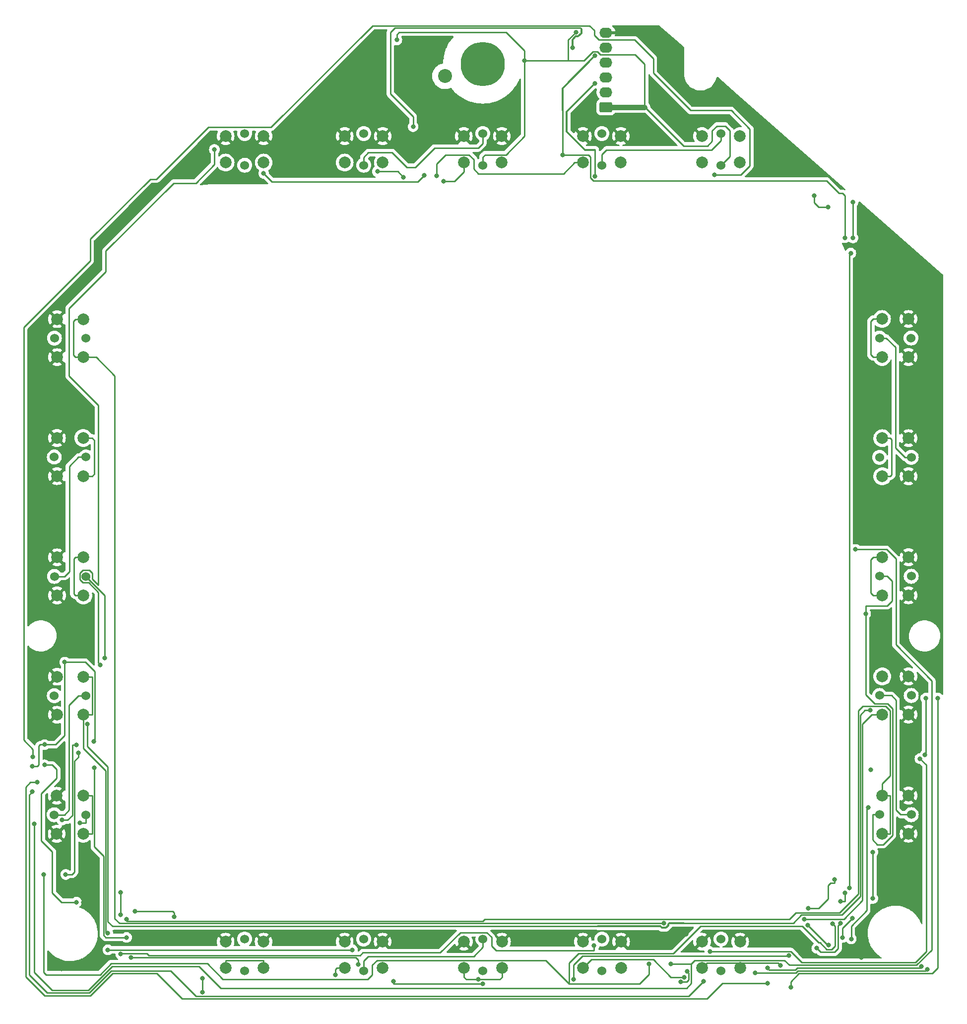
<source format=gbr>
%TF.GenerationSoftware,KiCad,Pcbnew,(6.0.9)*%
%TF.CreationDate,2023-01-21T08:26:38-09:00*%
%TF.ProjectId,DDI,4444492e-6b69-4636-9164-5f7063625858,rev?*%
%TF.SameCoordinates,Original*%
%TF.FileFunction,Copper,L2,Bot*%
%TF.FilePolarity,Positive*%
%FSLAX46Y46*%
G04 Gerber Fmt 4.6, Leading zero omitted, Abs format (unit mm)*
G04 Created by KiCad (PCBNEW (6.0.9)) date 2023-01-21 08:26:38*
%MOMM*%
%LPD*%
G01*
G04 APERTURE LIST*
G04 Aperture macros list*
%AMRoundRect*
0 Rectangle with rounded corners*
0 $1 Rounding radius*
0 $2 $3 $4 $5 $6 $7 $8 $9 X,Y pos of 4 corners*
0 Add a 4 corners polygon primitive as box body*
4,1,4,$2,$3,$4,$5,$6,$7,$8,$9,$2,$3,0*
0 Add four circle primitives for the rounded corners*
1,1,$1+$1,$2,$3*
1,1,$1+$1,$4,$5*
1,1,$1+$1,$6,$7*
1,1,$1+$1,$8,$9*
0 Add four rect primitives between the rounded corners*
20,1,$1+$1,$2,$3,$4,$5,0*
20,1,$1+$1,$4,$5,$6,$7,0*
20,1,$1+$1,$6,$7,$8,$9,0*
20,1,$1+$1,$8,$9,$2,$3,0*%
G04 Aperture macros list end*
%TA.AperFunction,ComponentPad*%
%ADD10C,2.000000*%
%TD*%
%TA.AperFunction,ComponentPad*%
%ADD11C,1.524000*%
%TD*%
%TA.AperFunction,WasherPad*%
%ADD12C,7.540752*%
%TD*%
%TA.AperFunction,WasherPad*%
%ADD13C,2.381250*%
%TD*%
%TA.AperFunction,ComponentPad*%
%ADD14RoundRect,0.249999X0.845001X-0.620001X0.845001X0.620001X-0.845001X0.620001X-0.845001X-0.620001X0*%
%TD*%
%TA.AperFunction,ComponentPad*%
%ADD15O,2.190000X1.740000*%
%TD*%
%TA.AperFunction,ViaPad*%
%ADD16C,0.800000*%
%TD*%
%TA.AperFunction,Conductor*%
%ADD17C,0.250000*%
%TD*%
%TA.AperFunction,Conductor*%
%ADD18C,0.304800*%
%TD*%
%TA.AperFunction,Conductor*%
%ADD19C,0.914400*%
%TD*%
G04 APERTURE END LIST*
D10*
%TO.P,SW1,1*%
%TO.N,/U1P0*%
X35215706Y-23933554D03*
X41715706Y-23933554D03*
%TO.P,SW1,2*%
%TO.N,GND*%
X35215706Y-19433554D03*
X41715706Y-19433554D03*
D11*
%TO.P,SW1,3*%
%TO.N,Net-(R4-Pad2)*%
X38465706Y-18983554D03*
%TO.P,SW1,4*%
%TO.N,Net-(SW1-Pad4)*%
X38465706Y-24383554D03*
%TD*%
D10*
%TO.P,SW2,1*%
%TO.N,/U1P1*%
X55535706Y-23933554D03*
X62035706Y-23933554D03*
%TO.P,SW2,2*%
%TO.N,GND*%
X55535706Y-19433554D03*
X62035706Y-19433554D03*
D11*
%TO.P,SW2,3*%
%TO.N,Net-(SW1-Pad4)*%
X58785706Y-18983554D03*
%TO.P,SW2,4*%
%TO.N,Net-(SW2-Pad4)*%
X58785706Y-24383554D03*
%TD*%
D10*
%TO.P,SW3,1*%
%TO.N,/U1P2*%
X75855706Y-23933554D03*
X82355706Y-23933554D03*
%TO.P,SW3,2*%
%TO.N,GND*%
X75855706Y-19433554D03*
X82355706Y-19433554D03*
D11*
%TO.P,SW3,3*%
%TO.N,Net-(SW2-Pad4)*%
X79105706Y-18983554D03*
%TO.P,SW3,4*%
%TO.N,VCC*%
X79105706Y-24383554D03*
%TD*%
D10*
%TO.P,SW4,1*%
%TO.N,/U1P3*%
X96175706Y-23933554D03*
X102675706Y-23933554D03*
%TO.P,SW4,2*%
%TO.N,GND*%
X96175706Y-19433554D03*
X102675706Y-19433554D03*
D11*
%TO.P,SW4,3*%
%TO.N,Net-(R5-Pad2)*%
X99425706Y-18983554D03*
%TO.P,SW4,4*%
%TO.N,Net-(SW4-Pad4)*%
X99425706Y-24383554D03*
%TD*%
D10*
%TO.P,SW5,1*%
%TO.N,/U1P4*%
X116495706Y-23933554D03*
X122995706Y-23933554D03*
%TO.P,SW5,2*%
%TO.N,GND*%
X116495706Y-19433554D03*
X122995706Y-19433554D03*
D11*
%TO.P,SW5,3*%
%TO.N,Net-(SW4-Pad4)*%
X119745706Y-18983554D03*
%TO.P,SW5,4*%
%TO.N,VCC*%
X119745706Y-24383554D03*
%TD*%
D10*
%TO.P,SW6,1*%
%TO.N,/U2P0*%
X147238206Y-50599354D03*
X147238206Y-57099354D03*
%TO.P,SW6,2*%
%TO.N,GND*%
X151738206Y-50599354D03*
X151738206Y-57099354D03*
D11*
%TO.P,SW6,3*%
%TO.N,Net-(R6-Pad2)*%
X152188206Y-53849354D03*
%TO.P,SW6,4*%
%TO.N,Net-(SW6-Pad4)*%
X146788206Y-53849354D03*
%TD*%
D10*
%TO.P,SW7,1*%
%TO.N,/U2P1*%
X147260431Y-70932054D03*
X147260431Y-77432054D03*
%TO.P,SW7,2*%
%TO.N,GND*%
X151760431Y-70932054D03*
X151760431Y-77432054D03*
D11*
%TO.P,SW7,3*%
%TO.N,Net-(SW6-Pad4)*%
X152210431Y-74182054D03*
%TO.P,SW7,4*%
%TO.N,Net-(SW7-Pad4)*%
X146810431Y-74182054D03*
%TD*%
D10*
%TO.P,SW8,1*%
%TO.N,/U2P2*%
X147260431Y-91226654D03*
X147260431Y-97726654D03*
%TO.P,SW8,2*%
%TO.N,GND*%
X151760431Y-91226654D03*
X151760431Y-97726654D03*
D11*
%TO.P,SW8,3*%
%TO.N,Net-(SW7-Pad4)*%
X152210431Y-94476654D03*
%TO.P,SW8,4*%
%TO.N,VCC*%
X146810431Y-94476654D03*
%TD*%
D10*
%TO.P,SW9,1*%
%TO.N,/U2P3*%
X147260431Y-111549054D03*
X147260431Y-118049054D03*
%TO.P,SW9,2*%
%TO.N,GND*%
X151760431Y-111549054D03*
X151760431Y-118049054D03*
D11*
%TO.P,SW9,3*%
%TO.N,Net-(R7-Pad2)*%
X152210431Y-114799054D03*
%TO.P,SW9,4*%
%TO.N,Net-(SW10-Pad3)*%
X146810431Y-114799054D03*
%TD*%
D10*
%TO.P,SW10,1*%
%TO.N,/U2P4*%
X147260431Y-131866654D03*
X147260431Y-138366654D03*
%TO.P,SW10,2*%
%TO.N,GND*%
X151760431Y-131866654D03*
X151760431Y-138366654D03*
D11*
%TO.P,SW10,3*%
%TO.N,Net-(SW10-Pad3)*%
X152210431Y-135116654D03*
%TO.P,SW10,4*%
%TO.N,VCC*%
X146810431Y-135116654D03*
%TD*%
D10*
%TO.P,SW11,1*%
%TO.N,/U3P0*%
X35203006Y-161271354D03*
X41703006Y-161271354D03*
%TO.P,SW11,2*%
%TO.N,GND*%
X35203006Y-156771354D03*
X41703006Y-156771354D03*
D11*
%TO.P,SW11,3*%
%TO.N,Net-(R8-Pad2)*%
X38453006Y-156321354D03*
%TO.P,SW11,4*%
%TO.N,Net-(SW11-Pad4)*%
X38453006Y-161721354D03*
%TD*%
D10*
%TO.P,SW12,1*%
%TO.N,/U3P1*%
X55523006Y-161271354D03*
X62023006Y-161271354D03*
%TO.P,SW12,2*%
%TO.N,GND*%
X55523006Y-156771354D03*
X62023006Y-156771354D03*
D11*
%TO.P,SW12,3*%
%TO.N,Net-(SW11-Pad4)*%
X58773006Y-156321354D03*
%TO.P,SW12,4*%
%TO.N,Net-(SW12-Pad4)*%
X58773006Y-161721354D03*
%TD*%
D10*
%TO.P,SW13,1*%
%TO.N,/U3P2*%
X75868406Y-161271354D03*
X82368406Y-161271354D03*
%TO.P,SW13,2*%
%TO.N,GND*%
X75868406Y-156771354D03*
X82368406Y-156771354D03*
D11*
%TO.P,SW13,3*%
%TO.N,Net-(SW12-Pad4)*%
X79118406Y-156321354D03*
%TO.P,SW13,4*%
%TO.N,VCC*%
X79118406Y-161721354D03*
%TD*%
D10*
%TO.P,SW14,1*%
%TO.N,/U3P3*%
X96188406Y-161271354D03*
X102688406Y-161271354D03*
%TO.P,SW14,2*%
%TO.N,GND*%
X96188406Y-156771354D03*
X102688406Y-156771354D03*
D11*
%TO.P,SW14,3*%
%TO.N,Net-(R9-Pad2)*%
X99438406Y-156321354D03*
%TO.P,SW14,4*%
%TO.N,Net-(SW14-Pad4)*%
X99438406Y-161721354D03*
%TD*%
D10*
%TO.P,SW15,1*%
%TO.N,/U3P4*%
X116508406Y-161271354D03*
X123008406Y-161271354D03*
%TO.P,SW15,2*%
%TO.N,GND*%
X116508406Y-156771354D03*
X123008406Y-156771354D03*
D11*
%TO.P,SW15,3*%
%TO.N,Net-(SW14-Pad4)*%
X119758406Y-156321354D03*
%TO.P,SW15,4*%
%TO.N,VCC*%
X119758406Y-161721354D03*
%TD*%
D10*
%TO.P,SW16,1*%
%TO.N,/U4P0*%
X10950206Y-57127154D03*
X10950206Y-50627154D03*
%TO.P,SW16,2*%
%TO.N,GND*%
X6450206Y-57127154D03*
X6450206Y-50627154D03*
D11*
%TO.P,SW16,3*%
%TO.N,Net-(R10-Pad2)*%
X6000206Y-53877154D03*
%TO.P,SW16,4*%
%TO.N,Net-(SW16-Pad4)*%
X11400206Y-53877154D03*
%TD*%
D10*
%TO.P,SW17,1*%
%TO.N,/U4P1*%
X10924806Y-77396354D03*
X10924806Y-70896354D03*
%TO.P,SW17,2*%
%TO.N,GND*%
X6424806Y-77396354D03*
X6424806Y-70896354D03*
D11*
%TO.P,SW17,3*%
%TO.N,Net-(SW16-Pad4)*%
X5974806Y-74146354D03*
%TO.P,SW17,4*%
%TO.N,Net-(SW17-Pad4)*%
X11374806Y-74146354D03*
%TD*%
D10*
%TO.P,SW18,1*%
%TO.N,/U4P2*%
X10950206Y-97741754D03*
X10950206Y-91241754D03*
%TO.P,SW18,2*%
%TO.N,GND*%
X6450206Y-97741754D03*
X6450206Y-91241754D03*
D11*
%TO.P,SW18,3*%
%TO.N,Net-(SW17-Pad4)*%
X6000206Y-94491754D03*
%TO.P,SW18,4*%
%TO.N,VCC*%
X11400206Y-94491754D03*
%TD*%
D10*
%TO.P,SW19,1*%
%TO.N,/U4P3*%
X10934331Y-118087154D03*
X10934331Y-111587154D03*
%TO.P,SW19,2*%
%TO.N,GND*%
X6434331Y-118087154D03*
X6434331Y-111587154D03*
D11*
%TO.P,SW19,3*%
%TO.N,Net-(R11-Pad2)*%
X5984331Y-114837154D03*
%TO.P,SW19,4*%
%TO.N,Net-(SW19-Pad4)*%
X11384331Y-114837154D03*
%TD*%
D10*
%TO.P,SW20,1*%
%TO.N,/U4P4*%
X10899406Y-138381754D03*
X10899406Y-131881754D03*
%TO.P,SW20,2*%
%TO.N,GND*%
X6399406Y-138381754D03*
X6399406Y-131881754D03*
D11*
%TO.P,SW20,3*%
%TO.N,Net-(SW19-Pad4)*%
X5949406Y-135131754D03*
%TO.P,SW20,4*%
%TO.N,VCC*%
X11349406Y-135131754D03*
%TD*%
D12*
%TO.P,SWE1,*%
%TO.N,*%
X79094206Y-7114554D03*
D13*
X72668506Y-9202354D03*
%TD*%
D14*
%TO.P,J1,1*%
%TO.N,VCC*%
X100118066Y-14485914D03*
D15*
%TO.P,J1,2*%
%TO.N,+5V*%
X100118066Y-11945914D03*
%TO.P,J1,3*%
%TO.N,SDA*%
X100118066Y-9405914D03*
%TO.P,J1,4*%
%TO.N,SCL*%
X100118066Y-6865914D03*
%TO.P,J1,5*%
%TO.N,IRQ*%
X100118066Y-4325914D03*
%TO.P,J1,6*%
%TO.N,GND*%
X100118066Y-1785914D03*
%TD*%
D16*
%TO.N,+5V*%
X145647740Y-149406578D03*
X145647740Y-141472478D03*
X7759240Y-109122778D03*
X113945040Y-161808378D03*
X116772340Y-163562478D03*
X2221540Y-131217378D03*
X2221540Y-126854878D03*
X4329640Y-123181378D03*
X67215140Y-17810978D03*
X145299640Y-127436478D03*
X12730640Y-122606478D03*
X94403066Y-4325914D03*
X142185711Y-152792949D03*
X140521361Y-156048737D03*
X112851372Y-163573733D03*
%TO.N,SDA*%
X142709140Y-89901378D03*
X142298440Y-36775078D03*
X142298440Y-30649278D03*
X9729540Y-123256478D03*
X7311240Y-136027678D03*
X2598540Y-136679678D03*
X111194640Y-160543778D03*
X98273353Y-26297707D03*
X98213066Y-10421914D03*
%TO.N,SCL*%
X13832740Y-109610378D03*
X33299240Y-21699678D03*
X140861340Y-148436578D03*
X140136240Y-149886778D03*
X140136240Y-153643578D03*
X131324140Y-159161678D03*
X94588040Y-163219778D03*
X136098066Y-157885914D03*
%TO.N,IRQ*%
X140905140Y-36749678D03*
X141905240Y-39374778D03*
X141649240Y-147615178D03*
X4149340Y-145306978D03*
X7932040Y-145306978D03*
X107443140Y-160543778D03*
X92724240Y-22608378D03*
X10054640Y-124556478D03*
X98273066Y-5721914D03*
X138818066Y-153735914D03*
%TO.N,GND*%
X72046540Y-6136478D03*
X69381540Y-2834478D03*
X10911540Y-150025678D03*
X66880640Y-23486478D03*
X7378066Y-123575914D03*
X7408066Y-124775914D03*
X7468066Y-127025914D03*
X7168066Y-160345914D03*
X7198066Y-161385914D03*
X7238066Y-148115914D03*
X112978066Y-155925914D03*
X113778066Y-155475914D03*
X121778066Y-155225914D03*
X125208066Y-156655914D03*
X126458066Y-156655914D03*
X147338066Y-149225914D03*
X143698066Y-159475914D03*
%TO.N,VCC*%
X144434340Y-100853778D03*
X63830840Y-163517078D03*
X79118140Y-163973778D03*
X10385940Y-136479678D03*
X64433140Y-3031478D03*
X95000840Y-1691478D03*
X86237840Y-6517478D03*
X14615045Y-108420717D03*
%TO.N,/U1P0*%
X41716140Y-25780478D03*
X69090040Y-26079904D03*
%TO.N,/U1P1*%
X61111040Y-25470578D03*
X65574066Y-26423914D03*
%TO.N,/U1P2*%
X72410740Y-27135678D03*
%TO.N,/U1P3*%
X71190240Y-26211978D03*
%TO.N,/U2P0*%
X145253540Y-117324378D03*
X11659240Y-119687578D03*
%TO.N,/U2P1*%
X138058140Y-31572778D03*
X135660240Y-29571578D03*
X118659040Y-26062478D03*
X2329440Y-125281578D03*
%TO.N,/U2P2*%
X3054540Y-129617678D03*
X127669740Y-163837478D03*
X127669740Y-161274990D03*
X153926240Y-161024979D03*
%TO.N,/U2P3*%
X4329640Y-126615178D03*
X9768740Y-150025678D03*
X19747040Y-151565078D03*
X26459040Y-152541478D03*
X133943740Y-152918478D03*
%TO.N,/U2P4*%
X12813240Y-127156478D03*
X18312440Y-156046278D03*
X18312440Y-152918478D03*
%TO.N,/U3P0*%
X117833240Y-158436578D03*
X153700640Y-125561578D03*
%TO.N,/U3P1*%
X154700740Y-115245278D03*
X156753540Y-115245278D03*
X131647640Y-164562578D03*
X31302040Y-163060478D03*
X53923040Y-162460378D03*
X154554808Y-124911578D03*
X31302040Y-165351057D03*
%TO.N,/U3P2*%
X144922640Y-133916678D03*
X78295340Y-163219778D03*
X141978066Y-156295914D03*
%TO.N,/U3P3*%
X125608340Y-162092878D03*
X154926340Y-161474990D03*
X113495119Y-162808478D03*
%TO.N,/U3P4*%
X139117640Y-146182978D03*
X134668840Y-151091278D03*
X134530540Y-153978578D03*
X138108066Y-157350904D03*
X129873940Y-160824979D03*
%TO.N,/U4P0*%
X109997140Y-153643578D03*
%TO.N,/U4P2*%
X17312440Y-148330078D03*
X17312440Y-152211278D03*
X17312440Y-158884378D03*
X98076040Y-157467078D03*
%TO.N,/U4P3*%
X56848240Y-158159278D03*
X15129840Y-158159278D03*
X15129840Y-155321178D03*
%TO.N,/U4P4*%
X57809940Y-160634278D03*
X19037540Y-159484478D03*
%TD*%
D17*
%TO.N,+5V*%
X95789340Y-966378D02*
X64124840Y-966378D01*
X64124840Y-966378D02*
X63331040Y-1760078D01*
X63331040Y-1760078D02*
X63331040Y-12232678D01*
X63331040Y-12232678D02*
X67215140Y-16116778D01*
X67215140Y-16116778D02*
X67215140Y-17810978D01*
X4329640Y-123181378D02*
X6171740Y-123181378D01*
X6171740Y-123181378D02*
X7759240Y-121593878D01*
X7759240Y-121593878D02*
X7759240Y-109122778D01*
X145647740Y-141472478D02*
X145647740Y-149406578D01*
X12730640Y-122606478D02*
X12848240Y-122606478D01*
X12848240Y-122606478D02*
X12848240Y-110710278D01*
X12848240Y-110710278D02*
X11260740Y-109122778D01*
X11260740Y-109122778D02*
X7759240Y-109122778D01*
X4329640Y-123181378D02*
X3579540Y-123181378D01*
X3579540Y-123181378D02*
X3329540Y-123431378D01*
X3329540Y-123431378D02*
X3329540Y-126604878D01*
X3329540Y-126604878D02*
X3079540Y-126854878D01*
X3079540Y-126854878D02*
X2221540Y-126854878D01*
D18*
X95927066Y-1878806D02*
X95927066Y-1304924D01*
X95361993Y-2443879D02*
X95927066Y-1878806D01*
X94923597Y-2443879D02*
X95361993Y-2443879D01*
X94403066Y-2964410D02*
X94923597Y-2443879D01*
X94403066Y-4325914D02*
X94403066Y-2964410D01*
D17*
X95862350Y-1039388D02*
X95789340Y-1039388D01*
X95927066Y-1104104D02*
X95862350Y-1039388D01*
X95927066Y-1304924D02*
X95927066Y-1104104D01*
X142185711Y-152792949D02*
X140521361Y-154457299D01*
X140521361Y-154457299D02*
X140521361Y-156048737D01*
X114220129Y-162083467D02*
X114220129Y-163238589D01*
X114220129Y-163238589D02*
X113884985Y-163573733D01*
X113884985Y-163573733D02*
X112851372Y-163573733D01*
X113945040Y-161808378D02*
X114220129Y-162083467D01*
X1684940Y-162396478D02*
X4786929Y-165498467D01*
X15713600Y-161749989D02*
X25800851Y-161749989D01*
X1684940Y-131753978D02*
X1684940Y-162396478D01*
X114258751Y-166076067D02*
X116772340Y-163562478D01*
X11965122Y-165498467D02*
X15713600Y-161749989D01*
X25800851Y-161749989D02*
X30126929Y-166076067D01*
X2221540Y-131217378D02*
X1684940Y-131753978D01*
X4786929Y-165498467D02*
X11965122Y-165498467D01*
X30126929Y-166076067D02*
X114258751Y-166076067D01*
%TO.N,SDA*%
X111194640Y-160543778D02*
X114670140Y-160543778D01*
X142298440Y-30649278D02*
X142298440Y-36775078D01*
X7311240Y-136027678D02*
X8249940Y-136027678D01*
X8249940Y-136027678D02*
X9043640Y-135233878D01*
X9043640Y-135233878D02*
X9043640Y-123256478D01*
X9043640Y-123256478D02*
X9729540Y-123256478D01*
X98273353Y-21779265D02*
X98273353Y-26297707D01*
D18*
X93387066Y-15247914D02*
X98213066Y-10421914D01*
X93387066Y-18646468D02*
X93387066Y-15247914D01*
X96519863Y-21779265D02*
X93387066Y-18646468D01*
X98273353Y-21779265D02*
X96519863Y-21779265D01*
D17*
X115267640Y-159946278D02*
X114670140Y-160543778D01*
X147995540Y-89901378D02*
X149583040Y-91488878D01*
X149583040Y-91488878D02*
X149583040Y-106143178D01*
X155727140Y-158151075D02*
X153128227Y-160749988D01*
X155727140Y-112287378D02*
X155727140Y-158151075D01*
X153128227Y-160749988D02*
X131417150Y-160749988D01*
X130613440Y-159946278D02*
X115267640Y-159946278D01*
X149583040Y-106143178D02*
X155727140Y-112287378D01*
X142709140Y-89901378D02*
X147995540Y-89901378D01*
X131417150Y-160749988D02*
X130613440Y-159946278D01*
X30633340Y-160963578D02*
X34368640Y-164698878D01*
X34368640Y-164698878D02*
X113876340Y-164698878D01*
X114670140Y-163905078D02*
X114670140Y-160543778D01*
X15863600Y-160963578D02*
X30633340Y-160963578D01*
X11778722Y-165048456D02*
X15863600Y-160963578D01*
X2598540Y-162019478D02*
X5627518Y-165048456D01*
X113876340Y-164698878D02*
X114670140Y-163905078D01*
X2598540Y-136679678D02*
X2598540Y-162019478D01*
X5627518Y-165048456D02*
X11778722Y-165048456D01*
%TO.N,SCL*%
X140136240Y-149886778D02*
X140861340Y-149886778D01*
X140861340Y-149886778D02*
X140861340Y-148436578D01*
X13886530Y-109610378D02*
X13832740Y-109610378D01*
X13504066Y-109227914D02*
X13886530Y-109610378D01*
X11851007Y-95578755D02*
X13504066Y-97231814D01*
X10878445Y-95578755D02*
X11851007Y-95578755D01*
X10313205Y-95013515D02*
X10878445Y-95578755D01*
X10313205Y-93969993D02*
X10313205Y-95013515D01*
X10878445Y-93404753D02*
X10313205Y-93969993D01*
X33299240Y-21699678D02*
X33299240Y-24256378D01*
X30124240Y-27431378D02*
X26367640Y-27431378D01*
X33299240Y-24256378D02*
X30124240Y-27431378D01*
X13504066Y-65312004D02*
X13504066Y-95958994D01*
X26367640Y-27431378D02*
X14791140Y-39007878D01*
X11921967Y-93404753D02*
X10878445Y-93404753D01*
X14791140Y-39007878D02*
X14791140Y-42515678D01*
X12487207Y-93969993D02*
X11921967Y-93404753D01*
X13504066Y-97231814D02*
X13504066Y-109227914D01*
X14791140Y-42515678D02*
X8494640Y-48812078D01*
X8494640Y-60302578D02*
X13504066Y-65312004D01*
X8494640Y-48812078D02*
X8494640Y-60302578D01*
X13504066Y-95958994D02*
X12487207Y-94942135D01*
X12487207Y-94942135D02*
X12487207Y-93969993D01*
X131251129Y-159234689D02*
X131324140Y-159161678D01*
X96102529Y-159234689D02*
X131251129Y-159234689D01*
X94588040Y-160749178D02*
X96102529Y-159234689D01*
X94588040Y-163219778D02*
X94588040Y-160749178D01*
X140136240Y-153643578D02*
X139736241Y-154043577D01*
X139736241Y-154043577D02*
X139736241Y-157974177D01*
X139154505Y-158555913D02*
X136768065Y-158555913D01*
X139736241Y-157974177D02*
X139154505Y-158555913D01*
X136768065Y-158555913D02*
X136098066Y-157885914D01*
%TO.N,IRQ*%
X107443140Y-160543778D02*
X107443140Y-162357378D01*
X107443140Y-162357378D02*
X105855640Y-163944878D01*
X105855640Y-163944878D02*
X93862940Y-163944878D01*
X92724240Y-15026478D02*
X92724240Y-22608378D01*
X141649240Y-147615178D02*
X141649240Y-39374778D01*
X141649240Y-39374778D02*
X141905240Y-39374778D01*
X10054640Y-124556478D02*
X10054640Y-125341578D01*
X10054640Y-125341578D02*
X9420640Y-125975578D01*
X9420640Y-125975578D02*
X9420640Y-144910078D01*
X9420640Y-144910078D02*
X9023740Y-145306978D01*
X9023740Y-145306978D02*
X7932040Y-145306978D01*
X140905140Y-29595878D02*
X140905140Y-36749678D01*
X140508240Y-29199078D02*
X140905140Y-29595878D01*
X139883840Y-29199078D02*
X140508240Y-29199078D01*
X137743676Y-27058914D02*
X139883840Y-29199078D01*
X98009240Y-27058914D02*
X137743676Y-27058914D01*
X97501240Y-26550914D02*
X98009240Y-27058914D01*
X92724240Y-22608378D02*
X97104340Y-22608378D01*
X97104340Y-22608378D02*
X97501240Y-23005278D01*
X97501240Y-23005278D02*
X97501240Y-26550914D01*
D18*
X92724240Y-15026478D02*
X92724240Y-11270740D01*
X92724240Y-11270740D02*
X98273066Y-5721914D01*
D17*
X139218065Y-157498917D02*
X139218065Y-154135913D01*
X138641068Y-158075914D02*
X139218065Y-157498917D01*
X137801068Y-158075914D02*
X138641068Y-158075914D01*
X136666067Y-156940913D02*
X137801068Y-158075914D01*
X136436067Y-156940913D02*
X136666067Y-156940913D01*
X133611068Y-154115914D02*
X136436067Y-156940913D01*
X139218065Y-154135913D02*
X138818066Y-153735914D01*
X116299804Y-154115914D02*
X133611068Y-154115914D01*
X111631040Y-158784678D02*
X116299804Y-154115914D01*
X95450440Y-158784678D02*
X111631040Y-158784678D01*
X93862940Y-160372178D02*
X95450440Y-158784678D01*
X93862940Y-163944878D02*
X93862940Y-160372178D01*
X13777007Y-162413760D02*
X15677200Y-160513567D01*
X60237240Y-160739978D02*
X61031040Y-159946278D01*
X15677200Y-160513567D02*
X32073729Y-160513567D01*
X4149340Y-145306978D02*
X4149340Y-162003678D01*
X60237240Y-162391678D02*
X60237240Y-160739978D01*
X32073729Y-160513567D02*
X34745640Y-163185478D01*
X59443540Y-163185478D02*
X60237240Y-162391678D01*
X4559422Y-162413760D02*
X13777007Y-162413760D01*
X34745640Y-163185478D02*
X59443540Y-163185478D01*
X4149340Y-162003678D02*
X4559422Y-162413760D01*
X61031040Y-159946278D02*
X89864340Y-159946278D01*
X89864340Y-159946278D02*
X93862940Y-163944878D01*
%TO.N,GND*%
X72046540Y-6136478D02*
X71152740Y-6136478D01*
X6425140Y-91241478D02*
X6450140Y-91241478D01*
X6450140Y-111571478D02*
X6434140Y-111587478D01*
X151738140Y-57099478D02*
X151760140Y-57099478D01*
X6450140Y-70896478D02*
X6425140Y-70896478D01*
X69381540Y-2834478D02*
X70459040Y-2834478D01*
X70459040Y-2834478D02*
X72046540Y-4421978D01*
X72046540Y-4421978D02*
X72046540Y-6136478D01*
%TO.N,VCC*%
X144434340Y-99476678D02*
X144434340Y-100853778D01*
X146810140Y-135116478D02*
X145647740Y-135116478D01*
X145647740Y-135116478D02*
X145647740Y-139425678D01*
X145647740Y-139425678D02*
X146441540Y-140219478D01*
X146441540Y-140219478D02*
X147426640Y-140219478D01*
X147426640Y-140219478D02*
X149014140Y-138631978D01*
X149014140Y-138631978D02*
X149014140Y-117015978D01*
X149014140Y-117015978D02*
X148220440Y-116222278D01*
X148220440Y-116222278D02*
X146021840Y-116222278D01*
X146021840Y-116222278D02*
X144434340Y-114634778D01*
X144434340Y-114634778D02*
X144434340Y-100853778D01*
X86237840Y-6517478D02*
X86237840Y-4901378D01*
X86237840Y-4901378D02*
X83062840Y-1726378D01*
X83062840Y-1726378D02*
X64830040Y-1726378D01*
X64830040Y-1726378D02*
X64433140Y-2123278D01*
X64433140Y-2123278D02*
X64433140Y-3031478D01*
X86237840Y-6517478D02*
X86237840Y-19433378D01*
X86237840Y-19433378D02*
X83062840Y-22608378D01*
X83062840Y-22608378D02*
X79503040Y-22608378D01*
X79503040Y-22608378D02*
X79106140Y-23005278D01*
X79106140Y-23005278D02*
X79106140Y-24383478D01*
X144434340Y-99476678D02*
X148138340Y-99476678D01*
X148138340Y-99476678D02*
X148932040Y-98682878D01*
X148932040Y-98682878D02*
X148932040Y-95270178D01*
X148932040Y-95270178D02*
X148138340Y-94476478D01*
X148138340Y-94476478D02*
X146810140Y-94476478D01*
X79118140Y-163973778D02*
X63830840Y-163973778D01*
X63830840Y-163973778D02*
X63830840Y-163517078D01*
X11349140Y-135131778D02*
X11349140Y-136479678D01*
X11349140Y-136479678D02*
X10385940Y-136479678D01*
X14615045Y-97706383D02*
X14615045Y-108420717D01*
X11400140Y-94491478D02*
X14615045Y-97706383D01*
D19*
X100118066Y-14485914D02*
X106715140Y-14485914D01*
D17*
X106715140Y-7163878D02*
X105075174Y-5523912D01*
X99148068Y-5523912D02*
X98621068Y-4996912D01*
X119746140Y-24383478D02*
X121252140Y-22877478D01*
X97925064Y-4996912D02*
X96404498Y-6517478D01*
X98621068Y-4996912D02*
X97925064Y-4996912D01*
X105075174Y-5523912D02*
X99148068Y-5523912D01*
X117446440Y-21084078D02*
X113365230Y-21084078D01*
X118240140Y-20290278D02*
X117446440Y-21084078D01*
X118240140Y-18501578D02*
X118240140Y-20290278D01*
X106715140Y-14433988D02*
X106715140Y-7163878D01*
X113365230Y-21084078D02*
X106715140Y-14433988D01*
X119033940Y-17707878D02*
X118240140Y-18501578D01*
X120458440Y-17707878D02*
X119033940Y-17707878D01*
X96404498Y-6517478D02*
X86237840Y-6517478D01*
X121252140Y-18501578D02*
X120458440Y-17707878D01*
X121252140Y-22877478D02*
X121252140Y-18501578D01*
X93668066Y-3024252D02*
X93668066Y-6505914D01*
X95000840Y-1691478D02*
X93668066Y-3024252D01*
%TO.N,/U1P0*%
X67984030Y-27185914D02*
X69090040Y-26079904D01*
X43121576Y-27185914D02*
X67984030Y-27185914D01*
X41716140Y-25780478D02*
X43121576Y-27185914D01*
%TO.N,/U1P1*%
X61111040Y-25470578D02*
X64620730Y-25470578D01*
X64620730Y-25470578D02*
X65574066Y-26423914D01*
%TO.N,Net-(SW2-Pad4)*%
X79106140Y-18983478D02*
X79106140Y-20666878D01*
X79106140Y-20666878D02*
X78312440Y-21460678D01*
X78312440Y-21460678D02*
X70880140Y-21460678D01*
X70880140Y-21460678D02*
X67605740Y-24735078D01*
X67605740Y-24735078D02*
X66135240Y-24735078D01*
X66135240Y-24735078D02*
X63631540Y-22231378D01*
X63631540Y-22231378D02*
X59579940Y-22231378D01*
X59579940Y-22231378D02*
X58786140Y-23025078D01*
X58786140Y-23025078D02*
X58786140Y-24383478D01*
%TO.N,/U1P2*%
X75856140Y-23933478D02*
X75856140Y-25548178D01*
X75856140Y-25548178D02*
X74268640Y-27135678D01*
X74268640Y-27135678D02*
X72410740Y-27135678D01*
%TO.N,/U1P3*%
X96176140Y-23933478D02*
X94799140Y-23933478D01*
X94799140Y-23933478D02*
X92885040Y-25847578D01*
X92885040Y-25847578D02*
X78352040Y-25847578D01*
X78352040Y-25847578D02*
X77558240Y-25053778D01*
X77558240Y-25053778D02*
X77558240Y-23402078D01*
X77558240Y-23402078D02*
X76764540Y-22608378D01*
X76764540Y-22608378D02*
X72777740Y-22608378D01*
X72777740Y-22608378D02*
X71190240Y-24195878D01*
X71190240Y-24195878D02*
X71190240Y-26211978D01*
%TO.N,Net-(SW4-Pad4)*%
X99426140Y-24383478D02*
X99426140Y-22580278D01*
X99426140Y-22580278D02*
X100219940Y-21786478D01*
X100219940Y-21786478D02*
X118158640Y-21786478D01*
X118158640Y-21786478D02*
X119746140Y-20198978D01*
X119746140Y-20198978D02*
X119746140Y-18983478D01*
%TO.N,/U2P0*%
X147238140Y-57099478D02*
X145720940Y-57099478D01*
X145720940Y-57099478D02*
X145324040Y-56702578D01*
X145324040Y-56702578D02*
X145324040Y-50996378D01*
X145324040Y-50996378D02*
X145720940Y-50599478D01*
X145720940Y-50599478D02*
X147238140Y-50599478D01*
X11659240Y-119687578D02*
X11659240Y-123454378D01*
X11659240Y-123454378D02*
X15127040Y-126922178D01*
X15127040Y-126922178D02*
X15127040Y-153332778D01*
X15127040Y-153332778D02*
X15920840Y-154126578D01*
X15920840Y-154126578D02*
X98780540Y-154126578D01*
X113366940Y-153586078D02*
X132080540Y-153586078D01*
X132080540Y-153586078D02*
X133473240Y-152193378D01*
X133473240Y-152193378D02*
X140353340Y-152193378D01*
X140353340Y-152193378D02*
X143528340Y-149018378D01*
X143528340Y-149018378D02*
X143528340Y-118118078D01*
X143528340Y-118118078D02*
X144322140Y-117324378D01*
X144322140Y-117324378D02*
X145253540Y-117324378D01*
D18*
X110358293Y-154395979D02*
X110749541Y-154004731D01*
X109635987Y-154395979D02*
X110358293Y-154395979D01*
X110749541Y-154004731D02*
X110749541Y-153794439D01*
X109366586Y-154126578D02*
X109635987Y-154395979D01*
X98780540Y-154126578D02*
X109366586Y-154126578D01*
X110957902Y-153586078D02*
X113366940Y-153586078D01*
X110749541Y-153794439D02*
X110957902Y-153586078D01*
D17*
%TO.N,Net-(SW6-Pad4)*%
X146788140Y-53849478D02*
X147945240Y-53849478D01*
X147945240Y-53849478D02*
X149532740Y-55436978D01*
X149532740Y-55436978D02*
X149532740Y-72594978D01*
X149532740Y-72594978D02*
X151120240Y-74182478D01*
X151120240Y-74182478D02*
X152210140Y-74182478D01*
%TO.N,/U2P1*%
X147260140Y-70932478D02*
X148637240Y-70932478D01*
X148637240Y-70932478D02*
X148887240Y-71182478D01*
X148887240Y-71182478D02*
X148887240Y-77182478D01*
X148887240Y-77182478D02*
X148637240Y-77432478D01*
X148637240Y-77432478D02*
X147260140Y-77432478D01*
X135660240Y-29571578D02*
X135660240Y-30779078D01*
X135660240Y-30779078D02*
X136454040Y-31572778D01*
X136454040Y-31572778D02*
X138058140Y-31572778D01*
X2329440Y-125281578D02*
X2329440Y-123960778D01*
X2329440Y-123960778D02*
X770640Y-122401978D01*
X770640Y-122401978D02*
X770640Y-52002978D01*
X770640Y-52002978D02*
X12101340Y-40672378D01*
X12101340Y-40672378D02*
X12101340Y-36989578D01*
X12101340Y-36989578D02*
X22338540Y-26752278D01*
X22338540Y-26752278D02*
X23401440Y-26752278D01*
X23401440Y-26752278D02*
X32257340Y-17896378D01*
X32257340Y-17896378D02*
X42985140Y-17896378D01*
X42985140Y-17896378D02*
X60292140Y-589378D01*
X60292140Y-589378D02*
X97335940Y-589378D01*
X97335940Y-589378D02*
X98129740Y-1383078D01*
X98129740Y-1383078D02*
X98129740Y-2242578D01*
X98129740Y-2242578D02*
X98923440Y-3036378D01*
X98923440Y-3036378D02*
X105017940Y-3036378D01*
X105017940Y-3036378D02*
X108192940Y-6211378D01*
X108192940Y-6211378D02*
X108192940Y-8709278D01*
X108192940Y-8709278D02*
X114542940Y-15059278D01*
X114542940Y-15059278D02*
X121510140Y-15059278D01*
X121510140Y-15059278D02*
X124685140Y-18234278D01*
X124685140Y-18234278D02*
X124685140Y-24474978D01*
X124685140Y-24474978D02*
X123097640Y-26062478D01*
X123097640Y-26062478D02*
X118659040Y-26062478D01*
%TO.N,/U2P2*%
X147260140Y-91226478D02*
X145742940Y-91226478D01*
X145742940Y-91226478D02*
X145346040Y-91623378D01*
X145346040Y-91623378D02*
X145346040Y-97329578D01*
X145346040Y-97329578D02*
X145742940Y-97726478D01*
X145742940Y-97726478D02*
X147260140Y-97726478D01*
X127669740Y-161274990D02*
X127944739Y-161549989D01*
X132761517Y-161224979D02*
X153726240Y-161224979D01*
X127944739Y-161549989D02*
X132436507Y-161549989D01*
X153726240Y-161224979D02*
X153926240Y-161024979D01*
X132436507Y-161549989D02*
X132761517Y-161224979D01*
X1119440Y-130411378D02*
X1913140Y-129617678D01*
X1119440Y-162773478D02*
X1119440Y-130411378D01*
X15900000Y-162200000D02*
X12151522Y-165948478D01*
X23448962Y-162200000D02*
X15900000Y-162200000D01*
X1913140Y-129617678D02*
X3054540Y-129617678D01*
X27775040Y-166526078D02*
X23448962Y-162200000D01*
X4294440Y-165948478D02*
X1119440Y-162773478D01*
X120015340Y-163837478D02*
X117326740Y-166526078D01*
X12151522Y-165948478D02*
X4294440Y-165948478D01*
X117326740Y-166526078D02*
X27775040Y-166526078D01*
X127669740Y-163837478D02*
X120015340Y-163837478D01*
%TO.N,Net-(SW10-Pad3)*%
X146810140Y-114799478D02*
X148826140Y-114799478D01*
X148826140Y-114799478D02*
X149619840Y-115593178D01*
X149619840Y-115593178D02*
X149619840Y-134322678D01*
X149619840Y-134322678D02*
X150413640Y-135116478D01*
X150413640Y-135116478D02*
X152210140Y-135116478D01*
%TO.N,/U2P3*%
X9768740Y-150025678D02*
X7232640Y-150025678D01*
X7232640Y-150025678D02*
X5645140Y-148438178D01*
X5645140Y-148438178D02*
X5645140Y-141419078D01*
X5645140Y-141419078D02*
X3779640Y-139553678D01*
X3779640Y-139553678D02*
X3779640Y-131505678D01*
X3779640Y-131505678D02*
X6392740Y-128892578D01*
X6392740Y-128892578D02*
X6392740Y-127408978D01*
X6392740Y-127408978D02*
X5599040Y-126615178D01*
X5599040Y-126615178D02*
X4329640Y-126615178D01*
X26459040Y-152541478D02*
X26459040Y-151815078D01*
X26459040Y-151815078D02*
X26209040Y-151565078D01*
X26209040Y-151565078D02*
X19747040Y-151565078D01*
X147260140Y-118049478D02*
X145492840Y-118049478D01*
X145492840Y-118049478D02*
X143905340Y-119636978D01*
X143905340Y-119636978D02*
X143905340Y-149743478D01*
X143905340Y-149743478D02*
X140730340Y-152918478D01*
X140730340Y-152918478D02*
X133943740Y-152918478D01*
%TO.N,/U2P4*%
X147260140Y-131866478D02*
X148585240Y-131866478D01*
X148585240Y-131866478D02*
X148585240Y-138366478D01*
X148585240Y-138366478D02*
X147260140Y-138366478D01*
X18312440Y-156046278D02*
X14769940Y-156046278D01*
X14769940Y-156046278D02*
X14373040Y-155649378D01*
X14373040Y-155649378D02*
X14373040Y-142181678D01*
X14373040Y-142181678D02*
X12813240Y-140621778D01*
X12813240Y-140621778D02*
X12813240Y-127156478D01*
X147260140Y-131866478D02*
X147260140Y-129840578D01*
X147260140Y-129840578D02*
X148637140Y-128463478D01*
X148637140Y-128463478D02*
X148637140Y-117392978D01*
X148637140Y-117392978D02*
X147843440Y-116599278D01*
X147843440Y-116599278D02*
X143945140Y-116599278D01*
X143945140Y-116599278D02*
X143151340Y-117392978D01*
X143151340Y-117392978D02*
X143151340Y-148641378D01*
X143151340Y-148641378D02*
X139976340Y-151816378D01*
X139976340Y-151816378D02*
X132509240Y-151816378D01*
X132509240Y-151816378D02*
X131407140Y-152918478D01*
X131407140Y-152918478D02*
X79453340Y-152918478D01*
X79453340Y-152918478D02*
X79105240Y-153266578D01*
X79105240Y-153266578D02*
X18312440Y-153266578D01*
X18312440Y-153266578D02*
X18312440Y-152918478D01*
%TO.N,/U3P0*%
X41703140Y-161271378D02*
X41703140Y-159946278D01*
X41703140Y-159946278D02*
X35203140Y-159946278D01*
X35203140Y-159946278D02*
X35203140Y-161271378D01*
X131652440Y-158436578D02*
X117833240Y-158436578D01*
X154779240Y-158462564D02*
X152941827Y-160299977D01*
X153700640Y-125561578D02*
X154779240Y-126640178D01*
X154779240Y-126640178D02*
X154779240Y-158462564D01*
X152941827Y-160299977D02*
X133515839Y-160299977D01*
X133515839Y-160299977D02*
X131652440Y-158436578D01*
%TO.N,/U3P1*%
X55523140Y-161271378D02*
X54173040Y-161271378D01*
X54173040Y-161271378D02*
X53923040Y-161521378D01*
X53923040Y-161521378D02*
X53923040Y-162460378D01*
X154700740Y-115245278D02*
X154700740Y-124765646D01*
X154700740Y-124765646D02*
X154554808Y-124911578D01*
X156753540Y-161230478D02*
X156753540Y-115245278D01*
X133059318Y-162200000D02*
X155784018Y-162200000D01*
X155784018Y-162200000D02*
X156753540Y-161230478D01*
X131647640Y-163611678D02*
X133059318Y-162200000D01*
X131647640Y-164562578D02*
X131647640Y-163611678D01*
X31302040Y-163060478D02*
X31302040Y-165351057D01*
%TO.N,Net-(SW12-Pad4)*%
X58773140Y-161721378D02*
X58773140Y-160089078D01*
X58773140Y-160089078D02*
X59566940Y-159295278D01*
X59566940Y-159295278D02*
X77530640Y-159295278D01*
X77530640Y-159295278D02*
X79118140Y-157707778D01*
X79118140Y-157707778D02*
X79118140Y-156321378D01*
%TO.N,/U3P2*%
X78295340Y-163219778D02*
X81971240Y-163219778D01*
X81971240Y-163219778D02*
X82368140Y-162822878D01*
X82368140Y-162822878D02*
X82368140Y-161271378D01*
X78295340Y-163219778D02*
X76265040Y-163219778D01*
X76265040Y-163219778D02*
X75868140Y-162822878D01*
X75868140Y-162822878D02*
X75868140Y-161271378D01*
X141978066Y-154095914D02*
X141978066Y-156295914D01*
X144618066Y-151455914D02*
X141978066Y-154095914D01*
X144618066Y-134221252D02*
X144618066Y-151455914D01*
X144922640Y-133916678D02*
X144618066Y-134221252D01*
%TO.N,/U3P3*%
X125608340Y-162092878D02*
X132530029Y-162092878D01*
X154651341Y-161749989D02*
X154926340Y-161474990D01*
X132872918Y-161749989D02*
X154651341Y-161749989D01*
X132530029Y-162092878D02*
X132872918Y-161749989D01*
X111210440Y-162808478D02*
X113495119Y-162808478D01*
X96188140Y-161271378D02*
X97640840Y-159818678D01*
X108220640Y-159818678D02*
X111210440Y-162808478D01*
X97640840Y-159818678D02*
X108220640Y-159818678D01*
%TO.N,/U3P4*%
X134668840Y-151091278D02*
X136428940Y-151091278D01*
X136428940Y-151091278D02*
X138016440Y-149503778D01*
X138016440Y-149503778D02*
X138016440Y-147177078D01*
X138016440Y-147177078D02*
X138413340Y-146780178D01*
X138413340Y-146780178D02*
X139117640Y-146780178D01*
X139117640Y-146780178D02*
X139117640Y-146182978D01*
X137902866Y-157350904D02*
X138108066Y-157350904D01*
X134530540Y-153978578D02*
X137902866Y-157350904D01*
X117354538Y-160424980D02*
X129473941Y-160424980D01*
X129473941Y-160424980D02*
X129873940Y-160824979D01*
X116508140Y-161271378D02*
X117354538Y-160424980D01*
%TO.N,/U4P0*%
X10950140Y-57127478D02*
X9610940Y-57127478D01*
X9610940Y-57127478D02*
X9214140Y-56730578D01*
X9214140Y-56730578D02*
X9214140Y-51024378D01*
X9214140Y-51024378D02*
X9610940Y-50627478D01*
X9610940Y-50627478D02*
X10950140Y-50627478D01*
X10950140Y-57127478D02*
X13112940Y-57127478D01*
X13112940Y-57127478D02*
X16287940Y-60302478D01*
X16287940Y-60302478D02*
X16287940Y-152849878D01*
X16287940Y-152849878D02*
X17081740Y-153643578D01*
X17081740Y-153643578D02*
X109997140Y-153643578D01*
%TO.N,/U4P1*%
X10925140Y-77396478D02*
X12442340Y-77396478D01*
X12442340Y-77396478D02*
X12839240Y-76999578D01*
X12839240Y-76999578D02*
X12839240Y-71293378D01*
X12839240Y-71293378D02*
X12442340Y-70896478D01*
X12442340Y-70896478D02*
X10925140Y-70896478D01*
%TO.N,Net-(SW17-Pad4)*%
X11375140Y-74146478D02*
X10117540Y-74146478D01*
X10117540Y-74146478D02*
X8530040Y-75733978D01*
X8530040Y-75733978D02*
X8530040Y-93697678D01*
X8530040Y-93697678D02*
X7736240Y-94491478D01*
X7736240Y-94491478D02*
X6000140Y-94491478D01*
%TO.N,/U4P2*%
X10950140Y-97741478D02*
X9559840Y-97741478D01*
X9559840Y-97741478D02*
X9309840Y-97491478D01*
X9309840Y-97491478D02*
X9309840Y-91491478D01*
X9309840Y-91491478D02*
X9559840Y-91241478D01*
X9559840Y-91241478D02*
X10950140Y-91241478D01*
X17312440Y-152211278D02*
X17312440Y-148330078D01*
X98076040Y-157467078D02*
X98076040Y-158267378D01*
X98076040Y-158267378D02*
X81376040Y-158267378D01*
X81376040Y-158267378D02*
X80582240Y-157473578D01*
X80582240Y-157473578D02*
X80582240Y-156027978D01*
X80582240Y-156027978D02*
X79788540Y-155234278D01*
X79788540Y-155234278D02*
X75266540Y-155234278D01*
X75266540Y-155234278D02*
X71856440Y-158644378D01*
X71856440Y-158644378D02*
X58627740Y-158644378D01*
X58627740Y-158644378D02*
X58164640Y-159107478D01*
X58164640Y-159107478D02*
X22141840Y-159107478D01*
X22141840Y-159107478D02*
X21793740Y-158759378D01*
X21793740Y-158759378D02*
X17312440Y-158759378D01*
X17312440Y-158759378D02*
X17312440Y-158884378D01*
%TO.N,/U4P3*%
X10934140Y-118087478D02*
X12471240Y-118087478D01*
X12471240Y-118087478D02*
X12471240Y-111587478D01*
X12471240Y-111587478D02*
X10934140Y-111587478D01*
X15129840Y-158159278D02*
X56848240Y-158159278D01*
X10934140Y-118087478D02*
X10934140Y-123831378D01*
X10934140Y-123831378D02*
X14750040Y-127647278D01*
X14750040Y-127647278D02*
X14750040Y-155321178D01*
X14750040Y-155321178D02*
X15129840Y-155321178D01*
%TO.N,Net-(SW19-Pad4)*%
X5949140Y-135131778D02*
X7690640Y-135131778D01*
X7690640Y-135131778D02*
X8484340Y-134337978D01*
X8484340Y-134337978D02*
X8484340Y-116424978D01*
X8484340Y-116424978D02*
X10071840Y-114837478D01*
X10071840Y-114837478D02*
X11384140Y-114837478D01*
%TO.N,/U4P4*%
X10899140Y-138381778D02*
X12436240Y-138381778D01*
X12436240Y-138381778D02*
X12436240Y-131881778D01*
X12436240Y-131881778D02*
X10899140Y-131881778D01*
X19037540Y-159484478D02*
X57413140Y-159484478D01*
X57413140Y-159484478D02*
X57809940Y-159881378D01*
X57809940Y-159881378D02*
X57809940Y-160634278D01*
%TD*%
%TA.AperFunction,Conductor*%
%TO.N,GND*%
G36*
X7768873Y-122584317D02*
G01*
X7825708Y-122626864D01*
X7850519Y-122693384D01*
X7850840Y-122702373D01*
X7850840Y-130928366D01*
X7830838Y-130996487D01*
X7777182Y-131042980D01*
X7706908Y-131053084D01*
X7640306Y-131021801D01*
X7631515Y-131013847D01*
X7622740Y-131017630D01*
X6771428Y-131868942D01*
X6763814Y-131882886D01*
X6763945Y-131884719D01*
X6768196Y-131891334D01*
X7619696Y-132742834D01*
X7632076Y-132749594D01*
X7649331Y-132736677D01*
X7715851Y-132711866D01*
X7785225Y-132726957D01*
X7835427Y-132777160D01*
X7850840Y-132837545D01*
X7850840Y-134023411D01*
X7830838Y-134091532D01*
X7813943Y-134112499D01*
X7701320Y-134225136D01*
X7465117Y-134461368D01*
X7402807Y-134495397D01*
X7376016Y-134498278D01*
X7122427Y-134498278D01*
X7054306Y-134478276D01*
X7019214Y-134444549D01*
X6929542Y-134316484D01*
X6929540Y-134316481D01*
X6926383Y-134311973D01*
X6769187Y-134154777D01*
X6764679Y-134151620D01*
X6764676Y-134151618D01*
X6678864Y-134091532D01*
X6587083Y-134027266D01*
X6582101Y-134024943D01*
X6582096Y-134024940D01*
X6390584Y-133935637D01*
X6390583Y-133935636D01*
X6385602Y-133933314D01*
X6380294Y-133931892D01*
X6380292Y-133931891D01*
X6299015Y-133910113D01*
X6170869Y-133875776D01*
X5949406Y-133856401D01*
X5727943Y-133875776D01*
X5599797Y-133910113D01*
X5518520Y-133931891D01*
X5518518Y-133931892D01*
X5513210Y-133933314D01*
X5508229Y-133935636D01*
X5508228Y-133935637D01*
X5316717Y-134024940D01*
X5316712Y-134024943D01*
X5311730Y-134027266D01*
X5307223Y-134030422D01*
X5307221Y-134030423D01*
X5134136Y-134151618D01*
X5134133Y-134151620D01*
X5129625Y-134154777D01*
X4972429Y-134311973D01*
X4969272Y-134316481D01*
X4969270Y-134316484D01*
X4853125Y-134482357D01*
X4844918Y-134494078D01*
X4842595Y-134499060D01*
X4842592Y-134499065D01*
X4815138Y-134557941D01*
X4750966Y-134695558D01*
X4693428Y-134910291D01*
X4674053Y-135131754D01*
X4693428Y-135353217D01*
X4722437Y-135461478D01*
X4737451Y-135517510D01*
X4750966Y-135567950D01*
X4753288Y-135572931D01*
X4753289Y-135572932D01*
X4842592Y-135764443D01*
X4842595Y-135764448D01*
X4844918Y-135769430D01*
X4848074Y-135773937D01*
X4848075Y-135773939D01*
X4964585Y-135940332D01*
X4972429Y-135951535D01*
X5129625Y-136108731D01*
X5134133Y-136111888D01*
X5134136Y-136111890D01*
X5143565Y-136118492D01*
X5311729Y-136236242D01*
X5316711Y-136238565D01*
X5316716Y-136238568D01*
X5508228Y-136327871D01*
X5513210Y-136330194D01*
X5518518Y-136331616D01*
X5518520Y-136331617D01*
X5548944Y-136339769D01*
X5727943Y-136387732D01*
X5949406Y-136407107D01*
X6170869Y-136387732D01*
X6263757Y-136362842D01*
X6336598Y-136343325D01*
X6407574Y-136345015D01*
X6466370Y-136384809D01*
X6478328Y-136402032D01*
X6530936Y-136493150D01*
X6572200Y-136564622D01*
X6660902Y-136663135D01*
X6669106Y-136672247D01*
X6699823Y-136736254D01*
X6691059Y-136806708D01*
X6645596Y-136861239D01*
X6577869Y-136882534D01*
X6565585Y-136882169D01*
X6404337Y-136869479D01*
X6394476Y-136869479D01*
X6167707Y-136887326D01*
X6157960Y-136888869D01*
X5936779Y-136941971D01*
X5927394Y-136945020D01*
X5717243Y-137032067D01*
X5708448Y-137036549D01*
X5540961Y-137139186D01*
X5531499Y-137149644D01*
X5535282Y-137158420D01*
X6386594Y-138009732D01*
X6400538Y-138017346D01*
X6402371Y-138017215D01*
X6408986Y-138012964D01*
X7260486Y-137161464D01*
X7267246Y-137149084D01*
X7258714Y-137137687D01*
X7233903Y-137071167D01*
X7248994Y-137001793D01*
X7299196Y-136951591D01*
X7359582Y-136936178D01*
X7406727Y-136936178D01*
X7413179Y-136934806D01*
X7413184Y-136934806D01*
X7500127Y-136916325D01*
X7593528Y-136896472D01*
X7610605Y-136888869D01*
X7761962Y-136821481D01*
X7761964Y-136821480D01*
X7767992Y-136818796D01*
X7922493Y-136706544D01*
X7926908Y-136701641D01*
X7931820Y-136697218D01*
X7932945Y-136698467D01*
X7986254Y-136665627D01*
X8019440Y-136661178D01*
X8171164Y-136661178D01*
X8182385Y-136661707D01*
X8189889Y-136663384D01*
X8197805Y-136663135D01*
X8197808Y-136663135D01*
X8257958Y-136661240D01*
X8261925Y-136661178D01*
X8289796Y-136661178D01*
X8293822Y-136660670D01*
X8305640Y-136659738D01*
X8349869Y-136658345D01*
X8369302Y-136652698D01*
X8388670Y-136648687D01*
X8400872Y-136647146D01*
X8400875Y-136647145D01*
X8408737Y-136646152D01*
X8449873Y-136629865D01*
X8461090Y-136626024D01*
X8503570Y-136613680D01*
X8510391Y-136609646D01*
X8510397Y-136609643D01*
X8520988Y-136603379D01*
X8538744Y-136594679D01*
X8550188Y-136590148D01*
X8550190Y-136590147D01*
X8557557Y-136587230D01*
X8587079Y-136565781D01*
X8653947Y-136541922D01*
X8723098Y-136558003D01*
X8772579Y-136608917D01*
X8787140Y-136667717D01*
X8787140Y-144547478D01*
X8767138Y-144615599D01*
X8713482Y-144662092D01*
X8661140Y-144673478D01*
X8640240Y-144673478D01*
X8572119Y-144653476D01*
X8552893Y-144637135D01*
X8552620Y-144637438D01*
X8547708Y-144633015D01*
X8543293Y-144628112D01*
X8388792Y-144515860D01*
X8382764Y-144513176D01*
X8382762Y-144513175D01*
X8220359Y-144440869D01*
X8220358Y-144440869D01*
X8214328Y-144438184D01*
X8120928Y-144418331D01*
X8033984Y-144399850D01*
X8033979Y-144399850D01*
X8027527Y-144398478D01*
X7836553Y-144398478D01*
X7830101Y-144399850D01*
X7830096Y-144399850D01*
X7743153Y-144418331D01*
X7649752Y-144438184D01*
X7643722Y-144440869D01*
X7643721Y-144440869D01*
X7481318Y-144513175D01*
X7481316Y-144513176D01*
X7475288Y-144515860D01*
X7320787Y-144628112D01*
X7316369Y-144633019D01*
X7316365Y-144633023D01*
X7202063Y-144759969D01*
X7193000Y-144770034D01*
X7097513Y-144935422D01*
X7038498Y-145117050D01*
X7037808Y-145123611D01*
X7037808Y-145123613D01*
X7021952Y-145274478D01*
X7018536Y-145306978D01*
X7038498Y-145496906D01*
X7097513Y-145678534D01*
X7193000Y-145843922D01*
X7197418Y-145848829D01*
X7197419Y-145848830D01*
X7279492Y-145939981D01*
X7320787Y-145985844D01*
X7475288Y-146098096D01*
X7481316Y-146100780D01*
X7481318Y-146100781D01*
X7643721Y-146173087D01*
X7649752Y-146175772D01*
X7743153Y-146195625D01*
X7830096Y-146214106D01*
X7830101Y-146214106D01*
X7836553Y-146215478D01*
X8027527Y-146215478D01*
X8033979Y-146214106D01*
X8033984Y-146214106D01*
X8120928Y-146195625D01*
X8214328Y-146175772D01*
X8220359Y-146173087D01*
X8382762Y-146100781D01*
X8382764Y-146100780D01*
X8388792Y-146098096D01*
X8543293Y-145985844D01*
X8547708Y-145980941D01*
X8552620Y-145976518D01*
X8553745Y-145977767D01*
X8607054Y-145944927D01*
X8640240Y-145940478D01*
X8944973Y-145940478D01*
X8956156Y-145941005D01*
X8963649Y-145942680D01*
X8971575Y-145942431D01*
X8971576Y-145942431D01*
X9031726Y-145940540D01*
X9035685Y-145940478D01*
X9063596Y-145940478D01*
X9067531Y-145939981D01*
X9067596Y-145939973D01*
X9079433Y-145939040D01*
X9111691Y-145938026D01*
X9115710Y-145937900D01*
X9123629Y-145937651D01*
X9143083Y-145931999D01*
X9162440Y-145927991D01*
X9174670Y-145926446D01*
X9174671Y-145926446D01*
X9182537Y-145925452D01*
X9189908Y-145922533D01*
X9189910Y-145922533D01*
X9223652Y-145909174D01*
X9234882Y-145905329D01*
X9269723Y-145895207D01*
X9269724Y-145895207D01*
X9277333Y-145892996D01*
X9284152Y-145888963D01*
X9284157Y-145888961D01*
X9294768Y-145882685D01*
X9312516Y-145873990D01*
X9331357Y-145866530D01*
X9340936Y-145859571D01*
X9367127Y-145840542D01*
X9377047Y-145834026D01*
X9408275Y-145815558D01*
X9408278Y-145815556D01*
X9415102Y-145811520D01*
X9429423Y-145797199D01*
X9444457Y-145784358D01*
X9454434Y-145777109D01*
X9460847Y-145772450D01*
X9489038Y-145738373D01*
X9497028Y-145729594D01*
X9812887Y-145413735D01*
X9821177Y-145406191D01*
X9827658Y-145402078D01*
X9874299Y-145352410D01*
X9877053Y-145349569D01*
X9896774Y-145329848D01*
X9899252Y-145326653D01*
X9906958Y-145317631D01*
X9931798Y-145291179D01*
X9937226Y-145285399D01*
X9946986Y-145267646D01*
X9957839Y-145251123D01*
X9965393Y-145241384D01*
X9970253Y-145235119D01*
X9987816Y-145194535D01*
X9993023Y-145183905D01*
X10014335Y-145145138D01*
X10016306Y-145137461D01*
X10016308Y-145137456D01*
X10019372Y-145125520D01*
X10025778Y-145106808D01*
X10030674Y-145095495D01*
X10033821Y-145088223D01*
X10040737Y-145044559D01*
X10043144Y-145032938D01*
X10052168Y-144997789D01*
X10052168Y-144997788D01*
X10054140Y-144990108D01*
X10054140Y-144969847D01*
X10055691Y-144950136D01*
X10057619Y-144937963D01*
X10058859Y-144930135D01*
X10054699Y-144886124D01*
X10054140Y-144874267D01*
X10054140Y-139852995D01*
X10074142Y-139784874D01*
X10127798Y-139738381D01*
X10198072Y-139728277D01*
X10228357Y-139736586D01*
X10321670Y-139775237D01*
X10426088Y-139818488D01*
X10431812Y-139820859D01*
X10512015Y-139840114D01*
X10657882Y-139875134D01*
X10657888Y-139875135D01*
X10662695Y-139876289D01*
X10899406Y-139894919D01*
X11136117Y-139876289D01*
X11140924Y-139875135D01*
X11140930Y-139875134D01*
X11286797Y-139840114D01*
X11367000Y-139820859D01*
X11371573Y-139818965D01*
X11581795Y-139731889D01*
X11581799Y-139731887D01*
X11586369Y-139729994D01*
X11608649Y-139716341D01*
X11784608Y-139608513D01*
X11784614Y-139608509D01*
X11788822Y-139605930D01*
X11969375Y-139451723D01*
X11970306Y-139452814D01*
X12026957Y-139421879D01*
X12097772Y-139426944D01*
X12154608Y-139469491D01*
X12179419Y-139536011D01*
X12179740Y-139545000D01*
X12179740Y-140543008D01*
X12179213Y-140554180D01*
X12177540Y-140561666D01*
X12177789Y-140569592D01*
X12179678Y-140629760D01*
X12179740Y-140633714D01*
X12179740Y-140661634D01*
X12180237Y-140665567D01*
X12180243Y-140665617D01*
X12181175Y-140677459D01*
X12182563Y-140721647D01*
X12184774Y-140729257D01*
X12188218Y-140741113D01*
X12192225Y-140760464D01*
X12194766Y-140780575D01*
X12197683Y-140787944D01*
X12197684Y-140787946D01*
X12211036Y-140821671D01*
X12214881Y-140832902D01*
X12225001Y-140867737D01*
X12225003Y-140867743D01*
X12227214Y-140875352D01*
X12237532Y-140892800D01*
X12246225Y-140910545D01*
X12253688Y-140929395D01*
X12279682Y-140965173D01*
X12286183Y-140975070D01*
X12308686Y-141013124D01*
X12323018Y-141027457D01*
X12335847Y-141042477D01*
X12347768Y-141058885D01*
X12368086Y-141075693D01*
X12381826Y-141087060D01*
X12390606Y-141095049D01*
X12940108Y-141644587D01*
X13702638Y-142407166D01*
X13736661Y-142469480D01*
X13739540Y-142496259D01*
X13739540Y-155570611D01*
X13739013Y-155581794D01*
X13737338Y-155589287D01*
X13737587Y-155597213D01*
X13737587Y-155597214D01*
X13739478Y-155657364D01*
X13739540Y-155661323D01*
X13739540Y-155689234D01*
X13740037Y-155693168D01*
X13740037Y-155693169D01*
X13740045Y-155693234D01*
X13740978Y-155705071D01*
X13742367Y-155749267D01*
X13747681Y-155767557D01*
X13748018Y-155768717D01*
X13752027Y-155788078D01*
X13754566Y-155808175D01*
X13757485Y-155815546D01*
X13757485Y-155815548D01*
X13770844Y-155849290D01*
X13774689Y-155860520D01*
X13784811Y-155895361D01*
X13787022Y-155902971D01*
X13791055Y-155909790D01*
X13791057Y-155909795D01*
X13797333Y-155920406D01*
X13806028Y-155938154D01*
X13813488Y-155956995D01*
X13818150Y-155963411D01*
X13818150Y-155963412D01*
X13839476Y-155992765D01*
X13845992Y-156002685D01*
X13868498Y-156040740D01*
X13882819Y-156055061D01*
X13895659Y-156070094D01*
X13907568Y-156086485D01*
X13921391Y-156097920D01*
X13941645Y-156114676D01*
X13950424Y-156122666D01*
X14266283Y-156438525D01*
X14273827Y-156446815D01*
X14277940Y-156453296D01*
X14283717Y-156458721D01*
X14327607Y-156499936D01*
X14330449Y-156502691D01*
X14350170Y-156522412D01*
X14353365Y-156524890D01*
X14362387Y-156532596D01*
X14394619Y-156562864D01*
X14401568Y-156566684D01*
X14412372Y-156572624D01*
X14428896Y-156583477D01*
X14444899Y-156595891D01*
X14485483Y-156613454D01*
X14496113Y-156618661D01*
X14534880Y-156639973D01*
X14542557Y-156641944D01*
X14542562Y-156641946D01*
X14554498Y-156645010D01*
X14573206Y-156651415D01*
X14591795Y-156659459D01*
X14599620Y-156660698D01*
X14599622Y-156660699D01*
X14635459Y-156666375D01*
X14647080Y-156668782D01*
X14682229Y-156677806D01*
X14689910Y-156679778D01*
X14710171Y-156679778D01*
X14729880Y-156681329D01*
X14749883Y-156684497D01*
X14757775Y-156683751D01*
X14763002Y-156683257D01*
X14793894Y-156680337D01*
X14805751Y-156679778D01*
X17604240Y-156679778D01*
X17672361Y-156699780D01*
X17691587Y-156716121D01*
X17691860Y-156715818D01*
X17696772Y-156720241D01*
X17701187Y-156725144D01*
X17722769Y-156740824D01*
X17839227Y-156825436D01*
X17855688Y-156837396D01*
X17861716Y-156840080D01*
X17861718Y-156840081D01*
X18022749Y-156911776D01*
X18030152Y-156915072D01*
X18101013Y-156930134D01*
X18210496Y-156953406D01*
X18210501Y-156953406D01*
X18216953Y-156954778D01*
X18407927Y-156954778D01*
X18414379Y-156953406D01*
X18414384Y-156953406D01*
X18523867Y-156930134D01*
X18594728Y-156915072D01*
X18602131Y-156911776D01*
X18763162Y-156840081D01*
X18763164Y-156840080D01*
X18769192Y-156837396D01*
X18785654Y-156825436D01*
X18839252Y-156786494D01*
X18923693Y-156725144D01*
X18960292Y-156684497D01*
X19047061Y-156588130D01*
X19047062Y-156588129D01*
X19051480Y-156583222D01*
X19128615Y-156449620D01*
X19143663Y-156423557D01*
X19143664Y-156423556D01*
X19146967Y-156417834D01*
X19205982Y-156236206D01*
X19225944Y-156046278D01*
X19214581Y-155938165D01*
X19206672Y-155862913D01*
X19206672Y-155862911D01*
X19205982Y-155856350D01*
X19146967Y-155674722D01*
X19131502Y-155647935D01*
X19100010Y-155593390D01*
X19068749Y-155539244D01*
X34335099Y-155539244D01*
X34338882Y-155548020D01*
X35190194Y-156399332D01*
X35204138Y-156406946D01*
X35205971Y-156406815D01*
X35212586Y-156402564D01*
X36064086Y-155551064D01*
X36070846Y-155538684D01*
X36065119Y-155531034D01*
X35893964Y-155426149D01*
X35885169Y-155421667D01*
X35675018Y-155334620D01*
X35665633Y-155331571D01*
X35444452Y-155278469D01*
X35434705Y-155276926D01*
X35207936Y-155259079D01*
X35198076Y-155259079D01*
X34971307Y-155276926D01*
X34961560Y-155278469D01*
X34740379Y-155331571D01*
X34730994Y-155334620D01*
X34520843Y-155421667D01*
X34512048Y-155426149D01*
X34344561Y-155528786D01*
X34335099Y-155539244D01*
X19068749Y-155539244D01*
X19051480Y-155509334D01*
X18972545Y-155421667D01*
X18928115Y-155372323D01*
X18928114Y-155372322D01*
X18923693Y-155367412D01*
X18769192Y-155255160D01*
X18763164Y-155252476D01*
X18763162Y-155252475D01*
X18600759Y-155180169D01*
X18600758Y-155180169D01*
X18594728Y-155177484D01*
X18501328Y-155157631D01*
X18414384Y-155139150D01*
X18414379Y-155139150D01*
X18407927Y-155137778D01*
X18216953Y-155137778D01*
X18210501Y-155139150D01*
X18210496Y-155139150D01*
X18123552Y-155157631D01*
X18030152Y-155177484D01*
X18024122Y-155180169D01*
X18024121Y-155180169D01*
X17861718Y-155252475D01*
X17861716Y-155252476D01*
X17855688Y-155255160D01*
X17701187Y-155367412D01*
X17696772Y-155372315D01*
X17691860Y-155376738D01*
X17690735Y-155375489D01*
X17637426Y-155408329D01*
X17604240Y-155412778D01*
X16166423Y-155412778D01*
X16098302Y-155392776D01*
X16051809Y-155339120D01*
X16041113Y-155299949D01*
X16024072Y-155137812D01*
X16024071Y-155137809D01*
X16023382Y-155131250D01*
X15964367Y-154949622D01*
X15961063Y-154943899D01*
X15958379Y-154937871D01*
X15961044Y-154936685D01*
X15947315Y-154880069D01*
X15970543Y-154812980D01*
X16026355Y-154769099D01*
X16073172Y-154760078D01*
X74540646Y-154760078D01*
X74608767Y-154780080D01*
X74655260Y-154833736D01*
X74665364Y-154904010D01*
X74635870Y-154968590D01*
X74629742Y-154975172D01*
X73125634Y-156479279D01*
X71630940Y-157973973D01*
X71568628Y-158007999D01*
X71541845Y-158010878D01*
X62955510Y-158010878D01*
X62887389Y-157990876D01*
X62866415Y-157973973D01*
X62035818Y-157143376D01*
X62021874Y-157135762D01*
X62020041Y-157135893D01*
X62013426Y-157140144D01*
X61179597Y-157973973D01*
X61117285Y-158007999D01*
X61090502Y-158010878D01*
X58706507Y-158010878D01*
X58695324Y-158010351D01*
X58687831Y-158008676D01*
X58679905Y-158008925D01*
X58679904Y-158008925D01*
X58619754Y-158010816D01*
X58615795Y-158010878D01*
X58587884Y-158010878D01*
X58583950Y-158011375D01*
X58583949Y-158011375D01*
X58583884Y-158011383D01*
X58572047Y-158012316D01*
X58540230Y-158013316D01*
X58535769Y-158013456D01*
X58527850Y-158013705D01*
X58510194Y-158018834D01*
X58508398Y-158019356D01*
X58489046Y-158023364D01*
X58483736Y-158024035D01*
X58468943Y-158025904D01*
X58461574Y-158028821D01*
X58461572Y-158028822D01*
X58427837Y-158042178D01*
X58416609Y-158046023D01*
X58374147Y-158058360D01*
X58367325Y-158062394D01*
X58367319Y-158062397D01*
X58356708Y-158068672D01*
X58338958Y-158077368D01*
X58327496Y-158081906D01*
X58327491Y-158081909D01*
X58320123Y-158084826D01*
X58313708Y-158089487D01*
X58284365Y-158110805D01*
X58274447Y-158117321D01*
X58257155Y-158127548D01*
X58236377Y-158139836D01*
X58222053Y-158154160D01*
X58207021Y-158166999D01*
X58190633Y-158178906D01*
X58173051Y-158200159D01*
X58162452Y-158212971D01*
X58154462Y-158221751D01*
X57959880Y-158416333D01*
X57897568Y-158450359D01*
X57826753Y-158445294D01*
X57769917Y-158402747D01*
X57745106Y-158336227D01*
X57745475Y-158314067D01*
X57746810Y-158301371D01*
X57761744Y-158159278D01*
X57760555Y-158147969D01*
X57742472Y-157975913D01*
X57742472Y-157975911D01*
X57741782Y-157969350D01*
X57682767Y-157787722D01*
X57679132Y-157781425D01*
X57616347Y-157672680D01*
X57587280Y-157622334D01*
X57579665Y-157613876D01*
X57463915Y-157485323D01*
X57463914Y-157485322D01*
X57459493Y-157480412D01*
X57304992Y-157368160D01*
X57298964Y-157365476D01*
X57298962Y-157365475D01*
X57136559Y-157293169D01*
X57136558Y-157293169D01*
X57130528Y-157290484D01*
X57124073Y-157289112D01*
X57124070Y-157289111D01*
X57084545Y-157280710D01*
X57022071Y-157246982D01*
X56987749Y-157184832D01*
X56988222Y-157128049D01*
X57015891Y-157012800D01*
X57017434Y-157003053D01*
X57035281Y-156776284D01*
X57035281Y-156766424D01*
X57017434Y-156539655D01*
X57015891Y-156529908D01*
X56965821Y-156321354D01*
X57497653Y-156321354D01*
X57517028Y-156542817D01*
X57574566Y-156757550D01*
X57576888Y-156762531D01*
X57576889Y-156762532D01*
X57666192Y-156954043D01*
X57666195Y-156954048D01*
X57668518Y-156959030D01*
X57671674Y-156963537D01*
X57671675Y-156963539D01*
X57792359Y-157135893D01*
X57796029Y-157141135D01*
X57953225Y-157298331D01*
X57957733Y-157301488D01*
X57957736Y-157301490D01*
X57971862Y-157311381D01*
X58135329Y-157425842D01*
X58140311Y-157428165D01*
X58140316Y-157428168D01*
X58312879Y-157508635D01*
X58336810Y-157519794D01*
X58342118Y-157521216D01*
X58342120Y-157521217D01*
X58344535Y-157521864D01*
X58551543Y-157577332D01*
X58773006Y-157596707D01*
X58994469Y-157577332D01*
X59201477Y-157521864D01*
X59203892Y-157521217D01*
X59203894Y-157521216D01*
X59209202Y-157519794D01*
X59233133Y-157508635D01*
X59405696Y-157428168D01*
X59405701Y-157428165D01*
X59410683Y-157425842D01*
X59574150Y-157311381D01*
X59588276Y-157301490D01*
X59588279Y-157301488D01*
X59592787Y-157298331D01*
X59749983Y-157141135D01*
X59753654Y-157135893D01*
X59874337Y-156963539D01*
X59874338Y-156963537D01*
X59877494Y-156959030D01*
X59879817Y-156954048D01*
X59879820Y-156954043D01*
X59962710Y-156776284D01*
X60510731Y-156776284D01*
X60528578Y-157003053D01*
X60530121Y-157012800D01*
X60583223Y-157233981D01*
X60586272Y-157243366D01*
X60673319Y-157453517D01*
X60677801Y-157462312D01*
X60780438Y-157629799D01*
X60790896Y-157639261D01*
X60799672Y-157635478D01*
X61650984Y-156784166D01*
X61657362Y-156772486D01*
X62387414Y-156772486D01*
X62387545Y-156774319D01*
X62391796Y-156780934D01*
X63243296Y-157632434D01*
X63255676Y-157639194D01*
X63263326Y-157633467D01*
X63368211Y-157462312D01*
X63372693Y-157453517D01*
X63459740Y-157243366D01*
X63462789Y-157233981D01*
X63515891Y-157012800D01*
X63517434Y-157003053D01*
X63535281Y-156776284D01*
X63535281Y-156766424D01*
X63517434Y-156539655D01*
X63515891Y-156529908D01*
X63462789Y-156308727D01*
X63459740Y-156299342D01*
X63372693Y-156089191D01*
X63368211Y-156080396D01*
X63265574Y-155912909D01*
X63255116Y-155903447D01*
X63246340Y-155907230D01*
X62395028Y-156758542D01*
X62387414Y-156772486D01*
X61657362Y-156772486D01*
X61658598Y-156770222D01*
X61658467Y-156768389D01*
X61654216Y-156761774D01*
X60802716Y-155910274D01*
X60790336Y-155903514D01*
X60782686Y-155909241D01*
X60677801Y-156080396D01*
X60673319Y-156089191D01*
X60586272Y-156299342D01*
X60583223Y-156308727D01*
X60530121Y-156529908D01*
X60528578Y-156539655D01*
X60510731Y-156766424D01*
X60510731Y-156776284D01*
X59962710Y-156776284D01*
X59969123Y-156762532D01*
X59969124Y-156762531D01*
X59971446Y-156757550D01*
X60028984Y-156542817D01*
X60048359Y-156321354D01*
X60028984Y-156099891D01*
X59971446Y-155885158D01*
X59955085Y-155850072D01*
X59879820Y-155688665D01*
X59879817Y-155688660D01*
X59877494Y-155683678D01*
X59860450Y-155659336D01*
X59776361Y-155539244D01*
X61155099Y-155539244D01*
X61158882Y-155548020D01*
X62010194Y-156399332D01*
X62024138Y-156406946D01*
X62025971Y-156406815D01*
X62032586Y-156402564D01*
X62884086Y-155551064D01*
X62890846Y-155538684D01*
X62885119Y-155531034D01*
X62713964Y-155426149D01*
X62705169Y-155421667D01*
X62495018Y-155334620D01*
X62485633Y-155331571D01*
X62264452Y-155278469D01*
X62254705Y-155276926D01*
X62027936Y-155259079D01*
X62018076Y-155259079D01*
X61791307Y-155276926D01*
X61781560Y-155278469D01*
X61560379Y-155331571D01*
X61550994Y-155334620D01*
X61340843Y-155421667D01*
X61332048Y-155426149D01*
X61164561Y-155528786D01*
X61155099Y-155539244D01*
X59776361Y-155539244D01*
X59753142Y-155506084D01*
X59753140Y-155506081D01*
X59749983Y-155501573D01*
X59592787Y-155344377D01*
X59588279Y-155341220D01*
X59588276Y-155341218D01*
X59470915Y-155259041D01*
X59410683Y-155216866D01*
X59405701Y-155214543D01*
X59405696Y-155214540D01*
X59214184Y-155125237D01*
X59214183Y-155125236D01*
X59209202Y-155122914D01*
X59203894Y-155121492D01*
X59203892Y-155121491D01*
X59138057Y-155103851D01*
X58994469Y-155065376D01*
X58773006Y-155046001D01*
X58551543Y-155065376D01*
X58407955Y-155103851D01*
X58342120Y-155121491D01*
X58342118Y-155121492D01*
X58336810Y-155122914D01*
X58331829Y-155125236D01*
X58331828Y-155125237D01*
X58140317Y-155214540D01*
X58140312Y-155214543D01*
X58135330Y-155216866D01*
X58130823Y-155220022D01*
X58130821Y-155220023D01*
X57957736Y-155341218D01*
X57957733Y-155341220D01*
X57953225Y-155344377D01*
X57796029Y-155501573D01*
X57792872Y-155506081D01*
X57792870Y-155506084D01*
X57685562Y-155659336D01*
X57668518Y-155683678D01*
X57666195Y-155688660D01*
X57666192Y-155688665D01*
X57590927Y-155850072D01*
X57574566Y-155885158D01*
X57517028Y-156099891D01*
X57497653Y-156321354D01*
X56965821Y-156321354D01*
X56962789Y-156308727D01*
X56959740Y-156299342D01*
X56872693Y-156089191D01*
X56868211Y-156080396D01*
X56765574Y-155912909D01*
X56755116Y-155903447D01*
X56746340Y-155907230D01*
X55612101Y-157041469D01*
X55549789Y-157075495D01*
X55478974Y-157070430D01*
X55433911Y-157041469D01*
X54302716Y-155910274D01*
X54290336Y-155903514D01*
X54282686Y-155909241D01*
X54177801Y-156080396D01*
X54173319Y-156089191D01*
X54086272Y-156299342D01*
X54083223Y-156308727D01*
X54030121Y-156529908D01*
X54028578Y-156539655D01*
X54010731Y-156766424D01*
X54010731Y-156776284D01*
X54028578Y-157003053D01*
X54030121Y-157012800D01*
X54083223Y-157233981D01*
X54086272Y-157243367D01*
X54131087Y-157351560D01*
X54138676Y-157422150D01*
X54106896Y-157485637D01*
X54045838Y-157521864D01*
X54014678Y-157525778D01*
X43211334Y-157525778D01*
X43143213Y-157505776D01*
X43096720Y-157452120D01*
X43086616Y-157381846D01*
X43094925Y-157351560D01*
X43139740Y-157243367D01*
X43142789Y-157233981D01*
X43195891Y-157012800D01*
X43197434Y-157003053D01*
X43215281Y-156776284D01*
X43215281Y-156766424D01*
X43197434Y-156539655D01*
X43195891Y-156529908D01*
X43142789Y-156308727D01*
X43139740Y-156299342D01*
X43052693Y-156089191D01*
X43048211Y-156080396D01*
X42945574Y-155912909D01*
X42935116Y-155903447D01*
X42926340Y-155907230D01*
X41792101Y-157041469D01*
X41729789Y-157075495D01*
X41658974Y-157070430D01*
X41613911Y-157041469D01*
X40482716Y-155910274D01*
X40470336Y-155903514D01*
X40462686Y-155909241D01*
X40357801Y-156080396D01*
X40353319Y-156089191D01*
X40266272Y-156299342D01*
X40263223Y-156308727D01*
X40210121Y-156529908D01*
X40208578Y-156539655D01*
X40190731Y-156766424D01*
X40190731Y-156776284D01*
X40208578Y-157003053D01*
X40210121Y-157012800D01*
X40263223Y-157233981D01*
X40266272Y-157243367D01*
X40311087Y-157351560D01*
X40318676Y-157422150D01*
X40286896Y-157485637D01*
X40225838Y-157521864D01*
X40194678Y-157525778D01*
X39347162Y-157525778D01*
X39279041Y-157505776D01*
X39232548Y-157452120D01*
X39222444Y-157381846D01*
X39251938Y-157317266D01*
X39266169Y-157303258D01*
X39268278Y-157301488D01*
X39272787Y-157298331D01*
X39429983Y-157141135D01*
X39433654Y-157135893D01*
X39554337Y-156963539D01*
X39554338Y-156963537D01*
X39557494Y-156959030D01*
X39559817Y-156954048D01*
X39559820Y-156954043D01*
X39649123Y-156762532D01*
X39649124Y-156762531D01*
X39651446Y-156757550D01*
X39708984Y-156542817D01*
X39728359Y-156321354D01*
X39708984Y-156099891D01*
X39651446Y-155885158D01*
X39635085Y-155850072D01*
X39559820Y-155688665D01*
X39559817Y-155688660D01*
X39557494Y-155683678D01*
X39540450Y-155659336D01*
X39456361Y-155539244D01*
X40835099Y-155539244D01*
X40838882Y-155548020D01*
X41690194Y-156399332D01*
X41704138Y-156406946D01*
X41705971Y-156406815D01*
X41712586Y-156402564D01*
X42564086Y-155551064D01*
X42570540Y-155539244D01*
X54655099Y-155539244D01*
X54658882Y-155548020D01*
X55510194Y-156399332D01*
X55524138Y-156406946D01*
X55525971Y-156406815D01*
X55532586Y-156402564D01*
X56384086Y-155551064D01*
X56390846Y-155538684D01*
X56385119Y-155531034D01*
X56213964Y-155426149D01*
X56205169Y-155421667D01*
X55995018Y-155334620D01*
X55985633Y-155331571D01*
X55764452Y-155278469D01*
X55754705Y-155276926D01*
X55527936Y-155259079D01*
X55518076Y-155259079D01*
X55291307Y-155276926D01*
X55281560Y-155278469D01*
X55060379Y-155331571D01*
X55050994Y-155334620D01*
X54840843Y-155421667D01*
X54832048Y-155426149D01*
X54664561Y-155528786D01*
X54655099Y-155539244D01*
X42570540Y-155539244D01*
X42570846Y-155538684D01*
X42565119Y-155531034D01*
X42393964Y-155426149D01*
X42385169Y-155421667D01*
X42175018Y-155334620D01*
X42165633Y-155331571D01*
X41944452Y-155278469D01*
X41934705Y-155276926D01*
X41707936Y-155259079D01*
X41698076Y-155259079D01*
X41471307Y-155276926D01*
X41461560Y-155278469D01*
X41240379Y-155331571D01*
X41230994Y-155334620D01*
X41020843Y-155421667D01*
X41012048Y-155426149D01*
X40844561Y-155528786D01*
X40835099Y-155539244D01*
X39456361Y-155539244D01*
X39433142Y-155506084D01*
X39433140Y-155506081D01*
X39429983Y-155501573D01*
X39272787Y-155344377D01*
X39268279Y-155341220D01*
X39268276Y-155341218D01*
X39150915Y-155259041D01*
X39090683Y-155216866D01*
X39085701Y-155214543D01*
X39085696Y-155214540D01*
X38894184Y-155125237D01*
X38894183Y-155125236D01*
X38889202Y-155122914D01*
X38883894Y-155121492D01*
X38883892Y-155121491D01*
X38818057Y-155103851D01*
X38674469Y-155065376D01*
X38453006Y-155046001D01*
X38231543Y-155065376D01*
X38087955Y-155103851D01*
X38022120Y-155121491D01*
X38022118Y-155121492D01*
X38016810Y-155122914D01*
X38011829Y-155125236D01*
X38011828Y-155125237D01*
X37820317Y-155214540D01*
X37820312Y-155214543D01*
X37815330Y-155216866D01*
X37810823Y-155220022D01*
X37810821Y-155220023D01*
X37637736Y-155341218D01*
X37637733Y-155341220D01*
X37633225Y-155344377D01*
X37476029Y-155501573D01*
X37472872Y-155506081D01*
X37472870Y-155506084D01*
X37365562Y-155659336D01*
X37348518Y-155683678D01*
X37346195Y-155688660D01*
X37346192Y-155688665D01*
X37270927Y-155850072D01*
X37254566Y-155885158D01*
X37197028Y-156099891D01*
X37177653Y-156321354D01*
X37197028Y-156542817D01*
X37254566Y-156757550D01*
X37256888Y-156762531D01*
X37256889Y-156762532D01*
X37346192Y-156954043D01*
X37346195Y-156954048D01*
X37348518Y-156959030D01*
X37351674Y-156963537D01*
X37351675Y-156963539D01*
X37472359Y-157135893D01*
X37476029Y-157141135D01*
X37633225Y-157298331D01*
X37637734Y-157301488D01*
X37639843Y-157303258D01*
X37679168Y-157362368D01*
X37680294Y-157433356D01*
X37642861Y-157493683D01*
X37578756Y-157524196D01*
X37558850Y-157525778D01*
X36711334Y-157525778D01*
X36643213Y-157505776D01*
X36596720Y-157452120D01*
X36586616Y-157381846D01*
X36594925Y-157351560D01*
X36639740Y-157243367D01*
X36642789Y-157233981D01*
X36695891Y-157012800D01*
X36697434Y-157003053D01*
X36715281Y-156776284D01*
X36715281Y-156766424D01*
X36697434Y-156539655D01*
X36695891Y-156529908D01*
X36642789Y-156308727D01*
X36639740Y-156299342D01*
X36552693Y-156089191D01*
X36548211Y-156080396D01*
X36445574Y-155912909D01*
X36435116Y-155903447D01*
X36426340Y-155907230D01*
X35292101Y-157041469D01*
X35229789Y-157075495D01*
X35158974Y-157070430D01*
X35113911Y-157041469D01*
X33982716Y-155910274D01*
X33970336Y-155903514D01*
X33962686Y-155909241D01*
X33857801Y-156080396D01*
X33853319Y-156089191D01*
X33766272Y-156299342D01*
X33763223Y-156308727D01*
X33710121Y-156529908D01*
X33708578Y-156539655D01*
X33690731Y-156766424D01*
X33690731Y-156776284D01*
X33708578Y-157003053D01*
X33710121Y-157012800D01*
X33763223Y-157233981D01*
X33766272Y-157243367D01*
X33811087Y-157351560D01*
X33818676Y-157422150D01*
X33786896Y-157485637D01*
X33725838Y-157521864D01*
X33694678Y-157525778D01*
X15838040Y-157525778D01*
X15769919Y-157505776D01*
X15750693Y-157489435D01*
X15750420Y-157489738D01*
X15745508Y-157485315D01*
X15741093Y-157480412D01*
X15637057Y-157404825D01*
X15591934Y-157372041D01*
X15591933Y-157372040D01*
X15586592Y-157368160D01*
X15580564Y-157365476D01*
X15580562Y-157365475D01*
X15418159Y-157293169D01*
X15418158Y-157293169D01*
X15412128Y-157290484D01*
X15318728Y-157270631D01*
X15231784Y-157252150D01*
X15231779Y-157252150D01*
X15225327Y-157250778D01*
X15034353Y-157250778D01*
X15027901Y-157252150D01*
X15027896Y-157252150D01*
X14940952Y-157270631D01*
X14847552Y-157290484D01*
X14841522Y-157293169D01*
X14841521Y-157293169D01*
X14679118Y-157365475D01*
X14679116Y-157365476D01*
X14673088Y-157368160D01*
X14518587Y-157480412D01*
X14514166Y-157485322D01*
X14514165Y-157485323D01*
X14398416Y-157613876D01*
X14390800Y-157622334D01*
X14361733Y-157672680D01*
X14298949Y-157781425D01*
X14295313Y-157787722D01*
X14236298Y-157969350D01*
X14235608Y-157975911D01*
X14235608Y-157975913D01*
X14217525Y-158147969D01*
X14216336Y-158159278D01*
X14217026Y-158165842D01*
X14217026Y-158165843D01*
X14234463Y-158331743D01*
X14236298Y-158349206D01*
X14295313Y-158530834D01*
X14298616Y-158536556D01*
X14298617Y-158536557D01*
X14332526Y-158595288D01*
X14390800Y-158696222D01*
X14395218Y-158701129D01*
X14395219Y-158701130D01*
X14488363Y-158804577D01*
X14518587Y-158838144D01*
X14673088Y-158950396D01*
X14679116Y-158953080D01*
X14679118Y-158953081D01*
X14841521Y-159025387D01*
X14847552Y-159028072D01*
X14914160Y-159042230D01*
X15027896Y-159066406D01*
X15027901Y-159066406D01*
X15034353Y-159067778D01*
X15225327Y-159067778D01*
X15231779Y-159066406D01*
X15231784Y-159066406D01*
X15345520Y-159042230D01*
X15412128Y-159028072D01*
X15418159Y-159025387D01*
X15580562Y-158953081D01*
X15580564Y-158953080D01*
X15586592Y-158950396D01*
X15654748Y-158900878D01*
X15719511Y-158853824D01*
X15741093Y-158838144D01*
X15745508Y-158833241D01*
X15750420Y-158828818D01*
X15751545Y-158830067D01*
X15804854Y-158797227D01*
X15838040Y-158792778D01*
X16275857Y-158792778D01*
X16343978Y-158812780D01*
X16390471Y-158866436D01*
X16401167Y-158905607D01*
X16418138Y-159067072D01*
X16418898Y-159074306D01*
X16477913Y-159255934D01*
X16481216Y-159261656D01*
X16481217Y-159261657D01*
X16515126Y-159320388D01*
X16573400Y-159421322D01*
X16577818Y-159426229D01*
X16577819Y-159426230D01*
X16687263Y-159547780D01*
X16701187Y-159563244D01*
X16781284Y-159621438D01*
X16823529Y-159652131D01*
X16866883Y-159708353D01*
X16872958Y-159779090D01*
X16839826Y-159841881D01*
X16778006Y-159876793D01*
X16749468Y-159880067D01*
X15755968Y-159880067D01*
X15744785Y-159879540D01*
X15737292Y-159877865D01*
X15729366Y-159878114D01*
X15729365Y-159878114D01*
X15669202Y-159880005D01*
X15665244Y-159880067D01*
X15637344Y-159880067D01*
X15633354Y-159880571D01*
X15621520Y-159881503D01*
X15577311Y-159882893D01*
X15569697Y-159885105D01*
X15569692Y-159885106D01*
X15557859Y-159888544D01*
X15538496Y-159892555D01*
X15518403Y-159895093D01*
X15511036Y-159898010D01*
X15511031Y-159898011D01*
X15477292Y-159911369D01*
X15466065Y-159915213D01*
X15423607Y-159927549D01*
X15416781Y-159931586D01*
X15406172Y-159937860D01*
X15388424Y-159946555D01*
X15369583Y-159954015D01*
X15363167Y-159958677D01*
X15363166Y-159958677D01*
X15333813Y-159980003D01*
X15323893Y-159986519D01*
X15292665Y-160004987D01*
X15292662Y-160004989D01*
X15285838Y-160009025D01*
X15271517Y-160023346D01*
X15256484Y-160036186D01*
X15240093Y-160048095D01*
X15232570Y-160057189D01*
X15211902Y-160082172D01*
X15203912Y-160090951D01*
X13551507Y-161743355D01*
X13489195Y-161777381D01*
X13462412Y-161780260D01*
X4908840Y-161780260D01*
X4840719Y-161760258D01*
X4794226Y-161706602D01*
X4782840Y-161654260D01*
X4782840Y-158377900D01*
X4802842Y-158309779D01*
X4856498Y-158263286D01*
X4926772Y-158253182D01*
X4991352Y-158282676D01*
X5008935Y-158301370D01*
X5077808Y-158391452D01*
X5367267Y-158706236D01*
X5684065Y-158993491D01*
X5686352Y-158995215D01*
X5686354Y-158995216D01*
X5727266Y-159026045D01*
X6025593Y-159250850D01*
X6028011Y-159252349D01*
X6028015Y-159252352D01*
X6386620Y-159474698D01*
X6386628Y-159474702D01*
X6389040Y-159476198D01*
X6771416Y-159667677D01*
X6774070Y-159668717D01*
X6774072Y-159668718D01*
X7162042Y-159820762D01*
X7169572Y-159823713D01*
X7172299Y-159824505D01*
X7172310Y-159824509D01*
X7577488Y-159942223D01*
X7577492Y-159942224D01*
X7580232Y-159943020D01*
X8000014Y-160024618D01*
X8160084Y-160040877D01*
X8423177Y-160067601D01*
X8423188Y-160067602D01*
X8425465Y-160067833D01*
X8508552Y-160070154D01*
X8799328Y-160070154D01*
X8800728Y-160070090D01*
X8800747Y-160070090D01*
X8952199Y-160063212D01*
X9115780Y-160055784D01*
X9118600Y-160055398D01*
X9118608Y-160055397D01*
X9372785Y-160020579D01*
X9539463Y-159997747D01*
X9542232Y-159997108D01*
X9542236Y-159997107D01*
X9953353Y-159902193D01*
X9953355Y-159902192D01*
X9956142Y-159901549D01*
X9958866Y-159900653D01*
X9958871Y-159900652D01*
X10359666Y-159768877D01*
X10359667Y-159768877D01*
X10362388Y-159767982D01*
X10365002Y-159766851D01*
X10365012Y-159766847D01*
X10585218Y-159671555D01*
X10754856Y-159598146D01*
X10984487Y-159472947D01*
X11127804Y-159394808D01*
X11127811Y-159394804D01*
X11130316Y-159393438D01*
X11280683Y-159292776D01*
X11483301Y-159157136D01*
X11483312Y-159157128D01*
X11485678Y-159155544D01*
X11818016Y-158886422D01*
X11824046Y-158880559D01*
X12122550Y-158590277D01*
X12122554Y-158590273D01*
X12124596Y-158588287D01*
X12126446Y-158586129D01*
X12126455Y-158586119D01*
X12401030Y-158265766D01*
X12401034Y-158265761D01*
X12402893Y-158263592D01*
X12405762Y-158259556D01*
X12555177Y-158049307D01*
X12650616Y-157915011D01*
X12775882Y-157699783D01*
X12864288Y-157547886D01*
X12864291Y-157547881D01*
X12865727Y-157545413D01*
X12868371Y-157539744D01*
X13045246Y-157160436D01*
X13045250Y-157160426D01*
X13046456Y-157157840D01*
X13057181Y-157128049D01*
X13190345Y-156758172D01*
X13190348Y-156758163D01*
X13191313Y-156755482D01*
X13283242Y-156402564D01*
X13298387Y-156344421D01*
X13298388Y-156344415D01*
X13299108Y-156341652D01*
X13368953Y-155919755D01*
X13371860Y-155880176D01*
X13399092Y-155509334D01*
X13400272Y-155493263D01*
X13396389Y-155270803D01*
X13392859Y-155068540D01*
X13392859Y-155068535D01*
X13392809Y-155065689D01*
X13392237Y-155060419D01*
X13346934Y-154643405D01*
X13346624Y-154640551D01*
X13262098Y-154221348D01*
X13229856Y-154113193D01*
X13140743Y-153814273D01*
X13139926Y-153811532D01*
X13128265Y-153782376D01*
X12982179Y-153417134D01*
X12982178Y-153417132D01*
X12981115Y-153414474D01*
X12786971Y-153033445D01*
X12559092Y-152671579D01*
X12299354Y-152331856D01*
X12009895Y-152017072D01*
X11693097Y-151729817D01*
X11650762Y-151697915D01*
X11511620Y-151593065D01*
X11351569Y-151472458D01*
X11349147Y-151470956D01*
X10990542Y-151248610D01*
X10990534Y-151248606D01*
X10988122Y-151247110D01*
X10605746Y-151055631D01*
X10523059Y-151023226D01*
X10359464Y-150959114D01*
X10303339Y-150915635D01*
X10279629Y-150848715D01*
X10295863Y-150779599D01*
X10331378Y-150739865D01*
X10350185Y-150726201D01*
X10379993Y-150704544D01*
X10403987Y-150677896D01*
X10503361Y-150567530D01*
X10503362Y-150567529D01*
X10507780Y-150562622D01*
X10582793Y-150432696D01*
X10599963Y-150402957D01*
X10599964Y-150402956D01*
X10603267Y-150397234D01*
X10662282Y-150215606D01*
X10664165Y-150197696D01*
X10681554Y-150032243D01*
X10682244Y-150025678D01*
X10678494Y-149990001D01*
X10662972Y-149842313D01*
X10662972Y-149842311D01*
X10662282Y-149835750D01*
X10603267Y-149654122D01*
X10590720Y-149632389D01*
X10532566Y-149531664D01*
X10507780Y-149488734D01*
X10499026Y-149479011D01*
X10384415Y-149351723D01*
X10384414Y-149351722D01*
X10379993Y-149346812D01*
X10225492Y-149234560D01*
X10219464Y-149231876D01*
X10219462Y-149231875D01*
X10057059Y-149159569D01*
X10057058Y-149159569D01*
X10051028Y-149156884D01*
X9957628Y-149137031D01*
X9870684Y-149118550D01*
X9870679Y-149118550D01*
X9864227Y-149117178D01*
X9673253Y-149117178D01*
X9666801Y-149118550D01*
X9666796Y-149118550D01*
X9579853Y-149137031D01*
X9486452Y-149156884D01*
X9480422Y-149159569D01*
X9480421Y-149159569D01*
X9318018Y-149231875D01*
X9318016Y-149231876D01*
X9311988Y-149234560D01*
X9157487Y-149346812D01*
X9153072Y-149351715D01*
X9148160Y-149356138D01*
X9147035Y-149354889D01*
X9093726Y-149387729D01*
X9060540Y-149392178D01*
X7547234Y-149392178D01*
X7479113Y-149372176D01*
X7458139Y-149355273D01*
X6315545Y-148212678D01*
X6281519Y-148150366D01*
X6278640Y-148123583D01*
X6278640Y-141497855D01*
X6279168Y-141486650D01*
X6280844Y-141479153D01*
X6280428Y-141465913D01*
X6278702Y-141411067D01*
X6278640Y-141407105D01*
X6278640Y-141379222D01*
X6278135Y-141375220D01*
X6277202Y-141363386D01*
X6276060Y-141327093D01*
X6275811Y-141319172D01*
X6270162Y-141299729D01*
X6266151Y-141280365D01*
X6264607Y-141268139D01*
X6264606Y-141268136D01*
X6263614Y-141260281D01*
X6260698Y-141252917D01*
X6260697Y-141252912D01*
X6247335Y-141219165D01*
X6243496Y-141207955D01*
X6231152Y-141165469D01*
X6220842Y-141148038D01*
X6212143Y-141130281D01*
X6204692Y-141111461D01*
X6178703Y-141075690D01*
X6172189Y-141065774D01*
X6153706Y-141034522D01*
X6153704Y-141034520D01*
X6149672Y-141027702D01*
X6135351Y-141013382D01*
X6122508Y-140998345D01*
X6110612Y-140981971D01*
X6076534Y-140953779D01*
X6067776Y-140945810D01*
X4736318Y-139614424D01*
X5531566Y-139614424D01*
X5537293Y-139622074D01*
X5708448Y-139726959D01*
X5717243Y-139731441D01*
X5927394Y-139818488D01*
X5936779Y-139821537D01*
X6157960Y-139874639D01*
X6167707Y-139876182D01*
X6394476Y-139894029D01*
X6404336Y-139894029D01*
X6631105Y-139876182D01*
X6640852Y-139874639D01*
X6862033Y-139821537D01*
X6871418Y-139818488D01*
X7081569Y-139731441D01*
X7090364Y-139726959D01*
X7257851Y-139624322D01*
X7267313Y-139613864D01*
X7263530Y-139605088D01*
X6412218Y-138753776D01*
X6398274Y-138746162D01*
X6396441Y-138746293D01*
X6389826Y-138750544D01*
X5538326Y-139602044D01*
X5531566Y-139614424D01*
X4736318Y-139614424D01*
X4450047Y-139328168D01*
X4416020Y-139265856D01*
X4413140Y-139239070D01*
X4413140Y-138386684D01*
X4887131Y-138386684D01*
X4904978Y-138613453D01*
X4906521Y-138623200D01*
X4959623Y-138844381D01*
X4962672Y-138853766D01*
X5049719Y-139063917D01*
X5054201Y-139072712D01*
X5156838Y-139240199D01*
X5167296Y-139249661D01*
X5176072Y-139245878D01*
X6027384Y-138394566D01*
X6033762Y-138382886D01*
X6763814Y-138382886D01*
X6763945Y-138384719D01*
X6768196Y-138391334D01*
X7619696Y-139242834D01*
X7632076Y-139249594D01*
X7639726Y-139243867D01*
X7744611Y-139072712D01*
X7749093Y-139063917D01*
X7836140Y-138853766D01*
X7839189Y-138844381D01*
X7892291Y-138623200D01*
X7893834Y-138613453D01*
X7911681Y-138386684D01*
X7911681Y-138376824D01*
X7893834Y-138150055D01*
X7892291Y-138140308D01*
X7839189Y-137919127D01*
X7836140Y-137909742D01*
X7749093Y-137699591D01*
X7744611Y-137690796D01*
X7641974Y-137523309D01*
X7631516Y-137513847D01*
X7622740Y-137517630D01*
X6771428Y-138368942D01*
X6763814Y-138382886D01*
X6033762Y-138382886D01*
X6034998Y-138380622D01*
X6034867Y-138378789D01*
X6030616Y-138372174D01*
X5179116Y-137520674D01*
X5166736Y-137513914D01*
X5159086Y-137519641D01*
X5054201Y-137690796D01*
X5049719Y-137699591D01*
X4962672Y-137909742D01*
X4959623Y-137919127D01*
X4906521Y-138140308D01*
X4904978Y-138150055D01*
X4887131Y-138376824D01*
X4887131Y-138386684D01*
X4413140Y-138386684D01*
X4413140Y-133114424D01*
X5531566Y-133114424D01*
X5537293Y-133122074D01*
X5708448Y-133226959D01*
X5717243Y-133231441D01*
X5927394Y-133318488D01*
X5936779Y-133321537D01*
X6157960Y-133374639D01*
X6167707Y-133376182D01*
X6394476Y-133394029D01*
X6404336Y-133394029D01*
X6631105Y-133376182D01*
X6640852Y-133374639D01*
X6862033Y-133321537D01*
X6871418Y-133318488D01*
X7081569Y-133231441D01*
X7090364Y-133226959D01*
X7257851Y-133124322D01*
X7267313Y-133113864D01*
X7263530Y-133105088D01*
X6412218Y-132253776D01*
X6398274Y-132246162D01*
X6396441Y-132246293D01*
X6389826Y-132250544D01*
X5538326Y-133102044D01*
X5531566Y-133114424D01*
X4413140Y-133114424D01*
X4413140Y-131820272D01*
X4433142Y-131752151D01*
X4450045Y-131731177D01*
X4706118Y-131475104D01*
X4768430Y-131441078D01*
X4839245Y-131446143D01*
X4896081Y-131488690D01*
X4920892Y-131555210D01*
X4917732Y-131593613D01*
X4906521Y-131640308D01*
X4904978Y-131650055D01*
X4887131Y-131876824D01*
X4887131Y-131886684D01*
X4904978Y-132113453D01*
X4906521Y-132123200D01*
X4959623Y-132344381D01*
X4962672Y-132353766D01*
X5049719Y-132563917D01*
X5054201Y-132572712D01*
X5156838Y-132740199D01*
X5167296Y-132749661D01*
X5176072Y-132745878D01*
X7260486Y-130661464D01*
X7267246Y-130649084D01*
X7261519Y-130641434D01*
X7090364Y-130536549D01*
X7081569Y-130532067D01*
X6871418Y-130445020D01*
X6862033Y-130441971D01*
X6640852Y-130388869D01*
X6631105Y-130387326D01*
X6404336Y-130369479D01*
X6394476Y-130369479D01*
X6167707Y-130387326D01*
X6157960Y-130388869D01*
X6111265Y-130400080D01*
X6040357Y-130396533D01*
X5982623Y-130355213D01*
X5956393Y-130289240D01*
X5969995Y-130219558D01*
X5992756Y-130188466D01*
X6784987Y-129396235D01*
X6793277Y-129388691D01*
X6799758Y-129384578D01*
X6846399Y-129334910D01*
X6849153Y-129332069D01*
X6868874Y-129312348D01*
X6871352Y-129309153D01*
X6879058Y-129300131D01*
X6903898Y-129273679D01*
X6909326Y-129267899D01*
X6919086Y-129250146D01*
X6929939Y-129233623D01*
X6937493Y-129223884D01*
X6942353Y-129217619D01*
X6959916Y-129177035D01*
X6965123Y-129166405D01*
X6986435Y-129127638D01*
X6988406Y-129119961D01*
X6988408Y-129119956D01*
X6991472Y-129108020D01*
X6997878Y-129089308D01*
X7002774Y-129077995D01*
X7005921Y-129070723D01*
X7009098Y-129050668D01*
X7012837Y-129027059D01*
X7015244Y-129015438D01*
X7024268Y-128980289D01*
X7024268Y-128980288D01*
X7026240Y-128972608D01*
X7026240Y-128952347D01*
X7027791Y-128932636D01*
X7029719Y-128920463D01*
X7030959Y-128912635D01*
X7026799Y-128868624D01*
X7026240Y-128856767D01*
X7026240Y-127487744D01*
X7026767Y-127476583D01*
X7028438Y-127469109D01*
X7027623Y-127443107D01*
X7026302Y-127401011D01*
X7026240Y-127397061D01*
X7026240Y-127369122D01*
X7025737Y-127365141D01*
X7024805Y-127353295D01*
X7023669Y-127317054D01*
X7023669Y-127317051D01*
X7023420Y-127309128D01*
X7020167Y-127297927D01*
X7017762Y-127289647D01*
X7013756Y-127270301D01*
X7012208Y-127258048D01*
X7012208Y-127258047D01*
X7011214Y-127250181D01*
X7008295Y-127242809D01*
X7008294Y-127242804D01*
X6994949Y-127209098D01*
X6991102Y-127197863D01*
X6980985Y-127163032D01*
X6980983Y-127163028D01*
X6978774Y-127155422D01*
X6974741Y-127148602D01*
X6974739Y-127148597D01*
X6968455Y-127137971D01*
X6959758Y-127120218D01*
X6955210Y-127108732D01*
X6952292Y-127101361D01*
X6926321Y-127065615D01*
X6919804Y-127055694D01*
X6897307Y-127017647D01*
X6891701Y-127012040D01*
X6882961Y-127003299D01*
X6870131Y-126988277D01*
X6858212Y-126971871D01*
X6824166Y-126943706D01*
X6815387Y-126935716D01*
X6248742Y-126369001D01*
X6102711Y-126222952D01*
X6095161Y-126214654D01*
X6091040Y-126208160D01*
X6041407Y-126161553D01*
X6038564Y-126158797D01*
X6021640Y-126141870D01*
X6018840Y-126139070D01*
X6015633Y-126136582D01*
X6006608Y-126128874D01*
X5980141Y-126104020D01*
X5974361Y-126098592D01*
X5956628Y-126088844D01*
X5940103Y-126077988D01*
X5924115Y-126065585D01*
X5916835Y-126062434D01*
X5916833Y-126062433D01*
X5883516Y-126048013D01*
X5872874Y-126042799D01*
X5834100Y-126021483D01*
X5814500Y-126016450D01*
X5795793Y-126010044D01*
X5784506Y-126005158D01*
X5784494Y-126005155D01*
X5777224Y-126002008D01*
X5769395Y-126000768D01*
X5769393Y-126000767D01*
X5750154Y-125997719D01*
X5733528Y-125995085D01*
X5721926Y-125992682D01*
X5679070Y-125981678D01*
X5658837Y-125981678D01*
X5639119Y-125980126D01*
X5638048Y-125979956D01*
X5619137Y-125976960D01*
X5611249Y-125977705D01*
X5611245Y-125977705D01*
X5575096Y-125981120D01*
X5563247Y-125981678D01*
X5037840Y-125981678D01*
X4969719Y-125961676D01*
X4950493Y-125945335D01*
X4950220Y-125945638D01*
X4945308Y-125941215D01*
X4940893Y-125936312D01*
X4804541Y-125837246D01*
X4791734Y-125827941D01*
X4791733Y-125827940D01*
X4786392Y-125824060D01*
X4780364Y-125821376D01*
X4780362Y-125821375D01*
X4617959Y-125749069D01*
X4617958Y-125749069D01*
X4611928Y-125746384D01*
X4518527Y-125726531D01*
X4431584Y-125708050D01*
X4431579Y-125708050D01*
X4425127Y-125706678D01*
X4234153Y-125706678D01*
X4227700Y-125708050D01*
X4227687Y-125708051D01*
X4115237Y-125731954D01*
X4044447Y-125726553D01*
X3987814Y-125683737D01*
X3963320Y-125617099D01*
X3963040Y-125608708D01*
X3963040Y-124187848D01*
X3983042Y-124119727D01*
X4036698Y-124073234D01*
X4106972Y-124063130D01*
X4115237Y-124064602D01*
X4227687Y-124088505D01*
X4227700Y-124088506D01*
X4234153Y-124089878D01*
X4425127Y-124089878D01*
X4431579Y-124088506D01*
X4431584Y-124088506D01*
X4518528Y-124070025D01*
X4611928Y-124050172D01*
X4617959Y-124047487D01*
X4780362Y-123975181D01*
X4780364Y-123975180D01*
X4786392Y-123972496D01*
X4940893Y-123860244D01*
X4945308Y-123855341D01*
X4950220Y-123850918D01*
X4951345Y-123852167D01*
X5004654Y-123819327D01*
X5037840Y-123814878D01*
X6092973Y-123814878D01*
X6104156Y-123815405D01*
X6111649Y-123817080D01*
X6119575Y-123816831D01*
X6119576Y-123816831D01*
X6179726Y-123814940D01*
X6183685Y-123814878D01*
X6211596Y-123814878D01*
X6215531Y-123814381D01*
X6215596Y-123814373D01*
X6227433Y-123813440D01*
X6259691Y-123812426D01*
X6263710Y-123812300D01*
X6271629Y-123812051D01*
X6291083Y-123806399D01*
X6310440Y-123802391D01*
X6322670Y-123800846D01*
X6322671Y-123800846D01*
X6330537Y-123799852D01*
X6337908Y-123796933D01*
X6337910Y-123796933D01*
X6371652Y-123783574D01*
X6382882Y-123779729D01*
X6417723Y-123769607D01*
X6417724Y-123769607D01*
X6425333Y-123767396D01*
X6432152Y-123763363D01*
X6432157Y-123763361D01*
X6442768Y-123757085D01*
X6460516Y-123748390D01*
X6479357Y-123740930D01*
X6515127Y-123714942D01*
X6525047Y-123708426D01*
X6556275Y-123689958D01*
X6556278Y-123689956D01*
X6563102Y-123685920D01*
X6577423Y-123671599D01*
X6592457Y-123658758D01*
X6608847Y-123646850D01*
X6637038Y-123612773D01*
X6645028Y-123603994D01*
X7635745Y-122613278D01*
X7698057Y-122579252D01*
X7768873Y-122584317D01*
G37*
%TD.AperFunction*%
%TA.AperFunction,Conductor*%
G36*
X148867565Y-99747496D02*
G01*
X148924404Y-99790039D01*
X148949218Y-99856558D01*
X148949540Y-99865554D01*
X148949540Y-106064414D01*
X148949013Y-106075592D01*
X148947339Y-106083081D01*
X148947588Y-106091007D01*
X148949478Y-106151153D01*
X148949540Y-106155110D01*
X148949540Y-106183034D01*
X148950037Y-106186966D01*
X148950037Y-106186970D01*
X148950047Y-106187050D01*
X148950977Y-106198870D01*
X148951959Y-106230094D01*
X148952366Y-106243062D01*
X148954579Y-106250679D01*
X148958018Y-106262517D01*
X148962027Y-106281877D01*
X148964566Y-106301975D01*
X148967483Y-106309341D01*
X148967484Y-106309347D01*
X148980843Y-106343088D01*
X148984688Y-106354318D01*
X148997020Y-106396766D01*
X149006505Y-106412806D01*
X149007334Y-106414207D01*
X149016030Y-106431959D01*
X149023488Y-106450795D01*
X149028149Y-106457211D01*
X149028150Y-106457212D01*
X149049474Y-106486561D01*
X149055991Y-106496482D01*
X149078495Y-106534536D01*
X149092816Y-106548857D01*
X149105658Y-106563892D01*
X149112909Y-106573873D01*
X149112911Y-106573875D01*
X149117568Y-106580285D01*
X149123672Y-106585335D01*
X149123675Y-106585338D01*
X149151637Y-106608471D01*
X149160415Y-106616459D01*
X152507966Y-109964064D01*
X152541991Y-110026377D01*
X152536925Y-110097192D01*
X152494378Y-110154028D01*
X152427858Y-110178838D01*
X152370652Y-110169568D01*
X152232443Y-110112320D01*
X152223058Y-110109271D01*
X152001877Y-110056169D01*
X151992130Y-110054626D01*
X151765361Y-110036779D01*
X151755501Y-110036779D01*
X151528732Y-110054626D01*
X151518985Y-110056169D01*
X151297804Y-110109271D01*
X151288419Y-110112320D01*
X151078268Y-110199367D01*
X151069473Y-110203849D01*
X150901986Y-110306486D01*
X150892524Y-110316944D01*
X150896307Y-110325720D01*
X152980721Y-112410134D01*
X152993101Y-112416894D01*
X153000751Y-112411167D01*
X153105636Y-112240012D01*
X153110118Y-112231217D01*
X153197165Y-112021066D01*
X153200214Y-112011681D01*
X153253316Y-111790500D01*
X153254859Y-111780753D01*
X153272706Y-111553984D01*
X153272706Y-111544124D01*
X153254859Y-111317355D01*
X153253316Y-111307608D01*
X153200214Y-111086427D01*
X153197165Y-111077041D01*
X153139927Y-110938856D01*
X153132338Y-110868266D01*
X153164118Y-110804779D01*
X153225176Y-110768552D01*
X153296127Y-110771086D01*
X153345431Y-110801542D01*
X155056736Y-112512875D01*
X155090761Y-112575188D01*
X155093640Y-112601970D01*
X155093640Y-114244398D01*
X155073638Y-114312519D01*
X155019982Y-114359012D01*
X154949708Y-114369116D01*
X154941449Y-114367646D01*
X154878525Y-114354271D01*
X154802684Y-114338150D01*
X154802679Y-114338150D01*
X154796227Y-114336778D01*
X154605253Y-114336778D01*
X154598801Y-114338150D01*
X154598796Y-114338150D01*
X154522955Y-114354271D01*
X154418452Y-114376484D01*
X154412422Y-114379169D01*
X154412421Y-114379169D01*
X154250018Y-114451475D01*
X154250016Y-114451476D01*
X154243988Y-114454160D01*
X154089487Y-114566412D01*
X154085066Y-114571322D01*
X154085065Y-114571323D01*
X153990199Y-114676683D01*
X153961700Y-114708334D01*
X153958399Y-114714052D01*
X153882265Y-114845920D01*
X153866213Y-114873722D01*
X153807198Y-115055350D01*
X153806508Y-115061911D01*
X153806508Y-115061913D01*
X153799574Y-115127890D01*
X153787236Y-115245278D01*
X153787926Y-115251843D01*
X153806337Y-115427010D01*
X153807198Y-115435206D01*
X153866213Y-115616834D01*
X153869516Y-115622556D01*
X153869517Y-115622557D01*
X153872996Y-115628583D01*
X153961700Y-115782222D01*
X154034877Y-115863493D01*
X154065593Y-115927499D01*
X154067240Y-115947802D01*
X154067240Y-124078649D01*
X154047238Y-124146770D01*
X154015301Y-124180585D01*
X154005305Y-124187848D01*
X153943555Y-124232712D01*
X153815768Y-124374634D01*
X153720281Y-124540022D01*
X153718239Y-124546307D01*
X153718238Y-124546309D01*
X153711371Y-124567444D01*
X153671298Y-124626050D01*
X153606481Y-124653078D01*
X153605153Y-124653078D01*
X153418352Y-124692784D01*
X153412322Y-124695469D01*
X153412321Y-124695469D01*
X153249918Y-124767775D01*
X153249916Y-124767776D01*
X153243888Y-124770460D01*
X153089387Y-124882712D01*
X153084966Y-124887622D01*
X153084965Y-124887623D01*
X153043430Y-124933753D01*
X152961600Y-125024634D01*
X152866113Y-125190022D01*
X152807098Y-125371650D01*
X152806408Y-125378211D01*
X152806408Y-125378213D01*
X152801847Y-125421608D01*
X152787136Y-125561578D01*
X152787826Y-125568143D01*
X152802531Y-125708050D01*
X152807098Y-125751506D01*
X152866113Y-125933134D01*
X152961600Y-126098522D01*
X152966018Y-126103429D01*
X152966019Y-126103430D01*
X153031372Y-126176012D01*
X153089387Y-126240444D01*
X153169846Y-126298901D01*
X153232894Y-126344708D01*
X153243888Y-126352696D01*
X153249916Y-126355380D01*
X153249918Y-126355381D01*
X153412321Y-126427687D01*
X153418352Y-126430372D01*
X153511753Y-126450225D01*
X153598696Y-126468706D01*
X153598701Y-126468706D01*
X153605153Y-126470078D01*
X153661045Y-126470078D01*
X153729166Y-126490080D01*
X153750141Y-126506983D01*
X154108836Y-126865679D01*
X154142861Y-126927991D01*
X154145740Y-126954774D01*
X154145740Y-153643668D01*
X154125738Y-153711789D01*
X154072082Y-153758282D01*
X154001808Y-153768386D01*
X153937228Y-153738892D01*
X153902751Y-153690460D01*
X153793429Y-153417134D01*
X153793428Y-153417132D01*
X153792365Y-153414474D01*
X153598221Y-153033445D01*
X153370342Y-152671579D01*
X153110604Y-152331856D01*
X152821145Y-152017072D01*
X152504347Y-151729817D01*
X152462012Y-151697915D01*
X152322870Y-151593065D01*
X152162819Y-151472458D01*
X152160397Y-151470956D01*
X151801792Y-151248610D01*
X151801784Y-151248606D01*
X151799372Y-151247110D01*
X151416996Y-151055631D01*
X151334309Y-151023226D01*
X151021494Y-150900635D01*
X151021492Y-150900634D01*
X151018840Y-150899595D01*
X151016113Y-150898803D01*
X151016102Y-150898799D01*
X150610924Y-150781085D01*
X150610920Y-150781084D01*
X150608180Y-150780288D01*
X150188398Y-150698690D01*
X149983681Y-150677896D01*
X149765235Y-150655707D01*
X149765224Y-150655706D01*
X149762947Y-150655475D01*
X149679860Y-150653154D01*
X149389084Y-150653154D01*
X149387684Y-150653218D01*
X149387665Y-150653218D01*
X149236213Y-150660096D01*
X149072632Y-150667524D01*
X149069812Y-150667910D01*
X149069804Y-150667911D01*
X148838229Y-150699633D01*
X148648949Y-150725561D01*
X148646180Y-150726200D01*
X148646176Y-150726201D01*
X148253767Y-150816796D01*
X148232270Y-150821759D01*
X148229546Y-150822655D01*
X148229541Y-150822656D01*
X147920089Y-150924399D01*
X147826024Y-150955326D01*
X147823410Y-150956457D01*
X147823400Y-150956461D01*
X147629790Y-151040244D01*
X147433556Y-151125162D01*
X147296648Y-151199807D01*
X147060608Y-151328500D01*
X147060601Y-151328504D01*
X147058096Y-151329870D01*
X146990458Y-151375150D01*
X146705111Y-151566172D01*
X146705100Y-151566180D01*
X146702734Y-151567764D01*
X146370396Y-151836886D01*
X146368347Y-151838879D01*
X146368342Y-151838883D01*
X146065862Y-152133031D01*
X146063816Y-152135021D01*
X146061966Y-152137179D01*
X146061957Y-152137189D01*
X145843583Y-152391971D01*
X145785519Y-152459716D01*
X145783862Y-152462047D01*
X145783857Y-152462054D01*
X145727414Y-152541478D01*
X145537796Y-152808297D01*
X145322685Y-153177895D01*
X145321479Y-153180481D01*
X145321476Y-153180487D01*
X145143166Y-153562872D01*
X145143162Y-153562882D01*
X145141956Y-153565468D01*
X145140985Y-153568165D01*
X145009954Y-153932120D01*
X144997099Y-153967826D01*
X144959234Y-154113193D01*
X144894031Y-154363510D01*
X144889304Y-154381656D01*
X144819459Y-154803553D01*
X144819250Y-154806396D01*
X144819250Y-154806398D01*
X144809962Y-154932877D01*
X144788140Y-155230045D01*
X144790136Y-155344377D01*
X144795139Y-155631009D01*
X144795603Y-155657619D01*
X144795911Y-155660452D01*
X144795911Y-155660456D01*
X144823771Y-155916910D01*
X144841788Y-156082757D01*
X144926314Y-156501960D01*
X144927129Y-156504693D01*
X144927130Y-156504698D01*
X144985287Y-156699780D01*
X145048486Y-156911776D01*
X145049550Y-156914437D01*
X145049551Y-156914439D01*
X145201031Y-157293169D01*
X145207297Y-157308834D01*
X145255601Y-157403636D01*
X145395911Y-157679009D01*
X145401441Y-157689863D01*
X145402964Y-157692282D01*
X145402966Y-157692285D01*
X145472384Y-157802519D01*
X145629320Y-158051729D01*
X145889058Y-158391452D01*
X146178517Y-158706236D01*
X146495315Y-158993491D01*
X146497602Y-158995215D01*
X146497604Y-158995216D01*
X146538516Y-159026045D01*
X146836843Y-159250850D01*
X146839261Y-159252349D01*
X146839265Y-159252352D01*
X147007075Y-159356399D01*
X147125541Y-159429851D01*
X147131250Y-159433391D01*
X147178605Y-159486287D01*
X147189844Y-159556388D01*
X147161400Y-159621438D01*
X147102303Y-159660783D01*
X147064853Y-159666477D01*
X133830433Y-159666477D01*
X133762312Y-159646475D01*
X133741338Y-159629572D01*
X132953794Y-158842027D01*
X132156092Y-158044325D01*
X132148552Y-158036039D01*
X132144440Y-158029560D01*
X132138557Y-158024035D01*
X132094789Y-157982935D01*
X132091947Y-157980180D01*
X132072210Y-157960443D01*
X132069013Y-157957963D01*
X132059991Y-157950258D01*
X132056378Y-157946865D01*
X132027761Y-157919992D01*
X132020815Y-157916173D01*
X132020812Y-157916171D01*
X132010006Y-157910230D01*
X131993487Y-157899379D01*
X131984591Y-157892479D01*
X131977481Y-157886964D01*
X131970212Y-157883819D01*
X131970208Y-157883816D01*
X131936903Y-157869404D01*
X131926253Y-157864187D01*
X131887500Y-157842883D01*
X131867877Y-157837845D01*
X131849174Y-157831441D01*
X131837860Y-157826545D01*
X131837859Y-157826545D01*
X131830585Y-157823397D01*
X131822762Y-157822158D01*
X131822752Y-157822155D01*
X131786916Y-157816479D01*
X131775296Y-157814073D01*
X131740151Y-157805050D01*
X131740150Y-157805050D01*
X131732470Y-157803078D01*
X131712216Y-157803078D01*
X131692505Y-157801527D01*
X131680326Y-157799598D01*
X131672497Y-157798358D01*
X131664605Y-157799104D01*
X131628479Y-157802519D01*
X131616621Y-157803078D01*
X124369778Y-157803078D01*
X124301657Y-157783076D01*
X124255164Y-157729420D01*
X124245060Y-157659146D01*
X124262345Y-157611243D01*
X124353616Y-157462302D01*
X124358093Y-157453517D01*
X124445140Y-157243366D01*
X124448189Y-157233981D01*
X124501291Y-157012800D01*
X124502834Y-157003053D01*
X124520681Y-156776284D01*
X124520681Y-156766424D01*
X124502834Y-156539655D01*
X124501291Y-156529908D01*
X124448189Y-156308727D01*
X124445140Y-156299342D01*
X124358093Y-156089191D01*
X124353611Y-156080396D01*
X124250974Y-155912909D01*
X124240516Y-155903447D01*
X124231740Y-155907230D01*
X123097501Y-157041469D01*
X123035189Y-157075495D01*
X122964374Y-157070430D01*
X122919311Y-157041469D01*
X121788116Y-155910274D01*
X121775736Y-155903514D01*
X121768086Y-155909241D01*
X121663201Y-156080396D01*
X121658719Y-156089191D01*
X121571672Y-156299342D01*
X121568623Y-156308727D01*
X121515521Y-156529908D01*
X121513978Y-156539655D01*
X121496131Y-156766424D01*
X121496131Y-156776284D01*
X121513978Y-157003053D01*
X121515521Y-157012800D01*
X121568623Y-157233981D01*
X121571672Y-157243366D01*
X121658719Y-157453517D01*
X121663196Y-157462302D01*
X121754467Y-157611243D01*
X121773005Y-157679777D01*
X121751549Y-157747453D01*
X121696910Y-157792786D01*
X121647034Y-157803078D01*
X120094439Y-157803078D01*
X120026318Y-157783076D01*
X119979825Y-157729420D01*
X119969721Y-157659146D01*
X119999215Y-157594566D01*
X120061828Y-157555371D01*
X120189292Y-157521217D01*
X120189294Y-157521216D01*
X120194602Y-157519794D01*
X120218533Y-157508635D01*
X120391096Y-157428168D01*
X120391101Y-157428165D01*
X120396083Y-157425842D01*
X120559550Y-157311381D01*
X120573676Y-157301490D01*
X120573679Y-157301488D01*
X120578187Y-157298331D01*
X120735383Y-157141135D01*
X120739054Y-157135893D01*
X120859737Y-156963539D01*
X120859738Y-156963537D01*
X120862894Y-156959030D01*
X120865217Y-156954048D01*
X120865220Y-156954043D01*
X120954523Y-156762532D01*
X120954524Y-156762531D01*
X120956846Y-156757550D01*
X121014384Y-156542817D01*
X121033759Y-156321354D01*
X121014384Y-156099891D01*
X120956846Y-155885158D01*
X120940485Y-155850072D01*
X120865220Y-155688665D01*
X120865217Y-155688660D01*
X120862894Y-155683678D01*
X120845850Y-155659336D01*
X120761761Y-155539244D01*
X122140499Y-155539244D01*
X122144282Y-155548020D01*
X122995594Y-156399332D01*
X123009538Y-156406946D01*
X123011371Y-156406815D01*
X123017986Y-156402564D01*
X123869486Y-155551064D01*
X123876246Y-155538684D01*
X123870519Y-155531034D01*
X123699364Y-155426149D01*
X123690569Y-155421667D01*
X123480418Y-155334620D01*
X123471033Y-155331571D01*
X123249852Y-155278469D01*
X123240105Y-155276926D01*
X123013336Y-155259079D01*
X123003476Y-155259079D01*
X122776707Y-155276926D01*
X122766960Y-155278469D01*
X122545779Y-155331571D01*
X122536394Y-155334620D01*
X122326243Y-155421667D01*
X122317448Y-155426149D01*
X122149961Y-155528786D01*
X122140499Y-155539244D01*
X120761761Y-155539244D01*
X120738542Y-155506084D01*
X120738540Y-155506081D01*
X120735383Y-155501573D01*
X120578187Y-155344377D01*
X120573679Y-155341220D01*
X120573676Y-155341218D01*
X120456315Y-155259041D01*
X120396083Y-155216866D01*
X120391101Y-155214543D01*
X120391096Y-155214540D01*
X120199584Y-155125237D01*
X120199583Y-155125236D01*
X120194602Y-155122914D01*
X120189294Y-155121492D01*
X120189292Y-155121491D01*
X120123457Y-155103851D01*
X119979869Y-155065376D01*
X119758406Y-155046001D01*
X119536943Y-155065376D01*
X119393355Y-155103851D01*
X119327520Y-155121491D01*
X119327518Y-155121492D01*
X119322210Y-155122914D01*
X119317229Y-155125236D01*
X119317228Y-155125237D01*
X119125717Y-155214540D01*
X119125712Y-155214543D01*
X119120730Y-155216866D01*
X119116223Y-155220022D01*
X119116221Y-155220023D01*
X118943136Y-155341218D01*
X118943133Y-155341220D01*
X118938625Y-155344377D01*
X118781429Y-155501573D01*
X118778272Y-155506081D01*
X118778270Y-155506084D01*
X118670962Y-155659336D01*
X118653918Y-155683678D01*
X118651595Y-155688660D01*
X118651592Y-155688665D01*
X118576327Y-155850072D01*
X118559966Y-155885158D01*
X118502428Y-156099891D01*
X118483053Y-156321354D01*
X118502428Y-156542817D01*
X118559966Y-156757550D01*
X118562288Y-156762531D01*
X118562289Y-156762532D01*
X118651592Y-156954043D01*
X118651595Y-156954048D01*
X118653918Y-156959030D01*
X118657074Y-156963537D01*
X118657075Y-156963539D01*
X118777759Y-157135893D01*
X118781429Y-157141135D01*
X118938625Y-157298331D01*
X118943133Y-157301488D01*
X118943136Y-157301490D01*
X118957262Y-157311381D01*
X119120729Y-157425842D01*
X119125711Y-157428165D01*
X119125716Y-157428168D01*
X119298279Y-157508635D01*
X119322210Y-157519794D01*
X119327518Y-157521216D01*
X119327520Y-157521217D01*
X119454984Y-157555371D01*
X119515607Y-157592323D01*
X119546628Y-157656184D01*
X119538200Y-157726678D01*
X119492997Y-157781425D01*
X119422373Y-157803078D01*
X118541440Y-157803078D01*
X118473319Y-157783076D01*
X118454093Y-157766735D01*
X118453820Y-157767038D01*
X118448908Y-157762615D01*
X118444493Y-157757712D01*
X118422911Y-157742032D01*
X118295334Y-157649341D01*
X118295333Y-157649340D01*
X118289992Y-157645460D01*
X118283964Y-157642776D01*
X118283962Y-157642775D01*
X118121559Y-157570469D01*
X118121558Y-157570469D01*
X118115528Y-157567784D01*
X117983611Y-157539744D01*
X117921138Y-157506015D01*
X117886816Y-157443866D01*
X117893399Y-157368279D01*
X117945140Y-157243366D01*
X117948189Y-157233981D01*
X118001291Y-157012800D01*
X118002834Y-157003053D01*
X118020681Y-156776284D01*
X118020681Y-156766424D01*
X118002834Y-156539655D01*
X118001291Y-156529908D01*
X117948189Y-156308727D01*
X117945140Y-156299342D01*
X117858093Y-156089191D01*
X117853611Y-156080396D01*
X117750974Y-155912909D01*
X117740516Y-155903447D01*
X117731740Y-155907230D01*
X115647326Y-157991644D01*
X115640566Y-158004024D01*
X115646293Y-158011674D01*
X115817448Y-158116559D01*
X115826243Y-158121041D01*
X116036394Y-158208088D01*
X116045779Y-158211137D01*
X116266960Y-158264239D01*
X116276707Y-158265782D01*
X116503476Y-158283629D01*
X116513336Y-158283629D01*
X116740105Y-158265782D01*
X116749852Y-158264239D01*
X116769356Y-158259556D01*
X116840264Y-158263103D01*
X116897998Y-158304423D01*
X116924228Y-158370396D01*
X116924080Y-158395245D01*
X116921779Y-158417140D01*
X116919736Y-158436578D01*
X116922240Y-158460396D01*
X116922410Y-158462018D01*
X116909638Y-158531857D01*
X116861136Y-158583703D01*
X116797100Y-158601189D01*
X113014623Y-158601189D01*
X112946502Y-158581187D01*
X112900009Y-158527531D01*
X112889905Y-158457257D01*
X112919399Y-158392677D01*
X112925528Y-158386094D01*
X114793148Y-156518474D01*
X114855460Y-156484448D01*
X114926275Y-156489513D01*
X114983111Y-156532060D01*
X115007922Y-156598580D01*
X115007855Y-156617455D01*
X114996131Y-156766424D01*
X114996131Y-156776284D01*
X115013978Y-157003053D01*
X115015521Y-157012800D01*
X115068623Y-157233981D01*
X115071672Y-157243366D01*
X115158719Y-157453517D01*
X115163201Y-157462312D01*
X115265838Y-157629799D01*
X115276296Y-157639261D01*
X115285072Y-157635478D01*
X117369486Y-155551064D01*
X117376246Y-155538684D01*
X117370519Y-155531034D01*
X117199364Y-155426149D01*
X117190569Y-155421667D01*
X116980418Y-155334620D01*
X116971033Y-155331571D01*
X116749852Y-155278469D01*
X116740105Y-155276926D01*
X116513336Y-155259079D01*
X116503476Y-155259079D01*
X116354507Y-155270803D01*
X116285027Y-155256207D01*
X116234467Y-155206364D01*
X116218881Y-155137100D01*
X116243216Y-155070404D01*
X116255526Y-155056096D01*
X116525303Y-154786319D01*
X116587615Y-154752293D01*
X116614398Y-154749414D01*
X133296474Y-154749414D01*
X133364595Y-154769416D01*
X133385569Y-154786319D01*
X135567538Y-156968289D01*
X135601564Y-157030601D01*
X135596499Y-157101417D01*
X135552505Y-157159319D01*
X135486813Y-157207048D01*
X135482392Y-157211958D01*
X135482391Y-157211959D01*
X135395165Y-157308834D01*
X135359026Y-157348970D01*
X135263539Y-157514358D01*
X135204524Y-157695986D01*
X135203834Y-157702547D01*
X135203834Y-157702549D01*
X135194894Y-157787612D01*
X135184562Y-157885914D01*
X135185252Y-157892479D01*
X135203421Y-158065344D01*
X135204524Y-158075842D01*
X135263539Y-158257470D01*
X135266842Y-158263192D01*
X135266843Y-158263193D01*
X135267447Y-158264239D01*
X135359026Y-158422858D01*
X135363444Y-158427765D01*
X135363445Y-158427766D01*
X135444553Y-158517846D01*
X135486813Y-158564780D01*
X135569524Y-158624873D01*
X135617364Y-158659631D01*
X135641314Y-158677032D01*
X135647342Y-158679716D01*
X135647344Y-158679717D01*
X135790633Y-158743513D01*
X135815778Y-158754708D01*
X135909179Y-158774561D01*
X135996122Y-158793042D01*
X135996127Y-158793042D01*
X136002579Y-158794414D01*
X136058472Y-158794414D01*
X136126593Y-158814416D01*
X136147567Y-158831319D01*
X136264408Y-158948160D01*
X136271952Y-158956450D01*
X136276065Y-158962931D01*
X136281842Y-158968356D01*
X136325732Y-159009571D01*
X136328574Y-159012326D01*
X136348296Y-159032048D01*
X136351420Y-159034471D01*
X136351424Y-159034475D01*
X136351489Y-159034525D01*
X136360510Y-159042230D01*
X136392744Y-159072499D01*
X136399692Y-159076318D01*
X136399694Y-159076320D01*
X136410497Y-159082259D01*
X136427024Y-159093115D01*
X136436763Y-159100670D01*
X136436765Y-159100671D01*
X136443025Y-159105527D01*
X136483605Y-159123087D01*
X136494253Y-159128304D01*
X136519041Y-159141931D01*
X136533005Y-159149608D01*
X136540681Y-159151579D01*
X136540684Y-159151580D01*
X136552627Y-159154646D01*
X136571332Y-159161050D01*
X136589920Y-159169094D01*
X136597743Y-159170333D01*
X136597753Y-159170336D01*
X136633589Y-159176012D01*
X136645209Y-159178418D01*
X136677024Y-159186586D01*
X136688035Y-159189413D01*
X136708289Y-159189413D01*
X136727999Y-159190964D01*
X136748008Y-159194133D01*
X136755900Y-159193387D01*
X136774645Y-159191615D01*
X136792027Y-159189972D01*
X136803884Y-159189413D01*
X139075738Y-159189413D01*
X139086921Y-159189940D01*
X139094414Y-159191615D01*
X139102340Y-159191366D01*
X139102341Y-159191366D01*
X139162491Y-159189475D01*
X139166450Y-159189413D01*
X139194361Y-159189413D01*
X139198296Y-159188916D01*
X139198361Y-159188908D01*
X139210198Y-159187975D01*
X139242456Y-159186961D01*
X139246475Y-159186835D01*
X139254394Y-159186586D01*
X139273848Y-159180934D01*
X139293205Y-159176926D01*
X139305435Y-159175381D01*
X139305436Y-159175381D01*
X139313302Y-159174387D01*
X139320673Y-159171468D01*
X139320675Y-159171468D01*
X139354417Y-159158109D01*
X139365647Y-159154264D01*
X139400488Y-159144142D01*
X139400489Y-159144142D01*
X139408098Y-159141931D01*
X139414917Y-159137898D01*
X139414922Y-159137896D01*
X139425533Y-159131620D01*
X139443281Y-159122925D01*
X139462122Y-159115465D01*
X139497892Y-159089477D01*
X139507812Y-159082961D01*
X139539040Y-159064493D01*
X139539043Y-159064491D01*
X139545867Y-159060455D01*
X139560188Y-159046134D01*
X139575222Y-159033293D01*
X139585198Y-159026045D01*
X139591612Y-159021385D01*
X139619793Y-158987320D01*
X139627783Y-158978539D01*
X140128499Y-158477824D01*
X140136778Y-158470290D01*
X140143259Y-158466177D01*
X140189885Y-158416525D01*
X140192639Y-158413684D01*
X140212376Y-158393947D01*
X140214856Y-158390750D01*
X140222561Y-158381728D01*
X140226156Y-158377900D01*
X140252827Y-158349498D01*
X140256646Y-158342552D01*
X140256648Y-158342549D01*
X140262589Y-158331743D01*
X140273440Y-158315224D01*
X140280999Y-158305478D01*
X140285855Y-158299218D01*
X140289000Y-158291949D01*
X140289003Y-158291945D01*
X140303415Y-158258640D01*
X140308632Y-158247990D01*
X140329936Y-158209237D01*
X140334974Y-158189614D01*
X140341378Y-158170911D01*
X140346274Y-158159597D01*
X140346274Y-158159596D01*
X140349422Y-158152322D01*
X140350661Y-158144499D01*
X140350664Y-158144489D01*
X140356340Y-158108653D01*
X140358746Y-158097033D01*
X140367769Y-158061888D01*
X140367769Y-158061887D01*
X140369741Y-158054207D01*
X140369741Y-158033953D01*
X140371292Y-158014242D01*
X140371417Y-158013456D01*
X140374461Y-157994234D01*
X140373133Y-157980180D01*
X140370300Y-157950216D01*
X140369741Y-157938358D01*
X140369741Y-157083237D01*
X140389743Y-157015116D01*
X140443399Y-156968623D01*
X140495741Y-156957237D01*
X140616848Y-156957237D01*
X140623300Y-156955865D01*
X140623305Y-156955865D01*
X140710248Y-156937384D01*
X140803649Y-156917531D01*
X140816575Y-156911776D01*
X140972083Y-156842540D01*
X140972085Y-156842539D01*
X140978113Y-156839855D01*
X140986840Y-156833515D01*
X141051558Y-156786494D01*
X141118426Y-156762635D01*
X141187577Y-156778716D01*
X141231395Y-156822121D01*
X141231842Y-156821796D01*
X141233831Y-156824534D01*
X141234739Y-156825433D01*
X141239026Y-156832858D01*
X141243444Y-156837765D01*
X141243445Y-156837766D01*
X141360968Y-156968289D01*
X141366813Y-156974780D01*
X141521314Y-157087032D01*
X141527342Y-157089716D01*
X141527344Y-157089717D01*
X141680352Y-157157840D01*
X141695778Y-157164708D01*
X141789178Y-157184561D01*
X141876122Y-157203042D01*
X141876127Y-157203042D01*
X141882579Y-157204414D01*
X142073553Y-157204414D01*
X142080005Y-157203042D01*
X142080010Y-157203042D01*
X142166954Y-157184561D01*
X142260354Y-157164708D01*
X142275780Y-157157840D01*
X142428788Y-157089717D01*
X142428790Y-157089716D01*
X142434818Y-157087032D01*
X142589319Y-156974780D01*
X142595164Y-156968289D01*
X142712687Y-156837766D01*
X142712688Y-156837765D01*
X142717106Y-156832858D01*
X142795708Y-156696716D01*
X142809289Y-156673193D01*
X142809290Y-156673192D01*
X142812593Y-156667470D01*
X142871608Y-156485842D01*
X142874459Y-156458721D01*
X142890880Y-156302479D01*
X142891570Y-156295914D01*
X142872919Y-156118455D01*
X142872298Y-156112549D01*
X142872298Y-156112547D01*
X142871608Y-156105986D01*
X142812593Y-155924358D01*
X142787085Y-155880176D01*
X142749771Y-155815548D01*
X142717106Y-155758970D01*
X142643929Y-155677699D01*
X142613213Y-155613693D01*
X142611566Y-155593390D01*
X142611566Y-154410508D01*
X142631568Y-154342387D01*
X142648471Y-154321413D01*
X145010319Y-151959566D01*
X145018605Y-151952026D01*
X145025084Y-151947914D01*
X145071710Y-151898262D01*
X145074464Y-151895421D01*
X145094201Y-151875684D01*
X145096681Y-151872487D01*
X145104386Y-151863465D01*
X145134652Y-151831235D01*
X145138471Y-151824289D01*
X145138473Y-151824286D01*
X145144414Y-151813480D01*
X145155265Y-151796961D01*
X145162824Y-151787215D01*
X145167680Y-151780955D01*
X145170825Y-151773686D01*
X145170828Y-151773682D01*
X145185240Y-151740377D01*
X145190457Y-151729727D01*
X145211761Y-151690974D01*
X145216799Y-151671351D01*
X145223203Y-151652648D01*
X145228099Y-151641334D01*
X145228099Y-151641333D01*
X145231247Y-151634059D01*
X145232486Y-151626236D01*
X145232489Y-151626226D01*
X145238165Y-151590390D01*
X145240571Y-151578770D01*
X145249594Y-151543625D01*
X145249594Y-151543624D01*
X145251566Y-151535944D01*
X145251566Y-151515690D01*
X145253117Y-151495979D01*
X145255046Y-151483800D01*
X145256286Y-151475971D01*
X145252125Y-151431952D01*
X145251566Y-151420095D01*
X145251566Y-150406762D01*
X145271568Y-150338641D01*
X145325224Y-150292148D01*
X145395498Y-150282044D01*
X145403754Y-150283513D01*
X145458006Y-150295045D01*
X145545796Y-150313706D01*
X145545801Y-150313706D01*
X145552253Y-150315078D01*
X145743227Y-150315078D01*
X145749679Y-150313706D01*
X145749684Y-150313706D01*
X145836627Y-150295225D01*
X145930028Y-150275372D01*
X145955442Y-150264057D01*
X146098462Y-150200381D01*
X146098464Y-150200380D01*
X146104492Y-150197696D01*
X146258993Y-150085444D01*
X146306895Y-150032243D01*
X146382361Y-149948430D01*
X146382362Y-149948429D01*
X146386780Y-149943522D01*
X146482267Y-149778134D01*
X146541282Y-149596506D01*
X146544746Y-149563554D01*
X146560554Y-149413143D01*
X146561244Y-149406578D01*
X146554554Y-149342929D01*
X146541972Y-149223213D01*
X146541972Y-149223211D01*
X146541282Y-149216650D01*
X146482267Y-149035022D01*
X146386780Y-148869634D01*
X146313603Y-148788363D01*
X146282887Y-148724357D01*
X146281240Y-148704054D01*
X146281240Y-142175002D01*
X146301242Y-142106881D01*
X146313598Y-142090699D01*
X146386780Y-142009422D01*
X146482267Y-141844034D01*
X146541282Y-141662406D01*
X146561244Y-141472478D01*
X146551031Y-141375305D01*
X146541972Y-141289113D01*
X146541972Y-141289111D01*
X146541282Y-141282550D01*
X146482267Y-141100922D01*
X146464925Y-141070885D01*
X146448236Y-141041978D01*
X146431498Y-140972982D01*
X146454719Y-140905890D01*
X146510526Y-140862003D01*
X146557355Y-140852978D01*
X147347873Y-140852978D01*
X147359056Y-140853505D01*
X147366549Y-140855180D01*
X147374475Y-140854931D01*
X147374476Y-140854931D01*
X147434626Y-140853040D01*
X147438585Y-140852978D01*
X147466496Y-140852978D01*
X147470431Y-140852481D01*
X147470496Y-140852473D01*
X147482333Y-140851540D01*
X147514591Y-140850526D01*
X147518610Y-140850400D01*
X147526529Y-140850151D01*
X147545983Y-140844499D01*
X147565340Y-140840491D01*
X147577570Y-140838946D01*
X147577571Y-140838946D01*
X147585437Y-140837952D01*
X147592808Y-140835033D01*
X147592810Y-140835033D01*
X147626552Y-140821674D01*
X147637782Y-140817829D01*
X147672623Y-140807707D01*
X147672624Y-140807707D01*
X147680233Y-140805496D01*
X147687052Y-140801463D01*
X147687057Y-140801461D01*
X147697668Y-140795185D01*
X147715416Y-140786490D01*
X147734257Y-140779030D01*
X147742951Y-140772714D01*
X147770027Y-140753042D01*
X147779947Y-140746526D01*
X147811175Y-140728058D01*
X147811178Y-140728056D01*
X147818002Y-140724020D01*
X147832323Y-140709699D01*
X147847357Y-140696858D01*
X147857334Y-140689609D01*
X147863747Y-140684950D01*
X147891938Y-140650873D01*
X147899928Y-140642094D01*
X148942699Y-139599324D01*
X150892591Y-139599324D01*
X150898318Y-139606974D01*
X151069473Y-139711859D01*
X151078268Y-139716341D01*
X151288419Y-139803388D01*
X151297804Y-139806437D01*
X151518985Y-139859539D01*
X151528732Y-139861082D01*
X151755501Y-139878929D01*
X151765361Y-139878929D01*
X151992130Y-139861082D01*
X152001877Y-139859539D01*
X152223058Y-139806437D01*
X152232443Y-139803388D01*
X152442594Y-139716341D01*
X152451389Y-139711859D01*
X152618876Y-139609222D01*
X152628338Y-139598764D01*
X152624555Y-139589988D01*
X151773243Y-138738676D01*
X151759299Y-138731062D01*
X151757466Y-138731193D01*
X151750851Y-138735444D01*
X150899351Y-139586944D01*
X150892591Y-139599324D01*
X148942699Y-139599324D01*
X149406393Y-139135630D01*
X149414679Y-139128090D01*
X149421158Y-139123978D01*
X149467784Y-139074326D01*
X149470538Y-139071485D01*
X149490275Y-139051748D01*
X149492755Y-139048551D01*
X149500460Y-139039529D01*
X149525299Y-139013078D01*
X149530726Y-139007299D01*
X149534545Y-139000353D01*
X149534547Y-139000350D01*
X149540488Y-138989544D01*
X149551339Y-138973025D01*
X149558898Y-138963279D01*
X149563754Y-138957019D01*
X149566899Y-138949750D01*
X149566902Y-138949746D01*
X149581314Y-138916441D01*
X149586531Y-138905791D01*
X149607835Y-138867038D01*
X149612873Y-138847415D01*
X149619277Y-138828712D01*
X149624173Y-138817398D01*
X149624173Y-138817397D01*
X149627321Y-138810123D01*
X149628560Y-138802300D01*
X149628563Y-138802290D01*
X149634239Y-138766454D01*
X149636645Y-138754834D01*
X149645668Y-138719689D01*
X149645668Y-138719688D01*
X149647640Y-138712008D01*
X149647640Y-138691754D01*
X149649191Y-138672043D01*
X149651120Y-138659864D01*
X149652360Y-138652035D01*
X149648199Y-138608016D01*
X149647640Y-138596159D01*
X149647640Y-138371584D01*
X150248156Y-138371584D01*
X150266003Y-138598353D01*
X150267546Y-138608100D01*
X150320648Y-138829281D01*
X150323697Y-138838666D01*
X150410744Y-139048817D01*
X150415226Y-139057612D01*
X150517863Y-139225099D01*
X150528321Y-139234561D01*
X150537097Y-139230778D01*
X151388409Y-138379466D01*
X151394787Y-138367786D01*
X152124839Y-138367786D01*
X152124970Y-138369619D01*
X152129221Y-138376234D01*
X152980721Y-139227734D01*
X152993101Y-139234494D01*
X153000751Y-139228767D01*
X153105636Y-139057612D01*
X153110118Y-139048817D01*
X153197165Y-138838666D01*
X153200214Y-138829281D01*
X153253316Y-138608100D01*
X153254859Y-138598353D01*
X153272706Y-138371584D01*
X153272706Y-138361724D01*
X153254859Y-138134955D01*
X153253316Y-138125208D01*
X153200214Y-137904027D01*
X153197165Y-137894642D01*
X153110118Y-137684491D01*
X153105636Y-137675696D01*
X153002999Y-137508209D01*
X152992541Y-137498747D01*
X152983765Y-137502530D01*
X152132453Y-138353842D01*
X152124839Y-138367786D01*
X151394787Y-138367786D01*
X151396023Y-138365522D01*
X151395892Y-138363689D01*
X151391641Y-138357074D01*
X150540141Y-137505574D01*
X150527761Y-137498814D01*
X150520111Y-137504541D01*
X150415226Y-137675696D01*
X150410744Y-137684491D01*
X150323697Y-137894642D01*
X150320648Y-137904027D01*
X150267546Y-138125208D01*
X150266003Y-138134955D01*
X150248156Y-138361724D01*
X150248156Y-138371584D01*
X149647640Y-138371584D01*
X149647640Y-137134544D01*
X150892524Y-137134544D01*
X150896307Y-137143320D01*
X151747619Y-137994632D01*
X151761563Y-138002246D01*
X151763396Y-138002115D01*
X151770011Y-137997864D01*
X152621511Y-137146364D01*
X152628271Y-137133984D01*
X152622544Y-137126334D01*
X152451389Y-137021449D01*
X152442594Y-137016967D01*
X152232443Y-136929920D01*
X152223058Y-136926871D01*
X152001877Y-136873769D01*
X151992130Y-136872226D01*
X151765361Y-136854379D01*
X151755501Y-136854379D01*
X151528732Y-136872226D01*
X151518985Y-136873769D01*
X151297804Y-136926871D01*
X151288419Y-136929920D01*
X151078268Y-137016967D01*
X151069473Y-137021449D01*
X150901986Y-137124086D01*
X150892524Y-137134544D01*
X149647640Y-137134544D01*
X149647640Y-135550573D01*
X149667642Y-135482452D01*
X149721298Y-135435959D01*
X149791572Y-135425855D01*
X149856152Y-135455349D01*
X149862735Y-135461478D01*
X149909988Y-135508731D01*
X149917528Y-135517017D01*
X149921640Y-135523496D01*
X149927417Y-135528921D01*
X149971291Y-135570121D01*
X149974133Y-135572876D01*
X149993870Y-135592613D01*
X149997067Y-135595093D01*
X150006087Y-135602796D01*
X150038319Y-135633064D01*
X150045265Y-135636883D01*
X150045268Y-135636885D01*
X150056074Y-135642826D01*
X150072593Y-135653677D01*
X150088599Y-135666092D01*
X150095868Y-135669237D01*
X150095872Y-135669240D01*
X150129177Y-135683652D01*
X150139827Y-135688869D01*
X150178580Y-135710173D01*
X150186255Y-135712144D01*
X150186256Y-135712144D01*
X150198202Y-135715211D01*
X150216907Y-135721615D01*
X150235495Y-135729659D01*
X150243318Y-135730898D01*
X150243328Y-135730901D01*
X150279164Y-135736577D01*
X150290784Y-135738983D01*
X150325929Y-135748006D01*
X150333610Y-135749978D01*
X150353864Y-135749978D01*
X150373574Y-135751529D01*
X150393583Y-135754698D01*
X150401475Y-135753952D01*
X150437601Y-135750537D01*
X150449459Y-135749978D01*
X151037304Y-135749978D01*
X151105425Y-135769980D01*
X151140517Y-135803707D01*
X151199932Y-135888560D01*
X151233454Y-135936435D01*
X151390650Y-136093631D01*
X151395158Y-136096788D01*
X151395161Y-136096790D01*
X151426155Y-136118492D01*
X151572754Y-136221142D01*
X151577736Y-136223465D01*
X151577741Y-136223468D01*
X151681240Y-136271730D01*
X151774235Y-136315094D01*
X151779543Y-136316516D01*
X151779545Y-136316517D01*
X151835899Y-136331617D01*
X151988968Y-136372632D01*
X152210431Y-136392007D01*
X152431894Y-136372632D01*
X152584963Y-136331617D01*
X152641317Y-136316517D01*
X152641319Y-136316516D01*
X152646627Y-136315094D01*
X152739622Y-136271730D01*
X152843121Y-136223468D01*
X152843126Y-136223465D01*
X152848108Y-136221142D01*
X152994707Y-136118492D01*
X153025701Y-136096790D01*
X153025704Y-136096788D01*
X153030212Y-136093631D01*
X153187408Y-135936435D01*
X153220931Y-135888560D01*
X153311762Y-135758839D01*
X153311763Y-135758837D01*
X153314919Y-135754330D01*
X153317242Y-135749348D01*
X153317245Y-135749343D01*
X153406548Y-135557832D01*
X153406549Y-135557831D01*
X153408871Y-135552850D01*
X153416737Y-135523496D01*
X153433354Y-135461478D01*
X153466409Y-135338117D01*
X153485784Y-135116654D01*
X153466409Y-134895191D01*
X153408871Y-134680458D01*
X153406548Y-134675476D01*
X153317245Y-134483965D01*
X153317242Y-134483960D01*
X153314919Y-134478978D01*
X153311137Y-134473577D01*
X153190567Y-134301384D01*
X153190565Y-134301381D01*
X153187408Y-134296873D01*
X153030212Y-134139677D01*
X153025704Y-134136520D01*
X153025701Y-134136518D01*
X152949936Y-134083467D01*
X152848108Y-134012166D01*
X152843126Y-134009843D01*
X152843121Y-134009840D01*
X152651609Y-133920537D01*
X152651608Y-133920536D01*
X152646627Y-133918214D01*
X152641319Y-133916792D01*
X152641317Y-133916791D01*
X152561507Y-133895406D01*
X152431894Y-133860676D01*
X152210431Y-133841301D01*
X151988968Y-133860676D01*
X151859355Y-133895406D01*
X151779545Y-133916791D01*
X151779543Y-133916792D01*
X151774235Y-133918214D01*
X151769254Y-133920536D01*
X151769253Y-133920537D01*
X151577742Y-134009840D01*
X151577737Y-134009843D01*
X151572755Y-134012166D01*
X151568248Y-134015322D01*
X151568246Y-134015323D01*
X151395161Y-134136518D01*
X151395158Y-134136520D01*
X151390650Y-134139677D01*
X151233454Y-134296873D01*
X151230296Y-134301383D01*
X151230291Y-134301389D01*
X151140764Y-134429248D01*
X151085307Y-134473577D01*
X151037551Y-134482978D01*
X150728235Y-134482978D01*
X150660114Y-134462976D01*
X150639139Y-134446073D01*
X150290244Y-134097177D01*
X150256219Y-134034865D01*
X150253340Y-134008082D01*
X150253340Y-133099324D01*
X150892591Y-133099324D01*
X150898318Y-133106974D01*
X151069473Y-133211859D01*
X151078268Y-133216341D01*
X151288419Y-133303388D01*
X151297804Y-133306437D01*
X151518985Y-133359539D01*
X151528732Y-133361082D01*
X151755501Y-133378929D01*
X151765361Y-133378929D01*
X151992130Y-133361082D01*
X152001877Y-133359539D01*
X152223058Y-133306437D01*
X152232443Y-133303388D01*
X152442594Y-133216341D01*
X152451389Y-133211859D01*
X152618876Y-133109222D01*
X152628338Y-133098764D01*
X152624555Y-133089988D01*
X151773243Y-132238676D01*
X151759299Y-132231062D01*
X151757466Y-132231193D01*
X151750851Y-132235444D01*
X150899351Y-133086944D01*
X150892591Y-133099324D01*
X150253340Y-133099324D01*
X150253340Y-132740199D01*
X150273342Y-132672078D01*
X150326998Y-132625585D01*
X150397272Y-132615481D01*
X150461852Y-132644975D01*
X150486772Y-132674363D01*
X150517864Y-132725100D01*
X150528321Y-132734561D01*
X150537097Y-132730778D01*
X151388409Y-131879466D01*
X151394787Y-131867786D01*
X152124839Y-131867786D01*
X152124970Y-131869619D01*
X152129221Y-131876234D01*
X152980721Y-132727734D01*
X152993101Y-132734494D01*
X153000751Y-132728767D01*
X153105636Y-132557612D01*
X153110118Y-132548817D01*
X153197165Y-132338666D01*
X153200214Y-132329281D01*
X153253316Y-132108100D01*
X153254859Y-132098353D01*
X153272706Y-131871584D01*
X153272706Y-131861724D01*
X153254859Y-131634955D01*
X153253316Y-131625208D01*
X153200214Y-131404027D01*
X153197165Y-131394642D01*
X153110118Y-131184491D01*
X153105636Y-131175696D01*
X153002999Y-131008209D01*
X152992541Y-130998747D01*
X152983765Y-131002530D01*
X152132453Y-131853842D01*
X152124839Y-131867786D01*
X151394787Y-131867786D01*
X151396023Y-131865522D01*
X151395892Y-131863689D01*
X151391641Y-131857074D01*
X150540141Y-131005574D01*
X150527761Y-130998814D01*
X150520112Y-131004540D01*
X150486772Y-131058945D01*
X150434124Y-131106576D01*
X150364083Y-131118182D01*
X150298885Y-131090078D01*
X150259232Y-131031188D01*
X150253340Y-130993109D01*
X150253340Y-130634544D01*
X150892524Y-130634544D01*
X150896307Y-130643320D01*
X151747619Y-131494632D01*
X151761563Y-131502246D01*
X151763396Y-131502115D01*
X151770011Y-131497864D01*
X152621511Y-130646364D01*
X152628271Y-130633984D01*
X152622544Y-130626334D01*
X152451389Y-130521449D01*
X152442594Y-130516967D01*
X152232443Y-130429920D01*
X152223058Y-130426871D01*
X152001877Y-130373769D01*
X151992130Y-130372226D01*
X151765361Y-130354379D01*
X151755501Y-130354379D01*
X151528732Y-130372226D01*
X151518985Y-130373769D01*
X151297804Y-130426871D01*
X151288419Y-130429920D01*
X151078268Y-130516967D01*
X151069473Y-130521449D01*
X150901986Y-130624086D01*
X150892524Y-130634544D01*
X150253340Y-130634544D01*
X150253340Y-119281724D01*
X150892591Y-119281724D01*
X150898318Y-119289374D01*
X151069473Y-119394259D01*
X151078268Y-119398741D01*
X151288419Y-119485788D01*
X151297804Y-119488837D01*
X151518985Y-119541939D01*
X151528732Y-119543482D01*
X151755501Y-119561329D01*
X151765361Y-119561329D01*
X151992130Y-119543482D01*
X152001877Y-119541939D01*
X152223058Y-119488837D01*
X152232443Y-119485788D01*
X152442594Y-119398741D01*
X152451389Y-119394259D01*
X152618876Y-119291622D01*
X152628338Y-119281164D01*
X152624555Y-119272388D01*
X151773243Y-118421076D01*
X151759299Y-118413462D01*
X151757466Y-118413593D01*
X151750851Y-118417844D01*
X150899351Y-119269344D01*
X150892591Y-119281724D01*
X150253340Y-119281724D01*
X150253340Y-118922599D01*
X150273342Y-118854478D01*
X150326998Y-118807985D01*
X150397272Y-118797881D01*
X150461852Y-118827375D01*
X150486772Y-118856763D01*
X150517864Y-118907500D01*
X150528321Y-118916961D01*
X150537097Y-118913178D01*
X151388409Y-118061866D01*
X151394787Y-118050186D01*
X152124839Y-118050186D01*
X152124970Y-118052019D01*
X152129221Y-118058634D01*
X152980721Y-118910134D01*
X152993101Y-118916894D01*
X153000751Y-118911167D01*
X153105636Y-118740012D01*
X153110118Y-118731217D01*
X153197165Y-118521066D01*
X153200214Y-118511681D01*
X153253316Y-118290500D01*
X153254859Y-118280753D01*
X153272706Y-118053984D01*
X153272706Y-118044124D01*
X153254859Y-117817355D01*
X153253316Y-117807608D01*
X153200214Y-117586427D01*
X153197165Y-117577042D01*
X153110118Y-117366891D01*
X153105636Y-117358096D01*
X153002999Y-117190609D01*
X152992541Y-117181147D01*
X152983765Y-117184930D01*
X152132453Y-118036242D01*
X152124839Y-118050186D01*
X151394787Y-118050186D01*
X151396023Y-118047922D01*
X151395892Y-118046089D01*
X151391641Y-118039474D01*
X150540141Y-117187974D01*
X150527761Y-117181214D01*
X150520112Y-117186940D01*
X150486772Y-117241345D01*
X150434124Y-117288976D01*
X150364083Y-117300582D01*
X150298885Y-117272478D01*
X150259232Y-117213588D01*
X150253340Y-117175509D01*
X150253340Y-116816944D01*
X150892524Y-116816944D01*
X150896307Y-116825720D01*
X151747619Y-117677032D01*
X151761563Y-117684646D01*
X151763396Y-117684515D01*
X151770011Y-117680264D01*
X152621511Y-116828764D01*
X152628271Y-116816384D01*
X152622544Y-116808734D01*
X152451389Y-116703849D01*
X152442594Y-116699367D01*
X152232443Y-116612320D01*
X152223058Y-116609271D01*
X152001877Y-116556169D01*
X151992130Y-116554626D01*
X151765361Y-116536779D01*
X151755501Y-116536779D01*
X151528732Y-116554626D01*
X151518985Y-116556169D01*
X151297804Y-116609271D01*
X151288419Y-116612320D01*
X151078268Y-116699367D01*
X151069473Y-116703849D01*
X150901986Y-116806486D01*
X150892524Y-116816944D01*
X150253340Y-116816944D01*
X150253340Y-115671945D01*
X150253867Y-115660762D01*
X150255542Y-115653269D01*
X150254154Y-115609097D01*
X150253402Y-115585192D01*
X150253340Y-115581233D01*
X150253340Y-115553322D01*
X150252835Y-115549322D01*
X150251902Y-115537479D01*
X150250762Y-115501207D01*
X150250513Y-115493288D01*
X150244862Y-115473836D01*
X150240854Y-115454484D01*
X150239307Y-115442241D01*
X150238314Y-115434381D01*
X150235396Y-115427010D01*
X150222040Y-115393275D01*
X150218195Y-115382048D01*
X150217561Y-115379865D01*
X150205858Y-115339585D01*
X150201824Y-115332763D01*
X150201821Y-115332757D01*
X150195546Y-115322146D01*
X150186850Y-115304396D01*
X150182312Y-115292934D01*
X150182309Y-115292929D01*
X150179392Y-115285561D01*
X150153413Y-115249803D01*
X150146897Y-115239885D01*
X150128415Y-115208635D01*
X150124382Y-115201815D01*
X150110058Y-115187491D01*
X150097216Y-115172456D01*
X150085312Y-115156071D01*
X150051246Y-115127889D01*
X150042467Y-115119900D01*
X149721621Y-114799054D01*
X150935078Y-114799054D01*
X150954453Y-115020517D01*
X150964662Y-115058617D01*
X150997315Y-115180477D01*
X151011991Y-115235250D01*
X151014313Y-115240231D01*
X151014314Y-115240232D01*
X151103617Y-115431743D01*
X151103620Y-115431748D01*
X151105943Y-115436730D01*
X151109099Y-115441237D01*
X151109100Y-115441239D01*
X151221142Y-115601251D01*
X151233454Y-115618835D01*
X151390650Y-115776031D01*
X151395158Y-115779188D01*
X151395161Y-115779190D01*
X151449574Y-115817290D01*
X151572754Y-115903542D01*
X151577736Y-115905865D01*
X151577741Y-115905868D01*
X151736311Y-115979810D01*
X151774235Y-115997494D01*
X151779543Y-115998916D01*
X151779545Y-115998917D01*
X151824763Y-116011033D01*
X151988968Y-116055032D01*
X152210431Y-116074407D01*
X152431894Y-116055032D01*
X152596099Y-116011033D01*
X152641317Y-115998917D01*
X152641319Y-115998916D01*
X152646627Y-115997494D01*
X152684551Y-115979810D01*
X152843121Y-115905868D01*
X152843126Y-115905865D01*
X152848108Y-115903542D01*
X152971288Y-115817290D01*
X153025701Y-115779190D01*
X153025704Y-115779188D01*
X153030212Y-115776031D01*
X153187408Y-115618835D01*
X153199721Y-115601251D01*
X153311762Y-115441239D01*
X153311763Y-115441237D01*
X153314919Y-115436730D01*
X153317242Y-115431748D01*
X153317245Y-115431743D01*
X153406548Y-115240232D01*
X153406549Y-115240231D01*
X153408871Y-115235250D01*
X153423548Y-115180477D01*
X153456200Y-115058617D01*
X153466409Y-115020517D01*
X153485784Y-114799054D01*
X153484617Y-114785708D01*
X153472085Y-114642467D01*
X153466409Y-114577591D01*
X153412522Y-114376484D01*
X153410294Y-114368168D01*
X153410293Y-114368166D01*
X153408871Y-114362858D01*
X153400308Y-114344494D01*
X153317245Y-114166365D01*
X153317242Y-114166360D01*
X153314919Y-114161378D01*
X153311762Y-114156869D01*
X153190567Y-113983784D01*
X153190565Y-113983781D01*
X153187408Y-113979273D01*
X153030212Y-113822077D01*
X153025704Y-113818920D01*
X153025701Y-113818918D01*
X152899198Y-113730340D01*
X152848108Y-113694566D01*
X152843126Y-113692243D01*
X152843121Y-113692240D01*
X152651609Y-113602937D01*
X152651608Y-113602936D01*
X152646627Y-113600614D01*
X152641319Y-113599192D01*
X152641317Y-113599191D01*
X152572296Y-113580697D01*
X152431894Y-113543076D01*
X152210431Y-113523701D01*
X151988968Y-113543076D01*
X151848566Y-113580697D01*
X151779545Y-113599191D01*
X151779543Y-113599192D01*
X151774235Y-113600614D01*
X151769254Y-113602936D01*
X151769253Y-113602937D01*
X151577742Y-113692240D01*
X151577737Y-113692243D01*
X151572755Y-113694566D01*
X151568248Y-113697722D01*
X151568246Y-113697723D01*
X151395161Y-113818918D01*
X151395158Y-113818920D01*
X151390650Y-113822077D01*
X151233454Y-113979273D01*
X151230297Y-113983781D01*
X151230295Y-113983784D01*
X151109100Y-114156869D01*
X151105943Y-114161378D01*
X151103620Y-114166360D01*
X151103617Y-114166365D01*
X151020554Y-114344494D01*
X151011991Y-114362858D01*
X151010569Y-114368166D01*
X151010568Y-114368168D01*
X151008340Y-114376484D01*
X150954453Y-114577591D01*
X150948777Y-114642467D01*
X150936246Y-114785708D01*
X150935078Y-114799054D01*
X149721621Y-114799054D01*
X149329792Y-114407225D01*
X149322252Y-114398939D01*
X149318140Y-114392460D01*
X149268488Y-114345834D01*
X149265647Y-114343080D01*
X149245910Y-114323343D01*
X149242713Y-114320863D01*
X149233691Y-114313158D01*
X149207240Y-114288319D01*
X149201461Y-114282892D01*
X149194515Y-114279073D01*
X149194512Y-114279071D01*
X149183706Y-114273130D01*
X149167187Y-114262279D01*
X149166532Y-114261771D01*
X149151181Y-114249864D01*
X149143912Y-114246719D01*
X149143908Y-114246716D01*
X149110603Y-114232304D01*
X149099953Y-114227087D01*
X149061200Y-114205783D01*
X149041577Y-114200745D01*
X149022874Y-114194341D01*
X149011560Y-114189445D01*
X149011559Y-114189445D01*
X149004285Y-114186297D01*
X148996462Y-114185058D01*
X148996452Y-114185055D01*
X148960616Y-114179379D01*
X148948996Y-114176973D01*
X148913851Y-114167950D01*
X148913850Y-114167950D01*
X148906170Y-114165978D01*
X148885916Y-114165978D01*
X148866205Y-114164427D01*
X148854026Y-114162498D01*
X148846197Y-114161258D01*
X148838305Y-114162004D01*
X148802179Y-114165419D01*
X148790321Y-114165978D01*
X147983732Y-114165978D01*
X147915611Y-114145976D01*
X147880519Y-114112249D01*
X147790567Y-113983784D01*
X147790565Y-113983781D01*
X147787408Y-113979273D01*
X147630212Y-113822077D01*
X147625704Y-113818920D01*
X147625701Y-113818918D01*
X147499198Y-113730340D01*
X147448108Y-113694566D01*
X147443126Y-113692243D01*
X147443121Y-113692240D01*
X147251609Y-113602937D01*
X147251608Y-113602936D01*
X147246627Y-113600614D01*
X147241319Y-113599192D01*
X147241317Y-113599191D01*
X147172296Y-113580697D01*
X147031894Y-113543076D01*
X146810431Y-113523701D01*
X146588968Y-113543076D01*
X146448566Y-113580697D01*
X146379545Y-113599191D01*
X146379543Y-113599192D01*
X146374235Y-113600614D01*
X146369254Y-113602936D01*
X146369253Y-113602937D01*
X146177742Y-113692240D01*
X146177737Y-113692243D01*
X146172755Y-113694566D01*
X146168248Y-113697722D01*
X146168246Y-113697723D01*
X145995161Y-113818918D01*
X145995158Y-113818920D01*
X145990650Y-113822077D01*
X145833454Y-113979273D01*
X145830297Y-113983781D01*
X145830295Y-113983784D01*
X145709100Y-114156869D01*
X145705943Y-114161378D01*
X145703620Y-114166360D01*
X145703617Y-114166365D01*
X145620554Y-114344494D01*
X145611991Y-114362858D01*
X145610569Y-114368166D01*
X145610568Y-114368168D01*
X145555877Y-114572276D01*
X145554453Y-114577591D01*
X145554262Y-114579773D01*
X145523189Y-114642467D01*
X145462274Y-114678936D01*
X145391313Y-114676683D01*
X145341535Y-114646069D01*
X145286710Y-114591243D01*
X145104744Y-114409277D01*
X145070719Y-114346965D01*
X145067840Y-114320182D01*
X145067840Y-111549054D01*
X145747266Y-111549054D01*
X145765896Y-111785765D01*
X145767050Y-111790572D01*
X145767051Y-111790578D01*
X145791020Y-111890413D01*
X145821326Y-112016648D01*
X145823219Y-112021219D01*
X145823220Y-112021221D01*
X145910203Y-112231217D01*
X145912191Y-112236017D01*
X145914777Y-112240237D01*
X146033672Y-112434256D01*
X146033676Y-112434262D01*
X146036255Y-112438470D01*
X146190462Y-112619023D01*
X146371015Y-112773230D01*
X146375223Y-112775809D01*
X146375229Y-112775813D01*
X146568515Y-112894259D01*
X146573468Y-112897294D01*
X146578038Y-112899187D01*
X146578042Y-112899189D01*
X146788264Y-112986265D01*
X146792837Y-112988159D01*
X146863710Y-113005174D01*
X147018907Y-113042434D01*
X147018913Y-113042435D01*
X147023720Y-113043589D01*
X147260431Y-113062219D01*
X147497142Y-113043589D01*
X147501949Y-113042435D01*
X147501955Y-113042434D01*
X147657152Y-113005174D01*
X147728025Y-112988159D01*
X147732598Y-112986265D01*
X147942820Y-112899189D01*
X147942824Y-112899187D01*
X147947394Y-112897294D01*
X147952347Y-112894259D01*
X148135987Y-112781724D01*
X150892591Y-112781724D01*
X150898318Y-112789374D01*
X151069473Y-112894259D01*
X151078268Y-112898741D01*
X151288419Y-112985788D01*
X151297804Y-112988837D01*
X151518985Y-113041939D01*
X151528732Y-113043482D01*
X151755501Y-113061329D01*
X151765361Y-113061329D01*
X151992130Y-113043482D01*
X152001877Y-113041939D01*
X152223058Y-112988837D01*
X152232443Y-112985788D01*
X152442594Y-112898741D01*
X152451389Y-112894259D01*
X152618876Y-112791622D01*
X152628338Y-112781164D01*
X152624555Y-112772388D01*
X151773243Y-111921076D01*
X151759299Y-111913462D01*
X151757466Y-111913593D01*
X151750851Y-111917844D01*
X150899351Y-112769344D01*
X150892591Y-112781724D01*
X148135987Y-112781724D01*
X148145633Y-112775813D01*
X148145639Y-112775809D01*
X148149847Y-112773230D01*
X148330400Y-112619023D01*
X148484607Y-112438470D01*
X148487186Y-112434262D01*
X148487190Y-112434256D01*
X148606085Y-112240237D01*
X148608671Y-112236017D01*
X148610660Y-112231217D01*
X148697642Y-112021221D01*
X148697643Y-112021219D01*
X148699536Y-112016648D01*
X148729842Y-111890413D01*
X148753811Y-111790578D01*
X148753812Y-111790572D01*
X148754966Y-111785765D01*
X148773208Y-111553984D01*
X150248156Y-111553984D01*
X150266003Y-111780753D01*
X150267546Y-111790500D01*
X150320648Y-112011681D01*
X150323697Y-112021066D01*
X150410744Y-112231217D01*
X150415226Y-112240012D01*
X150517863Y-112407499D01*
X150528321Y-112416961D01*
X150537097Y-112413178D01*
X151388409Y-111561866D01*
X151396023Y-111547922D01*
X151395892Y-111546089D01*
X151391641Y-111539474D01*
X150540141Y-110687974D01*
X150527761Y-110681214D01*
X150520111Y-110686941D01*
X150415226Y-110858096D01*
X150410744Y-110866891D01*
X150323697Y-111077042D01*
X150320648Y-111086427D01*
X150267546Y-111307608D01*
X150266003Y-111317355D01*
X150248156Y-111544124D01*
X150248156Y-111553984D01*
X148773208Y-111553984D01*
X148773596Y-111549054D01*
X148754966Y-111312343D01*
X148699536Y-111081460D01*
X148626347Y-110904765D01*
X148610566Y-110866665D01*
X148610564Y-110866661D01*
X148608671Y-110862091D01*
X148558500Y-110780220D01*
X148487190Y-110663852D01*
X148487186Y-110663846D01*
X148484607Y-110659638D01*
X148330400Y-110479085D01*
X148149847Y-110324878D01*
X148145639Y-110322299D01*
X148145633Y-110322295D01*
X147951614Y-110203400D01*
X147947394Y-110200814D01*
X147942824Y-110198921D01*
X147942820Y-110198919D01*
X147732598Y-110111843D01*
X147732596Y-110111842D01*
X147728025Y-110109949D01*
X147647822Y-110090694D01*
X147501955Y-110055674D01*
X147501949Y-110055673D01*
X147497142Y-110054519D01*
X147260431Y-110035889D01*
X147023720Y-110054519D01*
X147018913Y-110055673D01*
X147018907Y-110055674D01*
X146873040Y-110090694D01*
X146792837Y-110109949D01*
X146788266Y-110111842D01*
X146788264Y-110111843D01*
X146578042Y-110198919D01*
X146578038Y-110198921D01*
X146573468Y-110200814D01*
X146569248Y-110203400D01*
X146375229Y-110322295D01*
X146375223Y-110322299D01*
X146371015Y-110324878D01*
X146190462Y-110479085D01*
X146036255Y-110659638D01*
X146033676Y-110663846D01*
X146033672Y-110663852D01*
X145962362Y-110780220D01*
X145912191Y-110862091D01*
X145910298Y-110866661D01*
X145910296Y-110866665D01*
X145894515Y-110904765D01*
X145821326Y-111081460D01*
X145765896Y-111312343D01*
X145747266Y-111549054D01*
X145067840Y-111549054D01*
X145067840Y-101556302D01*
X145087842Y-101488181D01*
X145100198Y-101471999D01*
X145173380Y-101390722D01*
X145268867Y-101225334D01*
X145327882Y-101043706D01*
X145347844Y-100853778D01*
X145327882Y-100663850D01*
X145268867Y-100482222D01*
X145173380Y-100316834D01*
X145168956Y-100311921D01*
X145167735Y-100310240D01*
X145143877Y-100243372D01*
X145159957Y-100174220D01*
X145210870Y-100124740D01*
X145269671Y-100110178D01*
X148059564Y-100110178D01*
X148070785Y-100110707D01*
X148078289Y-100112384D01*
X148086205Y-100112135D01*
X148086208Y-100112135D01*
X148146358Y-100110240D01*
X148150325Y-100110178D01*
X148178196Y-100110178D01*
X148182222Y-100109670D01*
X148194040Y-100108738D01*
X148238269Y-100107345D01*
X148257702Y-100101698D01*
X148277070Y-100097687D01*
X148289272Y-100096146D01*
X148289275Y-100096145D01*
X148297137Y-100095152D01*
X148338273Y-100078865D01*
X148349490Y-100075024D01*
X148391970Y-100062680D01*
X148398791Y-100058646D01*
X148398797Y-100058643D01*
X148409388Y-100052379D01*
X148427144Y-100043679D01*
X148438588Y-100039148D01*
X148438590Y-100039147D01*
X148445957Y-100036230D01*
X148481739Y-100010232D01*
X148491655Y-100003718D01*
X148522916Y-99985228D01*
X148522918Y-99985227D01*
X148529734Y-99981195D01*
X148544037Y-99966890D01*
X148559078Y-99954043D01*
X148569032Y-99946811D01*
X148569033Y-99946810D01*
X148575447Y-99942150D01*
X148580501Y-99936041D01*
X148580504Y-99936038D01*
X148603644Y-99908066D01*
X148611628Y-99899290D01*
X148734439Y-99776464D01*
X148796749Y-99742435D01*
X148867565Y-99747496D01*
G37*
%TD.AperFunction*%
%TA.AperFunction,Conductor*%
G36*
X77828537Y-155887780D02*
G01*
X77875030Y-155941436D01*
X77885134Y-156011710D01*
X77882124Y-156026385D01*
X77862428Y-156099891D01*
X77843053Y-156321354D01*
X77862428Y-156542817D01*
X77919966Y-156757550D01*
X77922288Y-156762531D01*
X77922289Y-156762532D01*
X78011592Y-156954043D01*
X78011595Y-156954048D01*
X78013918Y-156959030D01*
X78017074Y-156963537D01*
X78017075Y-156963539D01*
X78137759Y-157135893D01*
X78141429Y-157141135D01*
X78298625Y-157298331D01*
X78303135Y-157301489D01*
X78303141Y-157301494D01*
X78371513Y-157349368D01*
X78415842Y-157404825D01*
X78423151Y-157475444D01*
X78388338Y-157541676D01*
X77845187Y-158084826D01*
X77305140Y-158624873D01*
X77242828Y-158658899D01*
X77216045Y-158661778D01*
X73039134Y-158661778D01*
X72971013Y-158641776D01*
X72924520Y-158588120D01*
X72914416Y-158517846D01*
X72943910Y-158453266D01*
X72950039Y-158446683D01*
X73392698Y-158004024D01*
X75000566Y-158004024D01*
X75006293Y-158011674D01*
X75177448Y-158116559D01*
X75186243Y-158121041D01*
X75396394Y-158208088D01*
X75405779Y-158211137D01*
X75626960Y-158264239D01*
X75636707Y-158265782D01*
X75863476Y-158283629D01*
X75873336Y-158283629D01*
X76100105Y-158265782D01*
X76109852Y-158264239D01*
X76331033Y-158211137D01*
X76340418Y-158208088D01*
X76550569Y-158121041D01*
X76559364Y-158116559D01*
X76726851Y-158013922D01*
X76736313Y-158003464D01*
X76732530Y-157994688D01*
X75881218Y-157143376D01*
X75867274Y-157135762D01*
X75865441Y-157135893D01*
X75858826Y-157140144D01*
X75007326Y-157991644D01*
X75000566Y-158004024D01*
X73392698Y-158004024D01*
X74218057Y-157178665D01*
X74280369Y-157144639D01*
X74351184Y-157149704D01*
X74408020Y-157192251D01*
X74425617Y-157229749D01*
X74427092Y-157229270D01*
X74431672Y-157243366D01*
X74518719Y-157453517D01*
X74523201Y-157462312D01*
X74625838Y-157629799D01*
X74636296Y-157639261D01*
X74645072Y-157635478D01*
X75779311Y-156501239D01*
X75841623Y-156467213D01*
X75912438Y-156472278D01*
X75957501Y-156501239D01*
X77088696Y-157632434D01*
X77101076Y-157639194D01*
X77108726Y-157633467D01*
X77213611Y-157462312D01*
X77218093Y-157453517D01*
X77305140Y-157243366D01*
X77308189Y-157233981D01*
X77361291Y-157012800D01*
X77362834Y-157003053D01*
X77380681Y-156776284D01*
X77380681Y-156766424D01*
X77362834Y-156539655D01*
X77361291Y-156529908D01*
X77308189Y-156308727D01*
X77305140Y-156299342D01*
X77218093Y-156089191D01*
X77213614Y-156080402D01*
X77200875Y-156059614D01*
X77182336Y-155991080D01*
X77203792Y-155923404D01*
X77258431Y-155878070D01*
X77308307Y-155867778D01*
X77760416Y-155867778D01*
X77828537Y-155887780D01*
G37*
%TD.AperFunction*%
%TA.AperFunction,Conductor*%
G36*
X115064166Y-154239580D02*
G01*
X115110659Y-154293236D01*
X115120763Y-154363510D01*
X115091269Y-154428090D01*
X115085140Y-154434673D01*
X111405540Y-158114273D01*
X111343228Y-158148299D01*
X111316445Y-158151178D01*
X103681409Y-158151178D01*
X103613288Y-158131176D01*
X103566795Y-158077520D01*
X103557242Y-158005620D01*
X103552530Y-157994688D01*
X102701218Y-157143376D01*
X102687274Y-157135762D01*
X102685441Y-157135893D01*
X102678826Y-157140144D01*
X101827326Y-157991644D01*
X101819712Y-158005588D01*
X101820470Y-158016188D01*
X101805379Y-158085563D01*
X101755177Y-158135765D01*
X101694791Y-158151178D01*
X98948358Y-158151178D01*
X98880237Y-158131176D01*
X98833744Y-158077520D01*
X98823640Y-158007246D01*
X98839239Y-157962178D01*
X98907263Y-157844357D01*
X98907264Y-157844356D01*
X98910567Y-157838634D01*
X98969582Y-157657006D01*
X98970272Y-157650443D01*
X98970661Y-157648612D01*
X99004389Y-157586139D01*
X99066539Y-157551818D01*
X99126518Y-157553103D01*
X99191330Y-157570469D01*
X99216943Y-157577332D01*
X99438406Y-157596707D01*
X99659869Y-157577332D01*
X99866877Y-157521864D01*
X99869292Y-157521217D01*
X99869294Y-157521216D01*
X99874602Y-157519794D01*
X99898533Y-157508635D01*
X100071096Y-157428168D01*
X100071101Y-157428165D01*
X100076083Y-157425842D01*
X100239550Y-157311381D01*
X100253676Y-157301490D01*
X100253679Y-157301488D01*
X100258187Y-157298331D01*
X100415383Y-157141135D01*
X100419054Y-157135893D01*
X100539737Y-156963539D01*
X100539738Y-156963537D01*
X100542894Y-156959030D01*
X100545217Y-156954048D01*
X100545220Y-156954043D01*
X100628110Y-156776284D01*
X101176131Y-156776284D01*
X101193978Y-157003053D01*
X101195521Y-157012800D01*
X101248623Y-157233981D01*
X101251672Y-157243366D01*
X101338719Y-157453517D01*
X101343201Y-157462312D01*
X101445838Y-157629799D01*
X101456296Y-157639261D01*
X101465072Y-157635478D01*
X102316384Y-156784166D01*
X102322762Y-156772486D01*
X103052814Y-156772486D01*
X103052945Y-156774319D01*
X103057196Y-156780934D01*
X103908696Y-157632434D01*
X103921076Y-157639194D01*
X103928726Y-157633467D01*
X104033611Y-157462312D01*
X104038093Y-157453517D01*
X104125140Y-157243366D01*
X104128189Y-157233981D01*
X104181291Y-157012800D01*
X104182834Y-157003053D01*
X104200681Y-156776284D01*
X104200681Y-156766424D01*
X104182834Y-156539655D01*
X104181291Y-156529908D01*
X104128189Y-156308727D01*
X104125140Y-156299342D01*
X104038093Y-156089191D01*
X104033611Y-156080396D01*
X103930974Y-155912909D01*
X103920516Y-155903447D01*
X103911740Y-155907230D01*
X103060428Y-156758542D01*
X103052814Y-156772486D01*
X102322762Y-156772486D01*
X102323998Y-156770222D01*
X102323867Y-156768389D01*
X102319616Y-156761774D01*
X101468116Y-155910274D01*
X101455736Y-155903514D01*
X101448086Y-155909241D01*
X101343201Y-156080396D01*
X101338719Y-156089191D01*
X101251672Y-156299342D01*
X101248623Y-156308727D01*
X101195521Y-156529908D01*
X101193978Y-156539655D01*
X101176131Y-156766424D01*
X101176131Y-156776284D01*
X100628110Y-156776284D01*
X100634523Y-156762532D01*
X100634524Y-156762531D01*
X100636846Y-156757550D01*
X100694384Y-156542817D01*
X100713759Y-156321354D01*
X100694384Y-156099891D01*
X100636846Y-155885158D01*
X100620485Y-155850072D01*
X100545220Y-155688665D01*
X100545217Y-155688660D01*
X100542894Y-155683678D01*
X100525850Y-155659336D01*
X100441761Y-155539244D01*
X101820499Y-155539244D01*
X101824282Y-155548020D01*
X102675594Y-156399332D01*
X102689538Y-156406946D01*
X102691371Y-156406815D01*
X102697986Y-156402564D01*
X103549486Y-155551064D01*
X103556246Y-155538684D01*
X103550519Y-155531034D01*
X103379364Y-155426149D01*
X103370569Y-155421667D01*
X103160418Y-155334620D01*
X103151033Y-155331571D01*
X102929852Y-155278469D01*
X102920105Y-155276926D01*
X102693336Y-155259079D01*
X102683476Y-155259079D01*
X102456707Y-155276926D01*
X102446960Y-155278469D01*
X102225779Y-155331571D01*
X102216394Y-155334620D01*
X102006243Y-155421667D01*
X101997448Y-155426149D01*
X101829961Y-155528786D01*
X101820499Y-155539244D01*
X100441761Y-155539244D01*
X100418542Y-155506084D01*
X100418540Y-155506081D01*
X100415383Y-155501573D01*
X100258187Y-155344377D01*
X100253679Y-155341220D01*
X100253676Y-155341218D01*
X100136315Y-155259041D01*
X100076083Y-155216866D01*
X100071101Y-155214543D01*
X100071096Y-155214540D01*
X99879584Y-155125237D01*
X99879583Y-155125236D01*
X99874602Y-155122914D01*
X99869294Y-155121492D01*
X99869292Y-155121491D01*
X99803457Y-155103851D01*
X99659869Y-155065376D01*
X99438406Y-155046001D01*
X99216943Y-155065376D01*
X99073355Y-155103851D01*
X99007520Y-155121491D01*
X99007518Y-155121492D01*
X99002210Y-155122914D01*
X98997229Y-155125236D01*
X98997228Y-155125237D01*
X98805717Y-155214540D01*
X98805712Y-155214543D01*
X98800730Y-155216866D01*
X98796223Y-155220022D01*
X98796221Y-155220023D01*
X98623136Y-155341218D01*
X98623133Y-155341220D01*
X98618625Y-155344377D01*
X98461429Y-155501573D01*
X98458272Y-155506081D01*
X98458270Y-155506084D01*
X98350962Y-155659336D01*
X98333918Y-155683678D01*
X98331595Y-155688660D01*
X98331592Y-155688665D01*
X98256327Y-155850072D01*
X98239966Y-155885158D01*
X98182428Y-156099891D01*
X98163053Y-156321354D01*
X98163532Y-156326829D01*
X98171823Y-156421597D01*
X98157834Y-156491201D01*
X98108434Y-156542194D01*
X98046302Y-156558578D01*
X97980553Y-156558578D01*
X97974101Y-156559950D01*
X97974096Y-156559950D01*
X97822431Y-156592188D01*
X97751640Y-156586786D01*
X97695008Y-156543969D01*
X97673715Y-156498355D01*
X97628189Y-156308727D01*
X97625140Y-156299342D01*
X97538093Y-156089191D01*
X97533611Y-156080396D01*
X97430974Y-155912909D01*
X97420516Y-155903447D01*
X97411740Y-155907230D01*
X96277501Y-157041469D01*
X96215189Y-157075495D01*
X96144374Y-157070430D01*
X96099311Y-157041469D01*
X94968116Y-155910274D01*
X94955736Y-155903514D01*
X94948086Y-155909241D01*
X94843201Y-156080396D01*
X94838719Y-156089191D01*
X94751672Y-156299342D01*
X94748623Y-156308727D01*
X94695521Y-156529908D01*
X94693978Y-156539655D01*
X94676131Y-156766424D01*
X94676131Y-156776284D01*
X94693978Y-157003053D01*
X94695521Y-157012800D01*
X94748623Y-157233981D01*
X94751672Y-157243366D01*
X94840613Y-157458089D01*
X94838810Y-157458836D01*
X94850372Y-157520481D01*
X94823656Y-157586260D01*
X94765619Y-157627152D01*
X94725004Y-157633878D01*
X83831808Y-157633878D01*
X83763687Y-157613876D01*
X83717194Y-157560220D01*
X83707090Y-157489946D01*
X83717072Y-157458451D01*
X83716199Y-157458089D01*
X83805140Y-157243366D01*
X83808189Y-157233981D01*
X83861291Y-157012800D01*
X83862834Y-157003053D01*
X83880681Y-156776284D01*
X83880681Y-156766424D01*
X83862834Y-156539655D01*
X83861291Y-156529908D01*
X83808189Y-156308727D01*
X83805140Y-156299342D01*
X83718093Y-156089191D01*
X83713611Y-156080396D01*
X83610974Y-155912909D01*
X83600516Y-155903447D01*
X83591740Y-155907230D01*
X82457501Y-157041469D01*
X82395189Y-157075495D01*
X82324374Y-157070430D01*
X82279311Y-157041469D01*
X81249509Y-156011667D01*
X81214155Y-155942284D01*
X81213162Y-155936016D01*
X81212913Y-155928088D01*
X81207262Y-155908636D01*
X81203254Y-155889284D01*
X81201707Y-155877041D01*
X81200714Y-155869181D01*
X81195024Y-155854809D01*
X81184440Y-155828075D01*
X81180595Y-155816848D01*
X81178075Y-155808175D01*
X81168258Y-155774385D01*
X81164224Y-155767563D01*
X81164221Y-155767557D01*
X81157946Y-155756946D01*
X81149250Y-155739196D01*
X81144712Y-155727734D01*
X81144709Y-155727729D01*
X81141792Y-155720361D01*
X81126373Y-155699138D01*
X81115813Y-155684603D01*
X81109297Y-155674685D01*
X81097518Y-155654768D01*
X81086782Y-155636615D01*
X81072458Y-155622291D01*
X81059616Y-155607256D01*
X81047712Y-155590871D01*
X81013646Y-155562689D01*
X81004867Y-155554700D01*
X80989411Y-155539244D01*
X81500499Y-155539244D01*
X81504282Y-155548020D01*
X82355594Y-156399332D01*
X82369538Y-156406946D01*
X82371371Y-156406815D01*
X82377986Y-156402564D01*
X83229486Y-155551064D01*
X83235940Y-155539244D01*
X95320499Y-155539244D01*
X95324282Y-155548020D01*
X96175594Y-156399332D01*
X96189538Y-156406946D01*
X96191371Y-156406815D01*
X96197986Y-156402564D01*
X97049486Y-155551064D01*
X97056246Y-155538684D01*
X97050519Y-155531034D01*
X96879364Y-155426149D01*
X96870569Y-155421667D01*
X96660418Y-155334620D01*
X96651033Y-155331571D01*
X96429852Y-155278469D01*
X96420105Y-155276926D01*
X96193336Y-155259079D01*
X96183476Y-155259079D01*
X95956707Y-155276926D01*
X95946960Y-155278469D01*
X95725779Y-155331571D01*
X95716394Y-155334620D01*
X95506243Y-155421667D01*
X95497448Y-155426149D01*
X95329961Y-155528786D01*
X95320499Y-155539244D01*
X83235940Y-155539244D01*
X83236246Y-155538684D01*
X83230519Y-155531034D01*
X83059364Y-155426149D01*
X83050569Y-155421667D01*
X82840418Y-155334620D01*
X82831033Y-155331571D01*
X82609852Y-155278469D01*
X82600105Y-155276926D01*
X82373336Y-155259079D01*
X82363476Y-155259079D01*
X82136707Y-155276926D01*
X82126960Y-155278469D01*
X81905779Y-155331571D01*
X81896394Y-155334620D01*
X81686243Y-155421667D01*
X81677448Y-155426149D01*
X81509961Y-155528786D01*
X81500499Y-155539244D01*
X80989411Y-155539244D01*
X80425340Y-154975173D01*
X80391314Y-154912861D01*
X80396379Y-154842046D01*
X80438926Y-154785210D01*
X80505446Y-154760399D01*
X80514435Y-154760078D01*
X98562200Y-154760078D01*
X98600413Y-154767263D01*
X98600540Y-154766768D01*
X98607897Y-154768657D01*
X98614974Y-154771416D01*
X98680785Y-154780080D01*
X98719752Y-154785210D01*
X98736979Y-154787478D01*
X109040642Y-154787478D01*
X109108763Y-154807480D01*
X109129737Y-154824383D01*
X109149380Y-154844026D01*
X109155233Y-154850291D01*
X109190511Y-154890731D01*
X109239080Y-154924866D01*
X109244373Y-154928797D01*
X109247018Y-154930871D01*
X109291109Y-154965442D01*
X109298037Y-154968570D01*
X109304193Y-154972298D01*
X109308812Y-154974933D01*
X109315168Y-154978341D01*
X109321384Y-154982710D01*
X109328463Y-154985470D01*
X109376685Y-155004271D01*
X109382766Y-155006827D01*
X109436899Y-155031269D01*
X109444362Y-155032652D01*
X109451180Y-155034789D01*
X109456365Y-155036266D01*
X109463342Y-155038057D01*
X109470421Y-155040817D01*
X109477954Y-155041809D01*
X109477955Y-155041809D01*
X109490261Y-155043429D01*
X109529295Y-155048568D01*
X109535792Y-155049597D01*
X109594185Y-155060419D01*
X109601766Y-155059982D01*
X109601767Y-155059982D01*
X109651955Y-155057088D01*
X109659208Y-155056879D01*
X110331030Y-155056879D01*
X110339601Y-155057171D01*
X110393136Y-155060821D01*
X110400613Y-155059516D01*
X110400614Y-155059516D01*
X110425919Y-155055100D01*
X110451640Y-155050610D01*
X110458158Y-155049649D01*
X110488300Y-155046001D01*
X110509555Y-155043429D01*
X110509557Y-155043429D01*
X110517098Y-155042516D01*
X110524206Y-155039830D01*
X110531172Y-155038119D01*
X110536361Y-155036700D01*
X110543240Y-155034623D01*
X110550717Y-155033318D01*
X110605088Y-155009450D01*
X110611179Y-155006965D01*
X110611545Y-155006827D01*
X110628575Y-155000392D01*
X110659629Y-154988658D01*
X110659631Y-154988657D01*
X110666734Y-154985973D01*
X110672995Y-154981670D01*
X110679319Y-154978364D01*
X110684091Y-154975708D01*
X110690237Y-154972073D01*
X110697189Y-154969021D01*
X110744294Y-154932877D01*
X110749627Y-154929002D01*
X110798564Y-154895368D01*
X110837062Y-154852159D01*
X110842042Y-154846884D01*
X111197588Y-154491338D01*
X111203854Y-154485484D01*
X111238566Y-154455203D01*
X111244293Y-154450207D01*
X111278423Y-154401644D01*
X111282355Y-154396349D01*
X111314318Y-154355586D01*
X111319004Y-154349610D01*
X111322130Y-154342686D01*
X111325843Y-154336555D01*
X111328487Y-154331921D01*
X111331904Y-154325549D01*
X111336272Y-154319334D01*
X111338685Y-154313144D01*
X111388221Y-154262852D01*
X111449443Y-154246978D01*
X113407052Y-154246978D01*
X113525745Y-154232615D01*
X113532848Y-154229931D01*
X113532852Y-154229930D01*
X113538719Y-154227713D01*
X113583258Y-154219578D01*
X114996045Y-154219578D01*
X115064166Y-154239580D01*
G37*
%TD.AperFunction*%
%TA.AperFunction,Conductor*%
G36*
X62756912Y-1242880D02*
G01*
X62803405Y-1296536D01*
X62813509Y-1366810D01*
X62790169Y-1421816D01*
X62790342Y-1421918D01*
X62789575Y-1423214D01*
X62788347Y-1426109D01*
X62781447Y-1435003D01*
X62778296Y-1442283D01*
X62778295Y-1442285D01*
X62763875Y-1475602D01*
X62758661Y-1486244D01*
X62737345Y-1525018D01*
X62732312Y-1544618D01*
X62725906Y-1563325D01*
X62721020Y-1574612D01*
X62721017Y-1574624D01*
X62717870Y-1581894D01*
X62716630Y-1589723D01*
X62716629Y-1589725D01*
X62710948Y-1625585D01*
X62708544Y-1637192D01*
X62697540Y-1680048D01*
X62697540Y-1700281D01*
X62695988Y-1719999D01*
X62692822Y-1739981D01*
X62693567Y-1747869D01*
X62693567Y-1747873D01*
X62696982Y-1784022D01*
X62697540Y-1795871D01*
X62697540Y-12153911D01*
X62697013Y-12165094D01*
X62695338Y-12172587D01*
X62695587Y-12180513D01*
X62695587Y-12180514D01*
X62697478Y-12240664D01*
X62697540Y-12244623D01*
X62697540Y-12272534D01*
X62698037Y-12276468D01*
X62698037Y-12276469D01*
X62698045Y-12276534D01*
X62698978Y-12288371D01*
X62700367Y-12332567D01*
X62706018Y-12352017D01*
X62710027Y-12371378D01*
X62712566Y-12391475D01*
X62715485Y-12398846D01*
X62715485Y-12398848D01*
X62728844Y-12432590D01*
X62732689Y-12443820D01*
X62745022Y-12486271D01*
X62749055Y-12493090D01*
X62749057Y-12493095D01*
X62755333Y-12503706D01*
X62764028Y-12521454D01*
X62771488Y-12540295D01*
X62776150Y-12546711D01*
X62776150Y-12546712D01*
X62797476Y-12576065D01*
X62803992Y-12585985D01*
X62826498Y-12624040D01*
X62840819Y-12638361D01*
X62853659Y-12653394D01*
X62865568Y-12669785D01*
X62899645Y-12697976D01*
X62908424Y-12705966D01*
X66544735Y-16342278D01*
X66578761Y-16404590D01*
X66581640Y-16431373D01*
X66581640Y-17108454D01*
X66561638Y-17176575D01*
X66549282Y-17192757D01*
X66476100Y-17274034D01*
X66449174Y-17320671D01*
X66388220Y-17426247D01*
X66380613Y-17439422D01*
X66321598Y-17621050D01*
X66320908Y-17627611D01*
X66320908Y-17627613D01*
X66304504Y-17783691D01*
X66301636Y-17810978D01*
X66302326Y-17817543D01*
X66320273Y-17988295D01*
X66321598Y-18000906D01*
X66380613Y-18182534D01*
X66383916Y-18188256D01*
X66383917Y-18188257D01*
X66398085Y-18212796D01*
X66476100Y-18347922D01*
X66480518Y-18352829D01*
X66480519Y-18352830D01*
X66599465Y-18484933D01*
X66603887Y-18489844D01*
X66758388Y-18602096D01*
X66764416Y-18604780D01*
X66764418Y-18604781D01*
X66919461Y-18673810D01*
X66932852Y-18679772D01*
X67026252Y-18699625D01*
X67113196Y-18718106D01*
X67113201Y-18718106D01*
X67119653Y-18719478D01*
X67310627Y-18719478D01*
X67317079Y-18718106D01*
X67317084Y-18718106D01*
X67404028Y-18699625D01*
X67497428Y-18679772D01*
X67510819Y-18673810D01*
X67665862Y-18604781D01*
X67665864Y-18604780D01*
X67671892Y-18602096D01*
X67826393Y-18489844D01*
X67830815Y-18484933D01*
X67949761Y-18352830D01*
X67949762Y-18352829D01*
X67954180Y-18347922D01*
X68032195Y-18212796D01*
X68038749Y-18201444D01*
X74987799Y-18201444D01*
X74991582Y-18210220D01*
X75842894Y-19061532D01*
X75856838Y-19069146D01*
X75858671Y-19069015D01*
X75865286Y-19064764D01*
X76716786Y-18213264D01*
X76723546Y-18200884D01*
X76717819Y-18193234D01*
X76546664Y-18088349D01*
X76537869Y-18083867D01*
X76327718Y-17996820D01*
X76318333Y-17993771D01*
X76097152Y-17940669D01*
X76087405Y-17939126D01*
X75860636Y-17921279D01*
X75850776Y-17921279D01*
X75624007Y-17939126D01*
X75614260Y-17940669D01*
X75393079Y-17993771D01*
X75383694Y-17996820D01*
X75173543Y-18083867D01*
X75164748Y-18088349D01*
X74997261Y-18190986D01*
X74987799Y-18201444D01*
X68038749Y-18201444D01*
X68046363Y-18188257D01*
X68046364Y-18188256D01*
X68049667Y-18182534D01*
X68108682Y-18000906D01*
X68110008Y-17988295D01*
X68127954Y-17817543D01*
X68128644Y-17810978D01*
X68125776Y-17783691D01*
X68109372Y-17627613D01*
X68109372Y-17627611D01*
X68108682Y-17621050D01*
X68049667Y-17439422D01*
X68042061Y-17426247D01*
X67981106Y-17320671D01*
X67954180Y-17274034D01*
X67881003Y-17192763D01*
X67850287Y-17128757D01*
X67848640Y-17108454D01*
X67848640Y-16195545D01*
X67849167Y-16184362D01*
X67850842Y-16176869D01*
X67848702Y-16108778D01*
X67848640Y-16104821D01*
X67848640Y-16076922D01*
X67848136Y-16072931D01*
X67847203Y-16061089D01*
X67846063Y-16024814D01*
X67845814Y-16016889D01*
X67843602Y-16009275D01*
X67843601Y-16009270D01*
X67840163Y-15997437D01*
X67836152Y-15978073D01*
X67834607Y-15965842D01*
X67833614Y-15957981D01*
X67830697Y-15950614D01*
X67830696Y-15950609D01*
X67817338Y-15916870D01*
X67813494Y-15905643D01*
X67803370Y-15870800D01*
X67801158Y-15863185D01*
X67790847Y-15845750D01*
X67782152Y-15828002D01*
X67774692Y-15809161D01*
X67748704Y-15773391D01*
X67742188Y-15763471D01*
X67723720Y-15732243D01*
X67723718Y-15732240D01*
X67719682Y-15725416D01*
X67705361Y-15711095D01*
X67692520Y-15696061D01*
X67685271Y-15686084D01*
X67680612Y-15679671D01*
X67646535Y-15651480D01*
X67637756Y-15643490D01*
X64001445Y-12007178D01*
X63967419Y-11944866D01*
X63964540Y-11918083D01*
X63964540Y-4011344D01*
X63984542Y-3943223D01*
X64038198Y-3896730D01*
X64108472Y-3886626D01*
X64141788Y-3896237D01*
X64144817Y-3897586D01*
X64144825Y-3897589D01*
X64150852Y-3900272D01*
X64244252Y-3920125D01*
X64331196Y-3938606D01*
X64331201Y-3938606D01*
X64337653Y-3939978D01*
X64528627Y-3939978D01*
X64535079Y-3938606D01*
X64535084Y-3938606D01*
X64622028Y-3920125D01*
X64715428Y-3900272D01*
X64761059Y-3879956D01*
X64883862Y-3825281D01*
X64883864Y-3825280D01*
X64889892Y-3822596D01*
X64906065Y-3810846D01*
X65004558Y-3739286D01*
X65044393Y-3710344D01*
X65067868Y-3684272D01*
X65167761Y-3573330D01*
X65167762Y-3573329D01*
X65172180Y-3568422D01*
X65267667Y-3403034D01*
X65326682Y-3221406D01*
X65328800Y-3201260D01*
X65345954Y-3038043D01*
X65346644Y-3031478D01*
X65344606Y-3012087D01*
X65327372Y-2848113D01*
X65327372Y-2848111D01*
X65326682Y-2841550D01*
X65267667Y-2659922D01*
X65264363Y-2654199D01*
X65203556Y-2548878D01*
X65186818Y-2479882D01*
X65210039Y-2412791D01*
X65265846Y-2368904D01*
X65312675Y-2359878D01*
X73976003Y-2359878D01*
X74044124Y-2379880D01*
X74090617Y-2433536D01*
X74100721Y-2503810D01*
X74072171Y-2567289D01*
X73762054Y-2933613D01*
X73760672Y-2935518D01*
X73760667Y-2935525D01*
X73637711Y-3105071D01*
X73463582Y-3345179D01*
X73462347Y-3347182D01*
X73462342Y-3347190D01*
X73198052Y-3775948D01*
X73198046Y-3775958D01*
X73196808Y-3777967D01*
X72963235Y-4229538D01*
X72962308Y-4231717D01*
X72962305Y-4231723D01*
X72788173Y-4640961D01*
X72764178Y-4697352D01*
X72763420Y-4699585D01*
X72646065Y-5045304D01*
X72600758Y-5178773D01*
X72600169Y-5181058D01*
X72600168Y-5181062D01*
X72553952Y-5360414D01*
X72473894Y-5671092D01*
X72384300Y-6171538D01*
X72384062Y-6173864D01*
X72384060Y-6173876D01*
X72353353Y-6473582D01*
X72332481Y-6677293D01*
X72332418Y-6679627D01*
X72332417Y-6679640D01*
X72325596Y-6931726D01*
X72303758Y-6999281D01*
X72248865Y-7044306D01*
X72232895Y-7049850D01*
X71946234Y-7128272D01*
X71942284Y-7129957D01*
X71675374Y-7243803D01*
X71675367Y-7243807D01*
X71671432Y-7245485D01*
X71667751Y-7247688D01*
X71418761Y-7396705D01*
X71418757Y-7396708D01*
X71415079Y-7398909D01*
X71411736Y-7401587D01*
X71411732Y-7401590D01*
X71380912Y-7426282D01*
X71181921Y-7585704D01*
X71081330Y-7691705D01*
X70995038Y-7782638D01*
X70976270Y-7802415D01*
X70801933Y-8045030D01*
X70662136Y-8309061D01*
X70660664Y-8313084D01*
X70660662Y-8313088D01*
X70622227Y-8418118D01*
X70559466Y-8589621D01*
X70495822Y-8881520D01*
X70472381Y-9179355D01*
X70489579Y-9477616D01*
X70490404Y-9481821D01*
X70490405Y-9481829D01*
X70499197Y-9526640D01*
X70547096Y-9770784D01*
X70548483Y-9774834D01*
X70548484Y-9774839D01*
X70642480Y-10049377D01*
X70643869Y-10053433D01*
X70778106Y-10320334D01*
X70846305Y-10419564D01*
X70936245Y-10550428D01*
X70947323Y-10566547D01*
X70950210Y-10569720D01*
X70950211Y-10569721D01*
X70981709Y-10604337D01*
X71148390Y-10787516D01*
X71151679Y-10790266D01*
X71374294Y-10976402D01*
X71374299Y-10976406D01*
X71377586Y-10979154D01*
X71438768Y-11017533D01*
X71627029Y-11135629D01*
X71627033Y-11135631D01*
X71630669Y-11137912D01*
X71702956Y-11170551D01*
X71899044Y-11259089D01*
X71899048Y-11259091D01*
X71902956Y-11260855D01*
X71907076Y-11262075D01*
X71907075Y-11262075D01*
X72185297Y-11344488D01*
X72185301Y-11344489D01*
X72189410Y-11345706D01*
X72193644Y-11346354D01*
X72193649Y-11346355D01*
X72451919Y-11385875D01*
X72484729Y-11390896D01*
X72636796Y-11393285D01*
X72779158Y-11395522D01*
X72779164Y-11395522D01*
X72783449Y-11395589D01*
X73080041Y-11359697D01*
X73369019Y-11283886D01*
X73372979Y-11282246D01*
X73372984Y-11282244D01*
X73575250Y-11198462D01*
X73645840Y-11190873D01*
X73709327Y-11222652D01*
X73723897Y-11238779D01*
X73842707Y-11395589D01*
X73850782Y-11406247D01*
X73852336Y-11408007D01*
X73852338Y-11408009D01*
X74183204Y-11782641D01*
X74187328Y-11787311D01*
X74551497Y-12142070D01*
X74553318Y-12143595D01*
X74553321Y-12143598D01*
X74671560Y-12242636D01*
X74941241Y-12468524D01*
X75354365Y-12764838D01*
X75788543Y-13029341D01*
X75790645Y-13030414D01*
X75790648Y-13030416D01*
X76072554Y-13174364D01*
X76241331Y-13260546D01*
X76243491Y-13261452D01*
X76243498Y-13261455D01*
X76708005Y-13456239D01*
X76710180Y-13457151D01*
X76712404Y-13457893D01*
X76712412Y-13457896D01*
X77174187Y-13611955D01*
X77192451Y-13618049D01*
X77685428Y-13742333D01*
X77687736Y-13742734D01*
X77687742Y-13742735D01*
X77941183Y-13786740D01*
X78186336Y-13829306D01*
X78188683Y-13829534D01*
X78188690Y-13829535D01*
X78689994Y-13878246D01*
X78690005Y-13878247D01*
X78692355Y-13878475D01*
X78694713Y-13878526D01*
X78694722Y-13878527D01*
X78992882Y-13885033D01*
X79200636Y-13889566D01*
X79438579Y-13876888D01*
X79705975Y-13862640D01*
X79705978Y-13862640D01*
X79708319Y-13862515D01*
X79979376Y-13827551D01*
X80210197Y-13797778D01*
X80210207Y-13797776D01*
X80212543Y-13797475D01*
X80710472Y-13694812D01*
X80712736Y-13694165D01*
X80712744Y-13694163D01*
X81197036Y-13555752D01*
X81197045Y-13555749D01*
X81199302Y-13555104D01*
X81201505Y-13554291D01*
X81201512Y-13554289D01*
X81674051Y-13379960D01*
X81674058Y-13379957D01*
X81676281Y-13379137D01*
X82138723Y-13167903D01*
X82140766Y-13166778D01*
X82140781Y-13166770D01*
X82581963Y-12923726D01*
X82581973Y-12923720D01*
X82584026Y-12922589D01*
X83009681Y-12644578D01*
X83029170Y-12629651D01*
X83411422Y-12336869D01*
X83411425Y-12336867D01*
X83413294Y-12335435D01*
X83792591Y-11996899D01*
X84123033Y-11654119D01*
X84143790Y-11632587D01*
X84143796Y-11632581D01*
X84145438Y-11630877D01*
X84469848Y-11239429D01*
X84471913Y-11236518D01*
X84762635Y-10826675D01*
X84762636Y-10826673D01*
X84763994Y-10824759D01*
X84853079Y-10676790D01*
X85025001Y-10391229D01*
X85025005Y-10391222D01*
X85026221Y-10389202D01*
X85027797Y-10386077D01*
X85197012Y-10050358D01*
X85255052Y-9935209D01*
X85361889Y-9676642D01*
X85406389Y-9621324D01*
X85473733Y-9598844D01*
X85542539Y-9616342D01*
X85590963Y-9668262D01*
X85604340Y-9724760D01*
X85604340Y-19118784D01*
X85584338Y-19186905D01*
X85567435Y-19207879D01*
X82837340Y-21937973D01*
X82775028Y-21971999D01*
X82748245Y-21974878D01*
X79581803Y-21974878D01*
X79570619Y-21974351D01*
X79563131Y-21972677D01*
X79555208Y-21972926D01*
X79495073Y-21974816D01*
X79491115Y-21974878D01*
X79463184Y-21974878D01*
X79459269Y-21975373D01*
X79459265Y-21975373D01*
X79459207Y-21975381D01*
X79459178Y-21975384D01*
X79447336Y-21976317D01*
X79403150Y-21977705D01*
X79385784Y-21982750D01*
X79383698Y-21983356D01*
X79364346Y-21987364D01*
X79357275Y-21988258D01*
X79344243Y-21989904D01*
X79336874Y-21992821D01*
X79336872Y-21992822D01*
X79303137Y-22006178D01*
X79291909Y-22010023D01*
X79249447Y-22022360D01*
X79242625Y-22026394D01*
X79242619Y-22026397D01*
X79232008Y-22032672D01*
X79214258Y-22041368D01*
X79202796Y-22045906D01*
X79202791Y-22045909D01*
X79195423Y-22048826D01*
X79189008Y-22053487D01*
X79159665Y-22074805D01*
X79149747Y-22081321D01*
X79137984Y-22088278D01*
X79111677Y-22103836D01*
X79097353Y-22118160D01*
X79082321Y-22130999D01*
X79065933Y-22142906D01*
X79037752Y-22176971D01*
X79029762Y-22185751D01*
X78713887Y-22501626D01*
X78705601Y-22509166D01*
X78699122Y-22513278D01*
X78693697Y-22519055D01*
X78652497Y-22562929D01*
X78649742Y-22565771D01*
X78630005Y-22585508D01*
X78627525Y-22588705D01*
X78619822Y-22597725D01*
X78589554Y-22629957D01*
X78585735Y-22636903D01*
X78585733Y-22636906D01*
X78579792Y-22647712D01*
X78568941Y-22664231D01*
X78556526Y-22680237D01*
X78553381Y-22687506D01*
X78553378Y-22687510D01*
X78538966Y-22720815D01*
X78533749Y-22731465D01*
X78512445Y-22770218D01*
X78510474Y-22777893D01*
X78510474Y-22777894D01*
X78507407Y-22789840D01*
X78501003Y-22808544D01*
X78492959Y-22827133D01*
X78491720Y-22834956D01*
X78491717Y-22834966D01*
X78486041Y-22870802D01*
X78483635Y-22882422D01*
X78479755Y-22897535D01*
X78472640Y-22925248D01*
X78472640Y-22945502D01*
X78471089Y-22965212D01*
X78467920Y-22985221D01*
X78468666Y-22993113D01*
X78472081Y-23029239D01*
X78472640Y-23041097D01*
X78472640Y-23210246D01*
X78452638Y-23278367D01*
X78418912Y-23313458D01*
X78404077Y-23323846D01*
X78375641Y-23343757D01*
X78308369Y-23366446D01*
X78239508Y-23349162D01*
X78190923Y-23297393D01*
X78178364Y-23256341D01*
X78177707Y-23251142D01*
X78176714Y-23243281D01*
X78173796Y-23235910D01*
X78160440Y-23202175D01*
X78156595Y-23190948D01*
X78154900Y-23185114D01*
X78144258Y-23148485D01*
X78140224Y-23141663D01*
X78140221Y-23141657D01*
X78133946Y-23131046D01*
X78125250Y-23113296D01*
X78120712Y-23101834D01*
X78120709Y-23101829D01*
X78117792Y-23094461D01*
X78091813Y-23058703D01*
X78085297Y-23048785D01*
X78066815Y-23017535D01*
X78062782Y-23010715D01*
X78048458Y-22996391D01*
X78035616Y-22981356D01*
X78032736Y-22977392D01*
X78023712Y-22964971D01*
X77989646Y-22936789D01*
X77980867Y-22928800D01*
X77361340Y-22309273D01*
X77327314Y-22246961D01*
X77332379Y-22176146D01*
X77374926Y-22119310D01*
X77441446Y-22094499D01*
X77450435Y-22094178D01*
X78233664Y-22094178D01*
X78244885Y-22094707D01*
X78252389Y-22096384D01*
X78260305Y-22096135D01*
X78260308Y-22096135D01*
X78320458Y-22094240D01*
X78324425Y-22094178D01*
X78352296Y-22094178D01*
X78356322Y-22093670D01*
X78368140Y-22092738D01*
X78412369Y-22091345D01*
X78431802Y-22085698D01*
X78451170Y-22081687D01*
X78463372Y-22080146D01*
X78463375Y-22080145D01*
X78471237Y-22079152D01*
X78512373Y-22062865D01*
X78523590Y-22059024D01*
X78566070Y-22046680D01*
X78572891Y-22042646D01*
X78572897Y-22042643D01*
X78583488Y-22036379D01*
X78601244Y-22027679D01*
X78612688Y-22023148D01*
X78612690Y-22023147D01*
X78620057Y-22020230D01*
X78655839Y-21994232D01*
X78665755Y-21987718D01*
X78697016Y-21969228D01*
X78697018Y-21969227D01*
X78703834Y-21965195D01*
X78718137Y-21950890D01*
X78733178Y-21938043D01*
X78743132Y-21930811D01*
X78743133Y-21930810D01*
X78749547Y-21926150D01*
X78754601Y-21920041D01*
X78754604Y-21920038D01*
X78777744Y-21892066D01*
X78785728Y-21883290D01*
X78786245Y-21882773D01*
X79498441Y-21170489D01*
X79506688Y-21162984D01*
X79513158Y-21158878D01*
X79518699Y-21152978D01*
X79559792Y-21109218D01*
X79562540Y-21106382D01*
X79579505Y-21089414D01*
X79582301Y-21086618D01*
X79584766Y-21083440D01*
X79592479Y-21074409D01*
X79617301Y-21047976D01*
X79622726Y-21042199D01*
X79626544Y-21035254D01*
X79626547Y-21035250D01*
X79632499Y-21024424D01*
X79643348Y-21007906D01*
X79649328Y-21000195D01*
X79655774Y-20991884D01*
X79673319Y-20951333D01*
X79678541Y-20940672D01*
X79696019Y-20908880D01*
X79696020Y-20908878D01*
X79699835Y-20901938D01*
X79704882Y-20882283D01*
X79711277Y-20863602D01*
X79719332Y-20844984D01*
X79721353Y-20832217D01*
X79726241Y-20801347D01*
X79728649Y-20789717D01*
X79737668Y-20754588D01*
X79739640Y-20746908D01*
X79739640Y-20726627D01*
X79741190Y-20706924D01*
X79743122Y-20694724D01*
X79743122Y-20694720D01*
X79744361Y-20686895D01*
X79743615Y-20679007D01*
X79743615Y-20679003D01*
X79742406Y-20666224D01*
X81487866Y-20666224D01*
X81493593Y-20673874D01*
X81664748Y-20778759D01*
X81673543Y-20783241D01*
X81883694Y-20870288D01*
X81893079Y-20873337D01*
X82114260Y-20926439D01*
X82124007Y-20927982D01*
X82350776Y-20945829D01*
X82360636Y-20945829D01*
X82587405Y-20927982D01*
X82597152Y-20926439D01*
X82818333Y-20873337D01*
X82827718Y-20870288D01*
X83037869Y-20783241D01*
X83046664Y-20778759D01*
X83214151Y-20676122D01*
X83223613Y-20665664D01*
X83219830Y-20656888D01*
X82368518Y-19805576D01*
X82354574Y-19797962D01*
X82352741Y-19798093D01*
X82346126Y-19802344D01*
X81494626Y-20653844D01*
X81487866Y-20666224D01*
X79742406Y-20666224D01*
X79740200Y-20642906D01*
X79739640Y-20631040D01*
X79739640Y-20156254D01*
X79759642Y-20088133D01*
X79793369Y-20053041D01*
X79829759Y-20027561D01*
X79853419Y-20010993D01*
X79920976Y-19963690D01*
X79920979Y-19963688D01*
X79925487Y-19960531D01*
X80082683Y-19803335D01*
X80086354Y-19798093D01*
X80207037Y-19625739D01*
X80207038Y-19625737D01*
X80210194Y-19621230D01*
X80212517Y-19616248D01*
X80212520Y-19616243D01*
X80295410Y-19438484D01*
X80843431Y-19438484D01*
X80861278Y-19665253D01*
X80862821Y-19675000D01*
X80915923Y-19896181D01*
X80918972Y-19905566D01*
X81006019Y-20115717D01*
X81010501Y-20124512D01*
X81113138Y-20291999D01*
X81123596Y-20301461D01*
X81132372Y-20297678D01*
X81983684Y-19446366D01*
X81990062Y-19434686D01*
X82720114Y-19434686D01*
X82720245Y-19436519D01*
X82724496Y-19443134D01*
X83575996Y-20294634D01*
X83588376Y-20301394D01*
X83596026Y-20295667D01*
X83700911Y-20124512D01*
X83705393Y-20115717D01*
X83792440Y-19905566D01*
X83795489Y-19896181D01*
X83848591Y-19675000D01*
X83850134Y-19665253D01*
X83867981Y-19438484D01*
X83867981Y-19428624D01*
X83850134Y-19201855D01*
X83848591Y-19192108D01*
X83795489Y-18970927D01*
X83792440Y-18961542D01*
X83705393Y-18751391D01*
X83700911Y-18742596D01*
X83598274Y-18575109D01*
X83587816Y-18565647D01*
X83579040Y-18569430D01*
X82727728Y-19420742D01*
X82720114Y-19434686D01*
X81990062Y-19434686D01*
X81991298Y-19432422D01*
X81991167Y-19430589D01*
X81986916Y-19423974D01*
X81135416Y-18572474D01*
X81123036Y-18565714D01*
X81115386Y-18571441D01*
X81010501Y-18742596D01*
X81006019Y-18751391D01*
X80918972Y-18961542D01*
X80915923Y-18970927D01*
X80862821Y-19192108D01*
X80861278Y-19201855D01*
X80843431Y-19428624D01*
X80843431Y-19438484D01*
X80295410Y-19438484D01*
X80301823Y-19424732D01*
X80301824Y-19424731D01*
X80304146Y-19419750D01*
X80308500Y-19403503D01*
X80360260Y-19210330D01*
X80361684Y-19205017D01*
X80381059Y-18983554D01*
X80361684Y-18762091D01*
X80310599Y-18571441D01*
X80305569Y-18552668D01*
X80305568Y-18552666D01*
X80304146Y-18547358D01*
X80300794Y-18540170D01*
X80212520Y-18350865D01*
X80212517Y-18350860D01*
X80210194Y-18345878D01*
X80167067Y-18284286D01*
X80109061Y-18201444D01*
X81487799Y-18201444D01*
X81491582Y-18210220D01*
X82342894Y-19061532D01*
X82356838Y-19069146D01*
X82358671Y-19069015D01*
X82365286Y-19064764D01*
X83216786Y-18213264D01*
X83223546Y-18200884D01*
X83217819Y-18193234D01*
X83046664Y-18088349D01*
X83037869Y-18083867D01*
X82827718Y-17996820D01*
X82818333Y-17993771D01*
X82597152Y-17940669D01*
X82587405Y-17939126D01*
X82360636Y-17921279D01*
X82350776Y-17921279D01*
X82124007Y-17939126D01*
X82114260Y-17940669D01*
X81893079Y-17993771D01*
X81883694Y-17996820D01*
X81673543Y-18083867D01*
X81664748Y-18088349D01*
X81497261Y-18190986D01*
X81487799Y-18201444D01*
X80109061Y-18201444D01*
X80085842Y-18168284D01*
X80085840Y-18168281D01*
X80082683Y-18163773D01*
X79925487Y-18006577D01*
X79920979Y-18003420D01*
X79920976Y-18003418D01*
X79829157Y-17939126D01*
X79743383Y-17879066D01*
X79738401Y-17876743D01*
X79738396Y-17876740D01*
X79546884Y-17787437D01*
X79546883Y-17787436D01*
X79541902Y-17785114D01*
X79536594Y-17783692D01*
X79536592Y-17783691D01*
X79451871Y-17760990D01*
X79327169Y-17727576D01*
X79105706Y-17708201D01*
X78884243Y-17727576D01*
X78759541Y-17760990D01*
X78674820Y-17783691D01*
X78674818Y-17783692D01*
X78669510Y-17785114D01*
X78664529Y-17787436D01*
X78664528Y-17787437D01*
X78473017Y-17876740D01*
X78473012Y-17876743D01*
X78468030Y-17879066D01*
X78463523Y-17882222D01*
X78463521Y-17882223D01*
X78290436Y-18003418D01*
X78290433Y-18003420D01*
X78285925Y-18006577D01*
X78128729Y-18163773D01*
X78125572Y-18168281D01*
X78125570Y-18168284D01*
X78044345Y-18284286D01*
X78001218Y-18345878D01*
X77998895Y-18350860D01*
X77998892Y-18350865D01*
X77910618Y-18540170D01*
X77907266Y-18547358D01*
X77905844Y-18552666D01*
X77905843Y-18552668D01*
X77900813Y-18571441D01*
X77849728Y-18762091D01*
X77830353Y-18983554D01*
X77849728Y-19205017D01*
X77851152Y-19210330D01*
X77902913Y-19403503D01*
X77907266Y-19419750D01*
X77909588Y-19424731D01*
X77909589Y-19424732D01*
X77998892Y-19616243D01*
X77998895Y-19616248D01*
X78001218Y-19621230D01*
X78004374Y-19625737D01*
X78004375Y-19625739D01*
X78125059Y-19798093D01*
X78128729Y-19803335D01*
X78285925Y-19960531D01*
X78290433Y-19963688D01*
X78290436Y-19963690D01*
X78418911Y-20053649D01*
X78463239Y-20109106D01*
X78472640Y-20156862D01*
X78472640Y-20352311D01*
X78452638Y-20420432D01*
X78435743Y-20441399D01*
X78302859Y-20574299D01*
X78086917Y-20790268D01*
X78024607Y-20824297D01*
X77997816Y-20827178D01*
X76846422Y-20827178D01*
X76778301Y-20807176D01*
X76731808Y-20753520D01*
X76722117Y-20680579D01*
X76724318Y-20667299D01*
X76719830Y-20656888D01*
X75868518Y-19805576D01*
X75854574Y-19797962D01*
X75852741Y-19798093D01*
X75846126Y-19802344D01*
X74994626Y-20653844D01*
X74987012Y-20667788D01*
X74988757Y-20692188D01*
X74973666Y-20761563D01*
X74923464Y-20811765D01*
X74863078Y-20827178D01*
X70958907Y-20827178D01*
X70947724Y-20826651D01*
X70940231Y-20824976D01*
X70932305Y-20825225D01*
X70932304Y-20825225D01*
X70872141Y-20827116D01*
X70868183Y-20827178D01*
X70840284Y-20827178D01*
X70836294Y-20827682D01*
X70824460Y-20828614D01*
X70780251Y-20830004D01*
X70772637Y-20832216D01*
X70772632Y-20832217D01*
X70760799Y-20835655D01*
X70741436Y-20839666D01*
X70721343Y-20842204D01*
X70713976Y-20845121D01*
X70713971Y-20845122D01*
X70680232Y-20858480D01*
X70669005Y-20862324D01*
X70626547Y-20874660D01*
X70619721Y-20878697D01*
X70609112Y-20884971D01*
X70591364Y-20893666D01*
X70572523Y-20901126D01*
X70566107Y-20905788D01*
X70566106Y-20905788D01*
X70536753Y-20927114D01*
X70526833Y-20933630D01*
X70495605Y-20952098D01*
X70495602Y-20952100D01*
X70488778Y-20956136D01*
X70474457Y-20970457D01*
X70459424Y-20983297D01*
X70443033Y-20995206D01*
X70432527Y-21007906D01*
X70414842Y-21029283D01*
X70406852Y-21038062D01*
X67380240Y-24064673D01*
X67317928Y-24098699D01*
X67291145Y-24101578D01*
X66449835Y-24101578D01*
X66381714Y-24081576D01*
X66360740Y-24064673D01*
X64135192Y-21839125D01*
X64127652Y-21830839D01*
X64123540Y-21824360D01*
X64073888Y-21777734D01*
X64071047Y-21774980D01*
X64051310Y-21755243D01*
X64048113Y-21752763D01*
X64039091Y-21745058D01*
X64012640Y-21720219D01*
X64006861Y-21714792D01*
X63999915Y-21710973D01*
X63999912Y-21710971D01*
X63989106Y-21705030D01*
X63972587Y-21694179D01*
X63971213Y-21693113D01*
X63956581Y-21681764D01*
X63949312Y-21678619D01*
X63949308Y-21678616D01*
X63916003Y-21664204D01*
X63905353Y-21658987D01*
X63866600Y-21637683D01*
X63846977Y-21632645D01*
X63828274Y-21626241D01*
X63816960Y-21621345D01*
X63816959Y-21621345D01*
X63809685Y-21618197D01*
X63801862Y-21616958D01*
X63801852Y-21616955D01*
X63766016Y-21611279D01*
X63754396Y-21608873D01*
X63719251Y-21599850D01*
X63719250Y-21599850D01*
X63711570Y-21597878D01*
X63691316Y-21597878D01*
X63671605Y-21596327D01*
X63659426Y-21594398D01*
X63651597Y-21593158D01*
X63607590Y-21597318D01*
X63607579Y-21597319D01*
X63595721Y-21597878D01*
X59658706Y-21597878D01*
X59647545Y-21597351D01*
X59640071Y-21595680D01*
X59632154Y-21595928D01*
X59632150Y-21595928D01*
X59571973Y-21597816D01*
X59568023Y-21597878D01*
X59540084Y-21597878D01*
X59536103Y-21598381D01*
X59524267Y-21599312D01*
X59504419Y-21599935D01*
X59488016Y-21600449D01*
X59488013Y-21600449D01*
X59480090Y-21600698D01*
X59472475Y-21602910D01*
X59472474Y-21602910D01*
X59460609Y-21606356D01*
X59441263Y-21610362D01*
X59429010Y-21611910D01*
X59429009Y-21611910D01*
X59421143Y-21612904D01*
X59413771Y-21615823D01*
X59413766Y-21615824D01*
X59380060Y-21629169D01*
X59368825Y-21633016D01*
X59333994Y-21643133D01*
X59333990Y-21643135D01*
X59326384Y-21645344D01*
X59319564Y-21649377D01*
X59319559Y-21649379D01*
X59308933Y-21655663D01*
X59291180Y-21664360D01*
X59284845Y-21666869D01*
X59272323Y-21671826D01*
X59265912Y-21676484D01*
X59265910Y-21676485D01*
X59236577Y-21697797D01*
X59226656Y-21704314D01*
X59188609Y-21726811D01*
X59183004Y-21732415D01*
X59183002Y-21732417D01*
X59174261Y-21741157D01*
X59159239Y-21753987D01*
X59142833Y-21765906D01*
X59114672Y-21799947D01*
X59106678Y-21808731D01*
X58684453Y-22230904D01*
X58407452Y-22507871D01*
X58393916Y-22521405D01*
X58385616Y-22528957D01*
X58379122Y-22533078D01*
X58349750Y-22564357D01*
X58332521Y-22582704D01*
X58329765Y-22585548D01*
X58326678Y-22588634D01*
X58314548Y-22600763D01*
X58310032Y-22605278D01*
X58307604Y-22608408D01*
X58307544Y-22608485D01*
X58299837Y-22617508D01*
X58269554Y-22649757D01*
X58265734Y-22656706D01*
X58259806Y-22667489D01*
X58248950Y-22684015D01*
X58236547Y-22700003D01*
X58233396Y-22707283D01*
X58233395Y-22707285D01*
X58218975Y-22740602D01*
X58213761Y-22751244D01*
X58192445Y-22790018D01*
X58187412Y-22809618D01*
X58181006Y-22828325D01*
X58176120Y-22839612D01*
X58176117Y-22839624D01*
X58172970Y-22846894D01*
X58171730Y-22854723D01*
X58171729Y-22854725D01*
X58166048Y-22890585D01*
X58163644Y-22902192D01*
X58152640Y-22945048D01*
X58152640Y-22965281D01*
X58151088Y-22984999D01*
X58147922Y-23004981D01*
X58148667Y-23012869D01*
X58148667Y-23012873D01*
X58152082Y-23049022D01*
X58152640Y-23060871D01*
X58152640Y-23210246D01*
X58132638Y-23278367D01*
X58098911Y-23313459D01*
X57970436Y-23403418D01*
X57970433Y-23403420D01*
X57965925Y-23406577D01*
X57808729Y-23563773D01*
X57805572Y-23568281D01*
X57805570Y-23568284D01*
X57697826Y-23722159D01*
X57681218Y-23745878D01*
X57678895Y-23750860D01*
X57678892Y-23750865D01*
X57601484Y-23916867D01*
X57587266Y-23947358D01*
X57585844Y-23952666D01*
X57585843Y-23952668D01*
X57578402Y-23980440D01*
X57529728Y-24162091D01*
X57510353Y-24383554D01*
X57529728Y-24605017D01*
X57587266Y-24819750D01*
X57589588Y-24824731D01*
X57589589Y-24824732D01*
X57678892Y-25016243D01*
X57678895Y-25016248D01*
X57681218Y-25021230D01*
X57684374Y-25025737D01*
X57684375Y-25025739D01*
X57805170Y-25198252D01*
X57808729Y-25203335D01*
X57965925Y-25360531D01*
X57970433Y-25363688D01*
X57970436Y-25363690D01*
X58023775Y-25401038D01*
X58148029Y-25488042D01*
X58153011Y-25490365D01*
X58153016Y-25490368D01*
X58336793Y-25576064D01*
X58349510Y-25581994D01*
X58354818Y-25583416D01*
X58354820Y-25583417D01*
X58405934Y-25597113D01*
X58564243Y-25639532D01*
X58785706Y-25658907D01*
X59007169Y-25639532D01*
X59165478Y-25597113D01*
X59216592Y-25583417D01*
X59216594Y-25583416D01*
X59221902Y-25581994D01*
X59234619Y-25576064D01*
X59418396Y-25490368D01*
X59418401Y-25490365D01*
X59423383Y-25488042D01*
X59547637Y-25401038D01*
X59600976Y-25363690D01*
X59600979Y-25363688D01*
X59605487Y-25360531D01*
X59762683Y-25203335D01*
X59766243Y-25198252D01*
X59887037Y-25025739D01*
X59887038Y-25025737D01*
X59890194Y-25021230D01*
X59892517Y-25016248D01*
X59892520Y-25016243D01*
X59981823Y-24824732D01*
X59981824Y-24824731D01*
X59984146Y-24819750D01*
X60041684Y-24605017D01*
X60061059Y-24383554D01*
X60041684Y-24162091D01*
X59993010Y-23980440D01*
X59985569Y-23952668D01*
X59985568Y-23952666D01*
X59984146Y-23947358D01*
X59969928Y-23916867D01*
X59892520Y-23750865D01*
X59892517Y-23750860D01*
X59890194Y-23745878D01*
X59873586Y-23722159D01*
X59765842Y-23568284D01*
X59765840Y-23568281D01*
X59762683Y-23563773D01*
X59605487Y-23406577D01*
X59600979Y-23403420D01*
X59600976Y-23403418D01*
X59549158Y-23367135D01*
X59504830Y-23311678D01*
X59497521Y-23241059D01*
X59532339Y-23174821D01*
X59805418Y-22901777D01*
X59867731Y-22867756D01*
X59894507Y-22864878D01*
X60696391Y-22864878D01*
X60764512Y-22884880D01*
X60811005Y-22938536D01*
X60821109Y-23008810D01*
X60803824Y-23056713D01*
X60687466Y-23246591D01*
X60685573Y-23251161D01*
X60685571Y-23251165D01*
X60599182Y-23459729D01*
X60596601Y-23465960D01*
X60541171Y-23696843D01*
X60522541Y-23933554D01*
X60541171Y-24170265D01*
X60542325Y-24175072D01*
X60542326Y-24175078D01*
X60554492Y-24225753D01*
X60596601Y-24401148D01*
X60598493Y-24405715D01*
X60598495Y-24405722D01*
X60660546Y-24555527D01*
X60668135Y-24626117D01*
X60636355Y-24689604D01*
X60618198Y-24705681D01*
X60499787Y-24791712D01*
X60495366Y-24796622D01*
X60495365Y-24796623D01*
X60386243Y-24917816D01*
X60372000Y-24933634D01*
X60331141Y-25004404D01*
X60293185Y-25070146D01*
X60276513Y-25099022D01*
X60217498Y-25280650D01*
X60216808Y-25287211D01*
X60216808Y-25287213D01*
X60203356Y-25415207D01*
X60197536Y-25470578D01*
X60198226Y-25477143D01*
X60215294Y-25639532D01*
X60217498Y-25660506D01*
X60276513Y-25842134D01*
X60372000Y-26007522D01*
X60376418Y-26012429D01*
X60376419Y-26012430D01*
X60474496Y-26121356D01*
X60499787Y-26149444D01*
X60583574Y-26210319D01*
X60644516Y-26254596D01*
X60654288Y-26261696D01*
X60660314Y-26264379D01*
X60660321Y-26264383D01*
X60765716Y-26311307D01*
X60819812Y-26357287D01*
X60840462Y-26425214D01*
X60821110Y-26493522D01*
X60767899Y-26540524D01*
X60714468Y-26552414D01*
X43436170Y-26552414D01*
X43368049Y-26532412D01*
X43347075Y-26515509D01*
X42663262Y-25831696D01*
X42629236Y-25769384D01*
X42627047Y-25755771D01*
X42610372Y-25597113D01*
X42610372Y-25597111D01*
X42609682Y-25590550D01*
X42550667Y-25408922D01*
X42519144Y-25354324D01*
X42502407Y-25285330D01*
X42525627Y-25218238D01*
X42562430Y-25183892D01*
X42600903Y-25160316D01*
X42600910Y-25160311D01*
X42605122Y-25157730D01*
X42785675Y-25003523D01*
X42939882Y-24822970D01*
X42942461Y-24818762D01*
X42942465Y-24818756D01*
X43061360Y-24624737D01*
X43063946Y-24620517D01*
X43068529Y-24609454D01*
X43152917Y-24405721D01*
X43152918Y-24405719D01*
X43154811Y-24401148D01*
X43196920Y-24225753D01*
X43209086Y-24175078D01*
X43209087Y-24175072D01*
X43210241Y-24170265D01*
X43228871Y-23933554D01*
X54022541Y-23933554D01*
X54041171Y-24170265D01*
X54042325Y-24175072D01*
X54042326Y-24175078D01*
X54054492Y-24225753D01*
X54096601Y-24401148D01*
X54098494Y-24405719D01*
X54098495Y-24405721D01*
X54182884Y-24609454D01*
X54187466Y-24620517D01*
X54190052Y-24624737D01*
X54308947Y-24818756D01*
X54308951Y-24818762D01*
X54311530Y-24822970D01*
X54465737Y-25003523D01*
X54646290Y-25157730D01*
X54650498Y-25160309D01*
X54650504Y-25160313D01*
X54841607Y-25277421D01*
X54848743Y-25281794D01*
X54853313Y-25283687D01*
X54853317Y-25283689D01*
X55063539Y-25370765D01*
X55068112Y-25372659D01*
X55148315Y-25391914D01*
X55294182Y-25426934D01*
X55294188Y-25426935D01*
X55298995Y-25428089D01*
X55535706Y-25446719D01*
X55772417Y-25428089D01*
X55777224Y-25426935D01*
X55777230Y-25426934D01*
X55923097Y-25391914D01*
X56003300Y-25372659D01*
X56007873Y-25370765D01*
X56218095Y-25283689D01*
X56218099Y-25283687D01*
X56222669Y-25281794D01*
X56229805Y-25277421D01*
X56420908Y-25160313D01*
X56420914Y-25160309D01*
X56425122Y-25157730D01*
X56605675Y-25003523D01*
X56759882Y-24822970D01*
X56762461Y-24818762D01*
X56762465Y-24818756D01*
X56881360Y-24624737D01*
X56883946Y-24620517D01*
X56888529Y-24609454D01*
X56972917Y-24405721D01*
X56972918Y-24405719D01*
X56974811Y-24401148D01*
X57016920Y-24225753D01*
X57029086Y-24175078D01*
X57029087Y-24175072D01*
X57030241Y-24170265D01*
X57048871Y-23933554D01*
X57030241Y-23696843D01*
X56974811Y-23465960D01*
X56972230Y-23459729D01*
X56885841Y-23251165D01*
X56885839Y-23251161D01*
X56883946Y-23246591D01*
X56824896Y-23150230D01*
X56762465Y-23048352D01*
X56762461Y-23048346D01*
X56759882Y-23044138D01*
X56605675Y-22863585D01*
X56425122Y-22709378D01*
X56420914Y-22706799D01*
X56420908Y-22706795D01*
X56226889Y-22587900D01*
X56222669Y-22585314D01*
X56218099Y-22583421D01*
X56218095Y-22583419D01*
X56007873Y-22496343D01*
X56007871Y-22496342D01*
X56003300Y-22494449D01*
X55923097Y-22475194D01*
X55777230Y-22440174D01*
X55777224Y-22440173D01*
X55772417Y-22439019D01*
X55535706Y-22420389D01*
X55298995Y-22439019D01*
X55294188Y-22440173D01*
X55294182Y-22440174D01*
X55148315Y-22475194D01*
X55068112Y-22494449D01*
X55063541Y-22496342D01*
X55063539Y-22496343D01*
X54853317Y-22583419D01*
X54853313Y-22583421D01*
X54848743Y-22585314D01*
X54844523Y-22587900D01*
X54650504Y-22706795D01*
X54650498Y-22706799D01*
X54646290Y-22709378D01*
X54465737Y-22863585D01*
X54311530Y-23044138D01*
X54308951Y-23048346D01*
X54308947Y-23048352D01*
X54246516Y-23150230D01*
X54187466Y-23246591D01*
X54185573Y-23251161D01*
X54185571Y-23251165D01*
X54099182Y-23459729D01*
X54096601Y-23465960D01*
X54041171Y-23696843D01*
X54022541Y-23933554D01*
X43228871Y-23933554D01*
X43210241Y-23696843D01*
X43154811Y-23465960D01*
X43152230Y-23459729D01*
X43065841Y-23251165D01*
X43065839Y-23251161D01*
X43063946Y-23246591D01*
X43004896Y-23150230D01*
X42942465Y-23048352D01*
X42942461Y-23048346D01*
X42939882Y-23044138D01*
X42785675Y-22863585D01*
X42605122Y-22709378D01*
X42600914Y-22706799D01*
X42600908Y-22706795D01*
X42406889Y-22587900D01*
X42402669Y-22585314D01*
X42398099Y-22583421D01*
X42398095Y-22583419D01*
X42187873Y-22496343D01*
X42187871Y-22496342D01*
X42183300Y-22494449D01*
X42103097Y-22475194D01*
X41957230Y-22440174D01*
X41957224Y-22440173D01*
X41952417Y-22439019D01*
X41715706Y-22420389D01*
X41478995Y-22439019D01*
X41474188Y-22440173D01*
X41474182Y-22440174D01*
X41328315Y-22475194D01*
X41248112Y-22494449D01*
X41243541Y-22496342D01*
X41243539Y-22496343D01*
X41033317Y-22583419D01*
X41033313Y-22583421D01*
X41028743Y-22585314D01*
X41024523Y-22587900D01*
X40830504Y-22706795D01*
X40830498Y-22706799D01*
X40826290Y-22709378D01*
X40645737Y-22863585D01*
X40491530Y-23044138D01*
X40488951Y-23048346D01*
X40488947Y-23048352D01*
X40426516Y-23150230D01*
X40367466Y-23246591D01*
X40365573Y-23251161D01*
X40365571Y-23251165D01*
X40279182Y-23459729D01*
X40276601Y-23465960D01*
X40221171Y-23696843D01*
X40202541Y-23933554D01*
X40221171Y-24170265D01*
X40222325Y-24175072D01*
X40222326Y-24175078D01*
X40234492Y-24225753D01*
X40276601Y-24401148D01*
X40278494Y-24405719D01*
X40278495Y-24405721D01*
X40362884Y-24609454D01*
X40367466Y-24620517D01*
X40370052Y-24624737D01*
X40488947Y-24818756D01*
X40488951Y-24818762D01*
X40491530Y-24822970D01*
X40645737Y-25003523D01*
X40649493Y-25006731D01*
X40704389Y-25053617D01*
X40826290Y-25157730D01*
X40869627Y-25184287D01*
X40917255Y-25236932D01*
X40928862Y-25306973D01*
X40912908Y-25354717D01*
X40888401Y-25397165D01*
X40881613Y-25408922D01*
X40822598Y-25590550D01*
X40821908Y-25597111D01*
X40821908Y-25597113D01*
X40809151Y-25718490D01*
X40802636Y-25780478D01*
X40803326Y-25787043D01*
X40816938Y-25916550D01*
X40822598Y-25970406D01*
X40881613Y-26152034D01*
X40884916Y-26157756D01*
X40884917Y-26157757D01*
X40900803Y-26185272D01*
X40977100Y-26317422D01*
X40981518Y-26322329D01*
X40981519Y-26322330D01*
X41099874Y-26453777D01*
X41104887Y-26459344D01*
X41173645Y-26509300D01*
X41247363Y-26562859D01*
X41259388Y-26571596D01*
X41265416Y-26574280D01*
X41265418Y-26574281D01*
X41427821Y-26646587D01*
X41433852Y-26649272D01*
X41527252Y-26669125D01*
X41614196Y-26687606D01*
X41614201Y-26687606D01*
X41620653Y-26688978D01*
X41676546Y-26688978D01*
X41744667Y-26708980D01*
X41765641Y-26725883D01*
X42449217Y-27409459D01*
X42483243Y-27471771D01*
X42478178Y-27542586D01*
X42435631Y-27599422D01*
X42369111Y-27624233D01*
X42360122Y-27624554D01*
X33358596Y-27624554D01*
X33337691Y-27622808D01*
X33322690Y-27620284D01*
X33322687Y-27620284D01*
X33317898Y-27619478D01*
X33311821Y-27619404D01*
X33310211Y-27619384D01*
X33310207Y-27619384D01*
X33305346Y-27619325D01*
X33301826Y-27619829D01*
X33301548Y-27619841D01*
X32498621Y-27638955D01*
X32497117Y-27639063D01*
X32497108Y-27639063D01*
X31890878Y-27682421D01*
X31693724Y-27696522D01*
X30988996Y-27780783D01*
X30918984Y-27769010D01*
X30866450Y-27721253D01*
X30848075Y-27652676D01*
X30869692Y-27585050D01*
X30884944Y-27566579D01*
X33691493Y-24760030D01*
X33699779Y-24752490D01*
X33706258Y-24748378D01*
X33731054Y-24721973D01*
X33738203Y-24714360D01*
X33799416Y-24678395D01*
X33870355Y-24681232D01*
X33928500Y-24721973D01*
X33937483Y-24734773D01*
X33991530Y-24822970D01*
X34145737Y-25003523D01*
X34326290Y-25157730D01*
X34330498Y-25160309D01*
X34330504Y-25160313D01*
X34521607Y-25277421D01*
X34528743Y-25281794D01*
X34533313Y-25283687D01*
X34533317Y-25283689D01*
X34743539Y-25370765D01*
X34748112Y-25372659D01*
X34828315Y-25391914D01*
X34974182Y-25426934D01*
X34974188Y-25426935D01*
X34978995Y-25428089D01*
X35215706Y-25446719D01*
X35452417Y-25428089D01*
X35457224Y-25426935D01*
X35457230Y-25426934D01*
X35603097Y-25391914D01*
X35683300Y-25372659D01*
X35687873Y-25370765D01*
X35898095Y-25283689D01*
X35898099Y-25283687D01*
X35902669Y-25281794D01*
X35909805Y-25277421D01*
X36100908Y-25160313D01*
X36100914Y-25160309D01*
X36105122Y-25157730D01*
X36285675Y-25003523D01*
X36439882Y-24822970D01*
X36442461Y-24818762D01*
X36442465Y-24818756D01*
X36561360Y-24624737D01*
X36563946Y-24620517D01*
X36568529Y-24609454D01*
X36652917Y-24405721D01*
X36652918Y-24405719D01*
X36654811Y-24401148D01*
X36659035Y-24383554D01*
X37190353Y-24383554D01*
X37209728Y-24605017D01*
X37267266Y-24819750D01*
X37269588Y-24824731D01*
X37269589Y-24824732D01*
X37358892Y-25016243D01*
X37358895Y-25016248D01*
X37361218Y-25021230D01*
X37364374Y-25025737D01*
X37364375Y-25025739D01*
X37485170Y-25198252D01*
X37488729Y-25203335D01*
X37645925Y-25360531D01*
X37650433Y-25363688D01*
X37650436Y-25363690D01*
X37703775Y-25401038D01*
X37828029Y-25488042D01*
X37833011Y-25490365D01*
X37833016Y-25490368D01*
X38016793Y-25576064D01*
X38029510Y-25581994D01*
X38034818Y-25583416D01*
X38034820Y-25583417D01*
X38085934Y-25597113D01*
X38244243Y-25639532D01*
X38465706Y-25658907D01*
X38687169Y-25639532D01*
X38845478Y-25597113D01*
X38896592Y-25583417D01*
X38896594Y-25583416D01*
X38901902Y-25581994D01*
X38914619Y-25576064D01*
X39098396Y-25490368D01*
X39098401Y-25490365D01*
X39103383Y-25488042D01*
X39227637Y-25401038D01*
X39280976Y-25363690D01*
X39280979Y-25363688D01*
X39285487Y-25360531D01*
X39442683Y-25203335D01*
X39446243Y-25198252D01*
X39567037Y-25025739D01*
X39567038Y-25025737D01*
X39570194Y-25021230D01*
X39572517Y-25016248D01*
X39572520Y-25016243D01*
X39661823Y-24824732D01*
X39661824Y-24824731D01*
X39664146Y-24819750D01*
X39721684Y-24605017D01*
X39741059Y-24383554D01*
X39721684Y-24162091D01*
X39673010Y-23980440D01*
X39665569Y-23952668D01*
X39665568Y-23952666D01*
X39664146Y-23947358D01*
X39649928Y-23916867D01*
X39572520Y-23750865D01*
X39572517Y-23750860D01*
X39570194Y-23745878D01*
X39553586Y-23722159D01*
X39445842Y-23568284D01*
X39445840Y-23568281D01*
X39442683Y-23563773D01*
X39285487Y-23406577D01*
X39280979Y-23403420D01*
X39280976Y-23403418D01*
X39155467Y-23315536D01*
X39103383Y-23279066D01*
X39098401Y-23276743D01*
X39098396Y-23276740D01*
X38906884Y-23187437D01*
X38906883Y-23187436D01*
X38901902Y-23185114D01*
X38896594Y-23183692D01*
X38896592Y-23183691D01*
X38796771Y-23156944D01*
X38687169Y-23127576D01*
X38465706Y-23108201D01*
X38244243Y-23127576D01*
X38134641Y-23156944D01*
X38034820Y-23183691D01*
X38034818Y-23183692D01*
X38029510Y-23185114D01*
X38024529Y-23187436D01*
X38024528Y-23187437D01*
X37833017Y-23276740D01*
X37833012Y-23276743D01*
X37828030Y-23279066D01*
X37823523Y-23282222D01*
X37823521Y-23282223D01*
X37650436Y-23403418D01*
X37650433Y-23403420D01*
X37645925Y-23406577D01*
X37488729Y-23563773D01*
X37485572Y-23568281D01*
X37485570Y-23568284D01*
X37377826Y-23722159D01*
X37361218Y-23745878D01*
X37358895Y-23750860D01*
X37358892Y-23750865D01*
X37281484Y-23916867D01*
X37267266Y-23947358D01*
X37265844Y-23952666D01*
X37265843Y-23952668D01*
X37258402Y-23980440D01*
X37209728Y-24162091D01*
X37190353Y-24383554D01*
X36659035Y-24383554D01*
X36696920Y-24225753D01*
X36709086Y-24175078D01*
X36709087Y-24175072D01*
X36710241Y-24170265D01*
X36728871Y-23933554D01*
X36710241Y-23696843D01*
X36654811Y-23465960D01*
X36652230Y-23459729D01*
X36565841Y-23251165D01*
X36565839Y-23251161D01*
X36563946Y-23246591D01*
X36504896Y-23150230D01*
X36442465Y-23048352D01*
X36442461Y-23048346D01*
X36439882Y-23044138D01*
X36285675Y-22863585D01*
X36105122Y-22709378D01*
X36100914Y-22706799D01*
X36100908Y-22706795D01*
X35906889Y-22587900D01*
X35902669Y-22585314D01*
X35898099Y-22583421D01*
X35898095Y-22583419D01*
X35687873Y-22496343D01*
X35687871Y-22496342D01*
X35683300Y-22494449D01*
X35603097Y-22475194D01*
X35457230Y-22440174D01*
X35457224Y-22440173D01*
X35452417Y-22439019D01*
X35215706Y-22420389D01*
X34978995Y-22439019D01*
X34974188Y-22440173D01*
X34974182Y-22440174D01*
X34828315Y-22475194D01*
X34748112Y-22494449D01*
X34743541Y-22496342D01*
X34743539Y-22496343D01*
X34533317Y-22583419D01*
X34533313Y-22583421D01*
X34528743Y-22585314D01*
X34524523Y-22587900D01*
X34330504Y-22706795D01*
X34330498Y-22706799D01*
X34326290Y-22709378D01*
X34145737Y-22863585D01*
X34145501Y-22863309D01*
X34085523Y-22896061D01*
X34014708Y-22890996D01*
X33957872Y-22848449D01*
X33933061Y-22781929D01*
X33932740Y-22772940D01*
X33932740Y-22402202D01*
X33952742Y-22334081D01*
X33965098Y-22317899D01*
X34038280Y-22236622D01*
X34120335Y-22094499D01*
X34130463Y-22076957D01*
X34130464Y-22076956D01*
X34133767Y-22071234D01*
X34192782Y-21889606D01*
X34199011Y-21830346D01*
X34212054Y-21706243D01*
X34212744Y-21699678D01*
X34205699Y-21632645D01*
X34193472Y-21516313D01*
X34193472Y-21516311D01*
X34192782Y-21509750D01*
X34133767Y-21328122D01*
X34122784Y-21309098D01*
X34058784Y-21198248D01*
X34038280Y-21162734D01*
X34029950Y-21153482D01*
X33914915Y-21025723D01*
X33914914Y-21025722D01*
X33910493Y-21020812D01*
X33799005Y-20939811D01*
X33761334Y-20912441D01*
X33761333Y-20912440D01*
X33755992Y-20908560D01*
X33749964Y-20905876D01*
X33749962Y-20905875D01*
X33587559Y-20833569D01*
X33587558Y-20833569D01*
X33581528Y-20830884D01*
X33488127Y-20811031D01*
X33401184Y-20792550D01*
X33401179Y-20792550D01*
X33394727Y-20791178D01*
X33203753Y-20791178D01*
X33197301Y-20792550D01*
X33197296Y-20792550D01*
X33110352Y-20811031D01*
X33016952Y-20830884D01*
X33010922Y-20833569D01*
X33010921Y-20833569D01*
X32848518Y-20905875D01*
X32848516Y-20905876D01*
X32842488Y-20908560D01*
X32837147Y-20912440D01*
X32837146Y-20912441D01*
X32799475Y-20939811D01*
X32687987Y-21020812D01*
X32683566Y-21025722D01*
X32683565Y-21025723D01*
X32568531Y-21153482D01*
X32560200Y-21162734D01*
X32539696Y-21198248D01*
X32475697Y-21309098D01*
X32464713Y-21328122D01*
X32405698Y-21509750D01*
X32405008Y-21516311D01*
X32405008Y-21516313D01*
X32392781Y-21632645D01*
X32385736Y-21699678D01*
X32386426Y-21706243D01*
X32399470Y-21830346D01*
X32405698Y-21889606D01*
X32464713Y-22071234D01*
X32468016Y-22076956D01*
X32468017Y-22076957D01*
X32478145Y-22094499D01*
X32560200Y-22236622D01*
X32633377Y-22317893D01*
X32664093Y-22381899D01*
X32665740Y-22402202D01*
X32665740Y-23941784D01*
X32645738Y-24009905D01*
X32628835Y-24030879D01*
X29898740Y-26760973D01*
X29836428Y-26794999D01*
X29809645Y-26797878D01*
X26446407Y-26797878D01*
X26435224Y-26797351D01*
X26427731Y-26795676D01*
X26419805Y-26795925D01*
X26419804Y-26795925D01*
X26359654Y-26797816D01*
X26355695Y-26797878D01*
X26327784Y-26797878D01*
X26323850Y-26798375D01*
X26323849Y-26798375D01*
X26323784Y-26798383D01*
X26311947Y-26799316D01*
X26280130Y-26800316D01*
X26275669Y-26800456D01*
X26267750Y-26800705D01*
X26254663Y-26804507D01*
X26248298Y-26806356D01*
X26228946Y-26810364D01*
X26221875Y-26811258D01*
X26208843Y-26812904D01*
X26201474Y-26815821D01*
X26201472Y-26815822D01*
X26167737Y-26829178D01*
X26156509Y-26833023D01*
X26114047Y-26845360D01*
X26107225Y-26849394D01*
X26107219Y-26849397D01*
X26096608Y-26855672D01*
X26078858Y-26864368D01*
X26067396Y-26868906D01*
X26067391Y-26868909D01*
X26060023Y-26871826D01*
X26053608Y-26876487D01*
X26024265Y-26897805D01*
X26014347Y-26904321D01*
X25995659Y-26915373D01*
X25976277Y-26926836D01*
X25961953Y-26941160D01*
X25946921Y-26953999D01*
X25930533Y-26965906D01*
X25902977Y-26999215D01*
X25902352Y-26999971D01*
X25894362Y-27008751D01*
X14398887Y-38504226D01*
X14390601Y-38511766D01*
X14384122Y-38515878D01*
X14378697Y-38521655D01*
X14337497Y-38565529D01*
X14334742Y-38568371D01*
X14315005Y-38588108D01*
X14312525Y-38591305D01*
X14304822Y-38600325D01*
X14274554Y-38632557D01*
X14270735Y-38639503D01*
X14270733Y-38639506D01*
X14264792Y-38650312D01*
X14253941Y-38666831D01*
X14241526Y-38682837D01*
X14238381Y-38690106D01*
X14238378Y-38690110D01*
X14223966Y-38723415D01*
X14218749Y-38734065D01*
X14197445Y-38772818D01*
X14195474Y-38780493D01*
X14195474Y-38780494D01*
X14192407Y-38792440D01*
X14186003Y-38811144D01*
X14177959Y-38829733D01*
X14176720Y-38837556D01*
X14176717Y-38837566D01*
X14171041Y-38873402D01*
X14168635Y-38885022D01*
X14157640Y-38927848D01*
X14157640Y-38948102D01*
X14156089Y-38967812D01*
X14152920Y-38987821D01*
X14155823Y-39018526D01*
X14157081Y-39031839D01*
X14157640Y-39043697D01*
X14157640Y-42201079D01*
X14137638Y-42269200D01*
X14120735Y-42290175D01*
X8102393Y-48308422D01*
X8094107Y-48315962D01*
X8087622Y-48320078D01*
X8082195Y-48325858D01*
X8082193Y-48325859D01*
X8040993Y-48369734D01*
X8038237Y-48372578D01*
X8018509Y-48392305D01*
X8016084Y-48395431D01*
X8016080Y-48395436D01*
X8016040Y-48395488D01*
X8008336Y-48404510D01*
X7978054Y-48436757D01*
X7974236Y-48443702D01*
X7974231Y-48443709D01*
X7968296Y-48454505D01*
X7957441Y-48471031D01*
X7949886Y-48480770D01*
X7949882Y-48480777D01*
X7945029Y-48487033D01*
X7941883Y-48494304D01*
X7927469Y-48527611D01*
X7922246Y-48538271D01*
X7904766Y-48570067D01*
X7900945Y-48577018D01*
X7895908Y-48596636D01*
X7889505Y-48615337D01*
X7884609Y-48626650D01*
X7884608Y-48626654D01*
X7881460Y-48633928D01*
X7874540Y-48677618D01*
X7872137Y-48689215D01*
X7863112Y-48724364D01*
X7863111Y-48724371D01*
X7861140Y-48732048D01*
X7861140Y-48752297D01*
X7859589Y-48772009D01*
X7856420Y-48792016D01*
X7857166Y-48799908D01*
X7860581Y-48836037D01*
X7861140Y-48847894D01*
X7861140Y-49639307D01*
X7841138Y-49707428D01*
X7787482Y-49753921D01*
X7714540Y-49763612D01*
X7683950Y-49758543D01*
X7673540Y-49763030D01*
X6822228Y-50614342D01*
X6814614Y-50628286D01*
X6814745Y-50630119D01*
X6818996Y-50636734D01*
X7670496Y-51488234D01*
X7684440Y-51495848D01*
X7708633Y-51494118D01*
X7726151Y-51487584D01*
X7795525Y-51502675D01*
X7845728Y-51552878D01*
X7861140Y-51613263D01*
X7861140Y-56139307D01*
X7841138Y-56207428D01*
X7787482Y-56253921D01*
X7714540Y-56263612D01*
X7683950Y-56258543D01*
X7673540Y-56263030D01*
X6822228Y-57114342D01*
X6814614Y-57128286D01*
X6814745Y-57130119D01*
X6818996Y-57136734D01*
X7670496Y-57988234D01*
X7684440Y-57995848D01*
X7708633Y-57994118D01*
X7726151Y-57987584D01*
X7795525Y-58002675D01*
X7845728Y-58052878D01*
X7861140Y-58113263D01*
X7861140Y-60223811D01*
X7860613Y-60234994D01*
X7858938Y-60242487D01*
X7859187Y-60250413D01*
X7859187Y-60250414D01*
X7861078Y-60310564D01*
X7861140Y-60314523D01*
X7861140Y-60342434D01*
X7861637Y-60346368D01*
X7861637Y-60346369D01*
X7861645Y-60346434D01*
X7862578Y-60358271D01*
X7863967Y-60402467D01*
X7869618Y-60421917D01*
X7873627Y-60441278D01*
X7876166Y-60461375D01*
X7879085Y-60468746D01*
X7879085Y-60468748D01*
X7892444Y-60502490D01*
X7896289Y-60513720D01*
X7908622Y-60556171D01*
X7912655Y-60562990D01*
X7912657Y-60562995D01*
X7918933Y-60573606D01*
X7927628Y-60591354D01*
X7935088Y-60610195D01*
X7939750Y-60616611D01*
X7939750Y-60616612D01*
X7961076Y-60645965D01*
X7967592Y-60655885D01*
X7990098Y-60693940D01*
X8004419Y-60708261D01*
X8017259Y-60723294D01*
X8029168Y-60739685D01*
X8035274Y-60744736D01*
X8063245Y-60767876D01*
X8072024Y-60775866D01*
X12833661Y-65537503D01*
X12867687Y-65599815D01*
X12870566Y-65626598D01*
X12870566Y-70195923D01*
X12850564Y-70264044D01*
X12796908Y-70310537D01*
X12726634Y-70320641D01*
X12691912Y-70309029D01*
X12691718Y-70309520D01*
X12684344Y-70306600D01*
X12677400Y-70302783D01*
X12657777Y-70297745D01*
X12639074Y-70291341D01*
X12627760Y-70286445D01*
X12627759Y-70286445D01*
X12620485Y-70283297D01*
X12612662Y-70282058D01*
X12612652Y-70282055D01*
X12576816Y-70276379D01*
X12565196Y-70273973D01*
X12530051Y-70264950D01*
X12530050Y-70264950D01*
X12522370Y-70262978D01*
X12502116Y-70262978D01*
X12482405Y-70261427D01*
X12470226Y-70259498D01*
X12462397Y-70258258D01*
X12454505Y-70259004D01*
X12418379Y-70262419D01*
X12406521Y-70262978D01*
X12376448Y-70262978D01*
X12308327Y-70242976D01*
X12269015Y-70202813D01*
X12151565Y-70011152D01*
X12151561Y-70011146D01*
X12148982Y-70006938D01*
X11994775Y-69826385D01*
X11814222Y-69672178D01*
X11810014Y-69669599D01*
X11810008Y-69669595D01*
X11615989Y-69550700D01*
X11611769Y-69548114D01*
X11607199Y-69546221D01*
X11607195Y-69546219D01*
X11396973Y-69459143D01*
X11396971Y-69459142D01*
X11392400Y-69457249D01*
X11310664Y-69437626D01*
X11166330Y-69402974D01*
X11166324Y-69402973D01*
X11161517Y-69401819D01*
X10924806Y-69383189D01*
X10688095Y-69401819D01*
X10683288Y-69402973D01*
X10683282Y-69402974D01*
X10538948Y-69437626D01*
X10457212Y-69457249D01*
X10452641Y-69459142D01*
X10452639Y-69459143D01*
X10242417Y-69546219D01*
X10242413Y-69546221D01*
X10237843Y-69548114D01*
X10233623Y-69550700D01*
X10039604Y-69669595D01*
X10039598Y-69669599D01*
X10035390Y-69672178D01*
X9854837Y-69826385D01*
X9700630Y-70006938D01*
X9698051Y-70011146D01*
X9698047Y-70011152D01*
X9584819Y-70195923D01*
X9576566Y-70209391D01*
X9574673Y-70213961D01*
X9574671Y-70213965D01*
X9491722Y-70414223D01*
X9485701Y-70428760D01*
X9484546Y-70433572D01*
X9453410Y-70563264D01*
X9430271Y-70659643D01*
X9411641Y-70896354D01*
X9430271Y-71133065D01*
X9431425Y-71137872D01*
X9431426Y-71137878D01*
X9439997Y-71173578D01*
X9485701Y-71363948D01*
X9487594Y-71368519D01*
X9487595Y-71368521D01*
X9574578Y-71578517D01*
X9576566Y-71583317D01*
X9579152Y-71587537D01*
X9698047Y-71781556D01*
X9698051Y-71781562D01*
X9700630Y-71785770D01*
X9854837Y-71966323D01*
X10035390Y-72120530D01*
X10039598Y-72123109D01*
X10039604Y-72123113D01*
X10151337Y-72191583D01*
X10237843Y-72244594D01*
X10242413Y-72246487D01*
X10242417Y-72246489D01*
X10452639Y-72333565D01*
X10457212Y-72335459D01*
X10537415Y-72354714D01*
X10683282Y-72389734D01*
X10683288Y-72389735D01*
X10688095Y-72390889D01*
X10924806Y-72409519D01*
X11161517Y-72390889D01*
X11166324Y-72389735D01*
X11166330Y-72389734D01*
X11312197Y-72354714D01*
X11392400Y-72335459D01*
X11396973Y-72333565D01*
X11607195Y-72246489D01*
X11607199Y-72246487D01*
X11611769Y-72244594D01*
X11698275Y-72191583D01*
X11810008Y-72123113D01*
X11810014Y-72123109D01*
X11814222Y-72120530D01*
X11994775Y-71966323D01*
X11995548Y-71967228D01*
X12052957Y-71935879D01*
X12123772Y-71940944D01*
X12180608Y-71983491D01*
X12205419Y-72050011D01*
X12205740Y-72059000D01*
X12205740Y-72935758D01*
X12185738Y-73003879D01*
X12132082Y-73050372D01*
X12061808Y-73060476D01*
X12016825Y-73044907D01*
X12012483Y-73041866D01*
X11811002Y-72947914D01*
X11805694Y-72946492D01*
X11805692Y-72946491D01*
X11739857Y-72928851D01*
X11596269Y-72890376D01*
X11374806Y-72871001D01*
X11153343Y-72890376D01*
X11009755Y-72928851D01*
X10943920Y-72946491D01*
X10943918Y-72946492D01*
X10938610Y-72947914D01*
X10933629Y-72950236D01*
X10933628Y-72950237D01*
X10742117Y-73039540D01*
X10742112Y-73039543D01*
X10737130Y-73041866D01*
X10732623Y-73045022D01*
X10732621Y-73045023D01*
X10559536Y-73166218D01*
X10559533Y-73166220D01*
X10555025Y-73169377D01*
X10397829Y-73326573D01*
X10394672Y-73331081D01*
X10394670Y-73331084D01*
X10304928Y-73459249D01*
X10249471Y-73503577D01*
X10201715Y-73512978D01*
X10196307Y-73512978D01*
X10185124Y-73512451D01*
X10177631Y-73510776D01*
X10169705Y-73511025D01*
X10169704Y-73511025D01*
X10109554Y-73512916D01*
X10105595Y-73512978D01*
X10077684Y-73512978D01*
X10073750Y-73513475D01*
X10073749Y-73513475D01*
X10073684Y-73513483D01*
X10061847Y-73514416D01*
X10029589Y-73515430D01*
X10025570Y-73515556D01*
X10017651Y-73515805D01*
X9998197Y-73521457D01*
X9978840Y-73525465D01*
X9966610Y-73527010D01*
X9966609Y-73527010D01*
X9958743Y-73528004D01*
X9951372Y-73530923D01*
X9951370Y-73530923D01*
X9917628Y-73544282D01*
X9906398Y-73548127D01*
X9871557Y-73558249D01*
X9871556Y-73558249D01*
X9863947Y-73560460D01*
X9857128Y-73564493D01*
X9857123Y-73564495D01*
X9846512Y-73570771D01*
X9828764Y-73579466D01*
X9809923Y-73586926D01*
X9803507Y-73591588D01*
X9803506Y-73591588D01*
X9774153Y-73612914D01*
X9764233Y-73619430D01*
X9733005Y-73637898D01*
X9733002Y-73637900D01*
X9726178Y-73641936D01*
X9711857Y-73656257D01*
X9696824Y-73669097D01*
X9680433Y-73681006D01*
X9660438Y-73705176D01*
X9652242Y-73715083D01*
X9644252Y-73723862D01*
X8137787Y-75230326D01*
X8129501Y-75237866D01*
X8123022Y-75241978D01*
X8117597Y-75247755D01*
X8076397Y-75291629D01*
X8073642Y-75294471D01*
X8053905Y-75314208D01*
X8051425Y-75317405D01*
X8043722Y-75326425D01*
X8013454Y-75358657D01*
X8009635Y-75365603D01*
X8009633Y-75365606D01*
X8003692Y-75376412D01*
X7992841Y-75392931D01*
X7980426Y-75408937D01*
X79772
... [138977 chars truncated]
</source>
